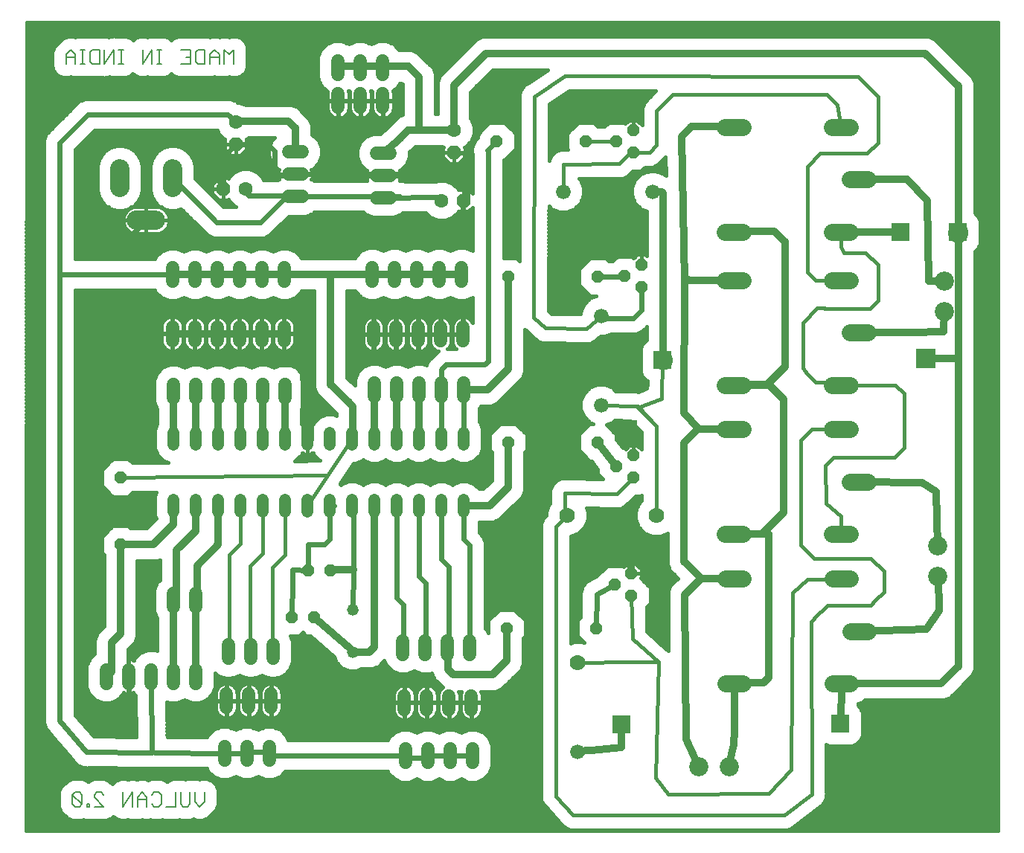
<source format=gbl>
G75*
%MOIN*%
%OFA0B0*%
%FSLAX25Y25*%
%IPPOS*%
%LPD*%
%AMOC8*
5,1,8,0,0,1.08239X$1,22.5*
%
%ADD10C,0.01600*%
%ADD11C,0.00600*%
%ADD12OC8,0.05200*%
%ADD13C,0.05200*%
%ADD14C,0.05200*%
%ADD15C,0.08600*%
%ADD16C,0.06000*%
%ADD17OC8,0.06300*%
%ADD18C,0.06300*%
%ADD19C,0.07800*%
%ADD20C,0.06600*%
%ADD21C,0.08600*%
%ADD22C,0.02400*%
%ADD23C,0.03200*%
%ADD24R,0.06543X0.06543*%
%ADD25R,0.08043X0.08043*%
%ADD26C,0.05600*%
%ADD27C,0.07000*%
%ADD28R,0.08754X0.08754*%
D10*
X0001800Y0001800D02*
X0001939Y0364318D01*
X0437215Y0364329D01*
X0437215Y0001800D01*
X0001800Y0001800D01*
X0001801Y0003261D02*
X0243144Y0003261D01*
X0243063Y0003294D02*
X0244141Y0002848D01*
X0245198Y0002354D01*
X0245349Y0002347D01*
X0245489Y0002289D01*
X0246655Y0002289D01*
X0247821Y0002237D01*
X0247963Y0002289D01*
X0340997Y0002289D01*
X0341871Y0002174D01*
X0342299Y0002289D01*
X0342741Y0002289D01*
X0343556Y0002626D01*
X0344407Y0002855D01*
X0344758Y0003125D01*
X0345167Y0003294D01*
X0345790Y0003917D01*
X0356924Y0012467D01*
X0357338Y0012640D01*
X0357956Y0013260D01*
X0358651Y0013793D01*
X0358875Y0014182D01*
X0359192Y0014500D01*
X0359525Y0015309D01*
X0359963Y0016068D01*
X0360021Y0016513D01*
X0360192Y0016927D01*
X0360190Y0017803D01*
X0360304Y0018671D01*
X0360188Y0019104D01*
X0360150Y0040399D01*
X0361308Y0039919D01*
X0371658Y0039919D01*
X0373790Y0040802D01*
X0375422Y0042434D01*
X0376305Y0044566D01*
X0376305Y0054916D01*
X0375422Y0057048D01*
X0374267Y0058203D01*
X0374292Y0058778D01*
X0376400Y0059651D01*
X0377258Y0060509D01*
X0412984Y0060509D01*
X0415704Y0061635D01*
X0417786Y0063717D01*
X0425548Y0071479D01*
X0426675Y0074199D01*
X0426675Y0197236D01*
X0426676Y0197240D01*
X0426676Y0211797D01*
X0426737Y0211943D01*
X0426737Y0214887D01*
X0426676Y0215034D01*
X0426676Y0261397D01*
X0428042Y0262764D01*
X0428925Y0264895D01*
X0428925Y0267519D01*
X0429141Y0268077D01*
X0429141Y0271827D01*
X0428925Y0272384D01*
X0428925Y0275246D01*
X0428042Y0277378D01*
X0426676Y0278744D01*
X0426676Y0337111D01*
X0425550Y0339831D01*
X0423468Y0341913D01*
X0408735Y0356646D01*
X0406015Y0357773D01*
X0206221Y0357773D01*
X0203501Y0356646D01*
X0201419Y0354564D01*
X0187048Y0340193D01*
X0185921Y0337473D01*
X0185921Y0323294D01*
X0185173Y0323294D01*
X0185173Y0341044D01*
X0184047Y0343764D01*
X0179210Y0348601D01*
X0177128Y0350682D01*
X0174408Y0351809D01*
X0168814Y0351809D01*
X0168742Y0351982D01*
X0166267Y0354457D01*
X0163032Y0355797D01*
X0159532Y0355797D01*
X0156297Y0354457D01*
X0156282Y0354442D01*
X0156267Y0354457D01*
X0153032Y0355797D01*
X0149532Y0355797D01*
X0146297Y0354457D01*
X0146282Y0354442D01*
X0146267Y0354457D01*
X0143032Y0355797D01*
X0139532Y0355797D01*
X0136297Y0354457D01*
X0133822Y0351982D01*
X0132482Y0348747D01*
X0132482Y0339247D01*
X0133822Y0336012D01*
X0136297Y0333537D01*
X0136893Y0333290D01*
X0136875Y0333233D01*
X0136757Y0332487D01*
X0136757Y0329309D01*
X0141356Y0329309D01*
X0141356Y0328909D01*
X0136757Y0328909D01*
X0136757Y0325731D01*
X0136875Y0324985D01*
X0137108Y0324267D01*
X0137451Y0323593D01*
X0137895Y0322982D01*
X0138430Y0322448D01*
X0139041Y0322004D01*
X0139714Y0321661D01*
X0140433Y0321427D01*
X0141179Y0321309D01*
X0141357Y0321309D01*
X0141357Y0328909D01*
X0141757Y0328909D01*
X0141757Y0329309D01*
X0146357Y0329309D01*
X0146357Y0332487D01*
X0146238Y0333233D01*
X0146155Y0333490D01*
X0146267Y0333537D01*
X0146282Y0333552D01*
X0146297Y0333537D01*
X0146893Y0333290D01*
X0146875Y0333233D01*
X0146757Y0332487D01*
X0146757Y0329309D01*
X0151356Y0329309D01*
X0151356Y0328909D01*
X0146757Y0328909D01*
X0146757Y0325731D01*
X0146875Y0324985D01*
X0147108Y0324267D01*
X0147451Y0323593D01*
X0147895Y0322982D01*
X0148430Y0322448D01*
X0149041Y0322004D01*
X0149714Y0321661D01*
X0150433Y0321427D01*
X0151179Y0321309D01*
X0151357Y0321309D01*
X0151357Y0328909D01*
X0151757Y0328909D01*
X0151757Y0329309D01*
X0156357Y0329309D01*
X0156357Y0332487D01*
X0156238Y0333233D01*
X0156155Y0333490D01*
X0156267Y0333537D01*
X0156282Y0333552D01*
X0156297Y0333537D01*
X0156893Y0333290D01*
X0156875Y0333233D01*
X0156757Y0332487D01*
X0156757Y0329309D01*
X0161356Y0329309D01*
X0161356Y0328909D01*
X0156757Y0328909D01*
X0156757Y0325731D01*
X0156875Y0324985D01*
X0157108Y0324267D01*
X0157451Y0323593D01*
X0157895Y0322982D01*
X0158430Y0322448D01*
X0159041Y0322004D01*
X0159714Y0321661D01*
X0160433Y0321427D01*
X0161179Y0321309D01*
X0161357Y0321309D01*
X0161357Y0328909D01*
X0161757Y0328909D01*
X0161757Y0329309D01*
X0166357Y0329309D01*
X0166357Y0332487D01*
X0166238Y0333233D01*
X0166155Y0333490D01*
X0166267Y0333537D01*
X0168742Y0336012D01*
X0169155Y0337009D01*
X0169871Y0337009D01*
X0170373Y0336507D01*
X0170373Y0322860D01*
X0168701Y0322168D01*
X0166620Y0320086D01*
X0164202Y0317669D01*
X0160510Y0314388D01*
X0156997Y0314388D01*
X0153763Y0313048D01*
X0151287Y0310573D01*
X0149947Y0307339D01*
X0149947Y0303838D01*
X0151287Y0300603D01*
X0153763Y0298128D01*
X0154499Y0297823D01*
X0154299Y0297431D01*
X0154066Y0296712D01*
X0153947Y0295966D01*
X0153947Y0295788D01*
X0161547Y0295788D01*
X0161547Y0295388D01*
X0153947Y0295388D01*
X0153947Y0295210D01*
X0154066Y0294464D01*
X0154299Y0293746D01*
X0154499Y0293353D01*
X0153910Y0293110D01*
X0130706Y0293110D01*
X0130246Y0293570D01*
X0129510Y0293875D01*
X0129710Y0294267D01*
X0129943Y0294986D01*
X0130061Y0295732D01*
X0130061Y0295910D01*
X0122461Y0295910D01*
X0122461Y0296310D01*
X0130061Y0296310D01*
X0130061Y0296487D01*
X0129943Y0297234D01*
X0129710Y0297952D01*
X0129510Y0298344D01*
X0130246Y0298649D01*
X0132722Y0301125D01*
X0134061Y0304359D01*
X0134061Y0307860D01*
X0132722Y0311094D01*
X0130246Y0313570D01*
X0129696Y0313798D01*
X0129696Y0318226D01*
X0128569Y0320945D01*
X0126488Y0323027D01*
X0123333Y0326182D01*
X0120613Y0327309D01*
X0099961Y0327309D01*
X0097389Y0328374D01*
X0096559Y0328374D01*
X0096117Y0328816D01*
X0093544Y0329881D01*
X0028071Y0329881D01*
X0025498Y0328816D01*
X0023529Y0326847D01*
X0010787Y0314105D01*
X0009722Y0311532D01*
X0009722Y0252580D01*
X0009721Y0252578D01*
X0009722Y0251182D01*
X0009722Y0249798D01*
X0009723Y0249796D01*
X0009875Y0051414D01*
X0009783Y0050322D01*
X0009876Y0050030D01*
X0009876Y0049725D01*
X0010296Y0048713D01*
X0010629Y0047669D01*
X0010826Y0047435D01*
X0010944Y0047153D01*
X0011719Y0046378D01*
X0022627Y0033466D01*
X0022732Y0033207D01*
X0023520Y0032409D01*
X0024243Y0031553D01*
X0024492Y0031424D01*
X0024688Y0031225D01*
X0025721Y0030789D01*
X0026718Y0030275D01*
X0026996Y0030251D01*
X0027254Y0030143D01*
X0028375Y0030135D01*
X0029493Y0030041D01*
X0029759Y0030126D01*
X0055674Y0029956D01*
X0056002Y0029853D01*
X0056619Y0029908D01*
X0056636Y0029901D01*
X0057933Y0029912D01*
X0059229Y0029888D01*
X0059321Y0029924D01*
X0059421Y0029925D01*
X0059634Y0030016D01*
X0060810Y0029948D01*
X0060968Y0030003D01*
X0082685Y0029751D01*
X0083131Y0028675D01*
X0085607Y0026200D01*
X0088841Y0024860D01*
X0092342Y0024860D01*
X0095576Y0026200D01*
X0095591Y0026215D01*
X0095607Y0026200D01*
X0098841Y0024860D01*
X0102342Y0024860D01*
X0105576Y0026200D01*
X0105591Y0026215D01*
X0105607Y0026200D01*
X0108841Y0024860D01*
X0112342Y0024860D01*
X0115576Y0026200D01*
X0117900Y0028523D01*
X0163762Y0028523D01*
X0164170Y0027538D01*
X0166645Y0025063D01*
X0169879Y0023723D01*
X0173380Y0023723D01*
X0176615Y0025063D01*
X0176630Y0025078D01*
X0176645Y0025063D01*
X0179879Y0023723D01*
X0183380Y0023723D01*
X0186615Y0025063D01*
X0186630Y0025078D01*
X0186645Y0025063D01*
X0189879Y0023723D01*
X0193380Y0023723D01*
X0196615Y0025063D01*
X0196630Y0025078D01*
X0196645Y0025063D01*
X0199879Y0023723D01*
X0203380Y0023723D01*
X0206615Y0025063D01*
X0209090Y0027538D01*
X0210430Y0030773D01*
X0210430Y0040274D01*
X0209090Y0043508D01*
X0206615Y0045983D01*
X0203380Y0047323D01*
X0199879Y0047323D01*
X0196645Y0045983D01*
X0196630Y0045968D01*
X0196615Y0045983D01*
X0193380Y0047323D01*
X0189879Y0047323D01*
X0186645Y0045983D01*
X0186630Y0045968D01*
X0186615Y0045983D01*
X0183380Y0047323D01*
X0179879Y0047323D01*
X0176645Y0045983D01*
X0176630Y0045968D01*
X0176615Y0045983D01*
X0173380Y0047323D01*
X0169879Y0047323D01*
X0166645Y0045983D01*
X0164170Y0043508D01*
X0163762Y0042523D01*
X0118930Y0042523D01*
X0118052Y0044645D01*
X0115576Y0047120D01*
X0112342Y0048460D01*
X0108841Y0048460D01*
X0105607Y0047120D01*
X0105591Y0047105D01*
X0105576Y0047120D01*
X0102342Y0048460D01*
X0098841Y0048460D01*
X0095607Y0047120D01*
X0095591Y0047105D01*
X0095576Y0047120D01*
X0092342Y0048460D01*
X0088841Y0048460D01*
X0085607Y0047120D01*
X0083131Y0044645D01*
X0082761Y0043751D01*
X0064906Y0043958D01*
X0064769Y0059724D01*
X0065920Y0059248D01*
X0069421Y0059248D01*
X0072655Y0060587D01*
X0072670Y0060603D01*
X0072686Y0060587D01*
X0075920Y0059248D01*
X0079421Y0059248D01*
X0082655Y0060587D01*
X0085131Y0063063D01*
X0086470Y0066297D01*
X0086470Y0072494D01*
X0087284Y0071681D01*
X0090518Y0070341D01*
X0094019Y0070341D01*
X0097254Y0071681D01*
X0097269Y0071696D01*
X0097284Y0071681D01*
X0100518Y0070341D01*
X0104019Y0070341D01*
X0107254Y0071681D01*
X0107269Y0071696D01*
X0107284Y0071681D01*
X0110518Y0070341D01*
X0114019Y0070341D01*
X0117254Y0071681D01*
X0119729Y0074156D01*
X0121069Y0077390D01*
X0121069Y0086891D01*
X0120083Y0089271D01*
X0124150Y0089271D01*
X0125670Y0090792D01*
X0127191Y0089271D01*
X0129002Y0089271D01*
X0139775Y0079754D01*
X0140807Y0077262D01*
X0143170Y0074899D01*
X0146257Y0073620D01*
X0149599Y0073620D01*
X0151798Y0074531D01*
X0156945Y0074531D01*
X0159665Y0075658D01*
X0161746Y0077740D01*
X0162224Y0078217D01*
X0163112Y0076072D01*
X0165588Y0073597D01*
X0168822Y0072257D01*
X0172323Y0072257D01*
X0175557Y0073597D01*
X0175572Y0073612D01*
X0175588Y0073597D01*
X0178822Y0072257D01*
X0182323Y0072257D01*
X0183443Y0072721D01*
X0183443Y0072623D01*
X0184570Y0069904D01*
X0186651Y0067822D01*
X0188301Y0066172D01*
X0188012Y0065962D01*
X0187478Y0065428D01*
X0187034Y0064817D01*
X0186691Y0064143D01*
X0186457Y0063425D01*
X0186339Y0062679D01*
X0186339Y0059501D01*
X0190939Y0059501D01*
X0190939Y0059101D01*
X0186339Y0059101D01*
X0186339Y0055923D01*
X0186457Y0055177D01*
X0186691Y0054458D01*
X0187034Y0053785D01*
X0187478Y0053174D01*
X0188012Y0052640D01*
X0188623Y0052196D01*
X0189296Y0051853D01*
X0190015Y0051619D01*
X0190761Y0051501D01*
X0190939Y0051501D01*
X0190939Y0059101D01*
X0191339Y0059101D01*
X0191339Y0059501D01*
X0195939Y0059501D01*
X0195939Y0062679D01*
X0195821Y0063425D01*
X0195587Y0064143D01*
X0195481Y0064352D01*
X0196797Y0064352D01*
X0196691Y0064143D01*
X0196457Y0063425D01*
X0196339Y0062679D01*
X0196339Y0059501D01*
X0200939Y0059501D01*
X0200939Y0059101D01*
X0196339Y0059101D01*
X0196339Y0055923D01*
X0196457Y0055177D01*
X0196691Y0054458D01*
X0197034Y0053785D01*
X0197478Y0053174D01*
X0198012Y0052640D01*
X0198623Y0052196D01*
X0199296Y0051853D01*
X0200015Y0051619D01*
X0200761Y0051501D01*
X0200939Y0051501D01*
X0200939Y0059101D01*
X0201339Y0059101D01*
X0201339Y0059501D01*
X0205939Y0059501D01*
X0205939Y0062679D01*
X0205821Y0063425D01*
X0205587Y0064143D01*
X0205481Y0064352D01*
X0212121Y0064352D01*
X0214841Y0065479D01*
X0216922Y0067561D01*
X0223365Y0074003D01*
X0224492Y0076723D01*
X0224492Y0088151D01*
X0225492Y0089151D01*
X0225492Y0096110D01*
X0220571Y0101030D01*
X0213612Y0101030D01*
X0208692Y0096110D01*
X0208692Y0090451D01*
X0208033Y0092042D01*
X0207536Y0092538D01*
X0207536Y0131151D01*
X0206470Y0133724D01*
X0204785Y0135409D01*
X0204785Y0140088D01*
X0204906Y0140210D01*
X0204938Y0140286D01*
X0210950Y0140286D01*
X0213670Y0141412D01*
X0215751Y0143494D01*
X0223969Y0151711D01*
X0225095Y0154431D01*
X0225095Y0171499D01*
X0226095Y0172499D01*
X0226095Y0179458D01*
X0221175Y0184378D01*
X0214216Y0184378D01*
X0209295Y0179458D01*
X0209295Y0172499D01*
X0210295Y0171499D01*
X0210295Y0158968D01*
X0206413Y0155086D01*
X0204747Y0155086D01*
X0202543Y0157289D01*
X0199456Y0158568D01*
X0196114Y0158568D01*
X0193027Y0157289D01*
X0192785Y0157047D01*
X0192543Y0157289D01*
X0189456Y0158568D01*
X0186114Y0158568D01*
X0183027Y0157289D01*
X0182785Y0157047D01*
X0182543Y0157289D01*
X0179456Y0158568D01*
X0176114Y0158568D01*
X0173027Y0157289D01*
X0172785Y0157047D01*
X0172543Y0157289D01*
X0169456Y0158568D01*
X0166114Y0158568D01*
X0163027Y0157289D01*
X0162785Y0157047D01*
X0162543Y0157289D01*
X0159456Y0158568D01*
X0156114Y0158568D01*
X0153027Y0157289D01*
X0152785Y0157047D01*
X0152543Y0157289D01*
X0149456Y0158568D01*
X0146114Y0158568D01*
X0143027Y0157289D01*
X0142785Y0157047D01*
X0142543Y0157289D01*
X0142356Y0157367D01*
X0142511Y0157525D01*
X0142743Y0158106D01*
X0143090Y0158627D01*
X0148384Y0166568D01*
X0149456Y0166568D01*
X0152543Y0167847D01*
X0152785Y0168088D01*
X0153027Y0167847D01*
X0156114Y0166568D01*
X0159456Y0166568D01*
X0162543Y0167847D01*
X0162785Y0168088D01*
X0163027Y0167847D01*
X0166114Y0166568D01*
X0169456Y0166568D01*
X0172543Y0167847D01*
X0172785Y0168088D01*
X0173027Y0167847D01*
X0176114Y0166568D01*
X0179456Y0166568D01*
X0182543Y0167847D01*
X0182785Y0168088D01*
X0183027Y0167847D01*
X0186114Y0166568D01*
X0189456Y0166568D01*
X0192543Y0167847D01*
X0192785Y0168088D01*
X0193027Y0167847D01*
X0196114Y0166568D01*
X0199456Y0166568D01*
X0202543Y0167847D01*
X0204906Y0170210D01*
X0206185Y0173297D01*
X0206185Y0181839D01*
X0204906Y0184926D01*
X0204722Y0185110D01*
X0204722Y0191115D01*
X0205182Y0191576D01*
X0205482Y0192300D01*
X0210021Y0192300D01*
X0212741Y0193426D01*
X0214823Y0195508D01*
X0224112Y0204797D01*
X0225238Y0207517D01*
X0225238Y0226410D01*
X0225432Y0226216D01*
X0225613Y0226141D01*
X0229898Y0222303D01*
X0230667Y0221518D01*
X0230870Y0221432D01*
X0231035Y0221284D01*
X0232072Y0220920D01*
X0233083Y0220490D01*
X0233304Y0220488D01*
X0233512Y0220415D01*
X0234609Y0220475D01*
X0252538Y0220300D01*
X0253685Y0220232D01*
X0253845Y0220287D01*
X0254015Y0220286D01*
X0255080Y0220715D01*
X0256166Y0221091D01*
X0256293Y0221203D01*
X0256450Y0221267D01*
X0257270Y0222071D01*
X0258994Y0223602D01*
X0261114Y0223602D01*
X0263682Y0224666D01*
X0275055Y0224666D01*
X0277627Y0225731D01*
X0279597Y0227701D01*
X0279742Y0227846D01*
X0279742Y0221823D01*
X0279501Y0221724D01*
X0277870Y0220092D01*
X0276987Y0217961D01*
X0276987Y0213476D01*
X0276869Y0212883D01*
X0276987Y0212290D01*
X0276987Y0207610D01*
X0277870Y0205478D01*
X0279501Y0203847D01*
X0279965Y0203655D01*
X0279876Y0200129D01*
X0276093Y0198712D01*
X0276065Y0198712D01*
X0274789Y0198759D01*
X0274754Y0198746D01*
X0265901Y0198974D01*
X0264458Y0200416D01*
X0261114Y0201802D01*
X0257493Y0201802D01*
X0254149Y0200416D01*
X0251589Y0197857D01*
X0250204Y0194512D01*
X0250204Y0190892D01*
X0251589Y0187547D01*
X0254149Y0184987D01*
X0255619Y0184378D01*
X0254216Y0184378D01*
X0249295Y0179458D01*
X0249295Y0172499D01*
X0254216Y0167579D01*
X0254907Y0167579D01*
X0257804Y0163918D01*
X0257804Y0161750D01*
X0260025Y0159530D01*
X0244423Y0159866D01*
X0244340Y0159900D01*
X0243114Y0159894D01*
X0241888Y0159921D01*
X0241804Y0159888D01*
X0241715Y0159888D01*
X0240584Y0159413D01*
X0239441Y0158969D01*
X0239376Y0158907D01*
X0239293Y0158872D01*
X0238430Y0158001D01*
X0237545Y0157152D01*
X0237509Y0157070D01*
X0237445Y0157007D01*
X0236981Y0155872D01*
X0236488Y0154749D01*
X0236486Y0154659D01*
X0236452Y0154576D01*
X0236458Y0153350D01*
X0236431Y0152124D01*
X0236464Y0152040D01*
X0236479Y0148863D01*
X0236059Y0148443D01*
X0234643Y0145025D01*
X0234643Y0143136D01*
X0233457Y0141950D01*
X0232452Y0139524D01*
X0232452Y0017506D01*
X0232400Y0016341D01*
X0232452Y0016198D01*
X0232452Y0016047D01*
X0232898Y0014969D01*
X0233296Y0013873D01*
X0233399Y0013761D01*
X0233457Y0013621D01*
X0234282Y0012796D01*
X0241149Y0005291D01*
X0241207Y0005151D01*
X0242032Y0004326D01*
X0242819Y0003465D01*
X0242956Y0003401D01*
X0243063Y0003294D01*
X0241498Y0004859D02*
X0001801Y0004859D01*
X0001802Y0006458D02*
X0240081Y0006458D01*
X0238618Y0008056D02*
X0083488Y0008056D01*
X0082949Y0007517D02*
X0084665Y0009233D01*
X0086800Y0011368D01*
X0087729Y0013610D01*
X0087729Y0016037D01*
X0087729Y0020307D01*
X0086800Y0022549D01*
X0085084Y0024265D01*
X0082842Y0025194D01*
X0080415Y0025194D01*
X0079494Y0024812D01*
X0078572Y0025194D01*
X0073970Y0025194D01*
X0073048Y0024812D01*
X0072126Y0025194D01*
X0067524Y0025194D01*
X0065282Y0024265D01*
X0064981Y0023964D01*
X0064680Y0024265D01*
X0062438Y0025194D01*
X0059076Y0025194D01*
X0057876Y0025194D01*
X0056499Y0024623D01*
X0056401Y0024582D01*
X0056257Y0024642D01*
X0054925Y0025194D01*
X0052498Y0025194D01*
X0051690Y0024859D01*
X0051178Y0024960D01*
X0050615Y0025194D01*
X0049999Y0025194D01*
X0049395Y0025313D01*
X0048797Y0025194D01*
X0048188Y0025194D01*
X0047619Y0024958D01*
X0047143Y0024863D01*
X0046344Y0025194D01*
X0043918Y0025194D01*
X0041676Y0024265D01*
X0040287Y0022876D01*
X0038898Y0024265D01*
X0036656Y0025194D01*
X0033294Y0025194D01*
X0032094Y0025194D01*
X0030717Y0024623D01*
X0029852Y0024265D01*
X0029541Y0023954D01*
X0029230Y0024265D01*
X0026988Y0025194D01*
X0023653Y0025194D01*
X0022426Y0025194D01*
X0022426Y0025194D01*
X0022426Y0025194D01*
X0021176Y0024676D01*
X0020184Y0024265D01*
X0020184Y0024265D01*
X0020184Y0024265D01*
X0019270Y0023351D01*
X0019116Y0023197D01*
X0018314Y0022395D01*
X0017400Y0021481D01*
X0016900Y0020274D01*
X0016472Y0019239D01*
X0016472Y0017960D01*
X0016472Y0016813D01*
X0016472Y0016813D01*
X0016472Y0014969D01*
X0016472Y0014969D01*
X0016472Y0013742D01*
X0016472Y0012542D01*
X0016708Y0011972D01*
X0017400Y0010300D01*
X0018343Y0009358D01*
X0019116Y0008584D01*
X0019116Y0008584D01*
X0019242Y0008459D01*
X0020184Y0007517D01*
X0020184Y0007517D01*
X0020184Y0007517D01*
X0021049Y0007159D01*
X0022426Y0006588D01*
X0023626Y0006588D01*
X0026988Y0006588D01*
X0027386Y0006753D01*
X0027784Y0006588D01*
X0037724Y0006588D01*
X0039966Y0007517D01*
X0040736Y0008288D01*
X0040738Y0008286D01*
X0041245Y0007948D01*
X0041676Y0007517D01*
X0042244Y0007281D01*
X0042757Y0006940D01*
X0043355Y0006821D01*
X0043918Y0006588D01*
X0044533Y0006588D01*
X0045137Y0006469D01*
X0045735Y0006588D01*
X0046344Y0006588D01*
X0046913Y0006824D01*
X0047389Y0006919D01*
X0048188Y0006588D01*
X0052790Y0006588D01*
X0053712Y0006970D01*
X0054633Y0006588D01*
X0057060Y0006588D01*
X0057468Y0006757D01*
X0057876Y0006588D01*
X0057876Y0006588D01*
X0057876Y0006588D01*
X0059103Y0006588D01*
X0062438Y0006588D01*
X0062846Y0006757D01*
X0063254Y0006588D01*
X0069951Y0006588D01*
X0070359Y0006757D01*
X0070767Y0006588D01*
X0070767Y0006588D01*
X0071994Y0006588D01*
X0075329Y0006588D01*
X0076805Y0007199D01*
X0077378Y0006962D01*
X0078280Y0006588D01*
X0080707Y0006588D01*
X0082039Y0007140D01*
X0082949Y0007517D01*
X0082949Y0007517D01*
X0085087Y0009655D02*
X0237156Y0009655D01*
X0235693Y0011253D02*
X0086685Y0011253D01*
X0087415Y0012852D02*
X0234226Y0012852D01*
X0233087Y0014450D02*
X0087729Y0014450D01*
X0087729Y0016049D02*
X0232452Y0016049D01*
X0232452Y0017647D02*
X0087729Y0017647D01*
X0087729Y0019246D02*
X0232452Y0019246D01*
X0232452Y0020844D02*
X0087506Y0020844D01*
X0086844Y0022443D02*
X0232452Y0022443D01*
X0232452Y0024041D02*
X0204148Y0024041D01*
X0207192Y0025640D02*
X0232452Y0025640D01*
X0232452Y0027238D02*
X0208790Y0027238D01*
X0209628Y0028837D02*
X0232452Y0028837D01*
X0232452Y0030435D02*
X0210290Y0030435D01*
X0210430Y0032034D02*
X0232452Y0032034D01*
X0232452Y0033632D02*
X0210430Y0033632D01*
X0210430Y0035231D02*
X0232452Y0035231D01*
X0232452Y0036829D02*
X0210430Y0036829D01*
X0210430Y0038428D02*
X0232452Y0038428D01*
X0232452Y0040026D02*
X0210430Y0040026D01*
X0209870Y0041625D02*
X0232452Y0041625D01*
X0232452Y0043223D02*
X0209208Y0043223D01*
X0207776Y0044822D02*
X0232452Y0044822D01*
X0232452Y0046420D02*
X0205560Y0046420D01*
X0197700Y0046420D02*
X0195560Y0046420D01*
X0192982Y0051853D02*
X0193655Y0052196D01*
X0194266Y0052640D01*
X0194800Y0053174D01*
X0195244Y0053785D01*
X0195587Y0054458D01*
X0195821Y0055177D01*
X0195939Y0055923D01*
X0195939Y0059101D01*
X0191339Y0059101D01*
X0191339Y0051501D01*
X0191517Y0051501D01*
X0192263Y0051619D01*
X0192982Y0051853D01*
X0194441Y0052814D02*
X0197837Y0052814D01*
X0196714Y0054413D02*
X0195564Y0054413D01*
X0195939Y0056011D02*
X0196339Y0056011D01*
X0196339Y0057610D02*
X0195939Y0057610D01*
X0195939Y0060807D02*
X0196339Y0060807D01*
X0196339Y0062406D02*
X0195939Y0062406D01*
X0195633Y0064004D02*
X0196645Y0064004D01*
X0200939Y0059209D02*
X0191339Y0059209D01*
X0190939Y0059209D02*
X0181339Y0059209D01*
X0181339Y0059101D02*
X0181339Y0059501D01*
X0180939Y0059501D01*
X0180939Y0067101D01*
X0180761Y0067101D01*
X0180015Y0066983D01*
X0179296Y0066749D01*
X0178623Y0066406D01*
X0178012Y0065962D01*
X0177478Y0065428D01*
X0177034Y0064817D01*
X0176691Y0064143D01*
X0176457Y0063425D01*
X0176339Y0062679D01*
X0176339Y0059501D01*
X0180939Y0059501D01*
X0180939Y0059101D01*
X0176339Y0059101D01*
X0176339Y0055923D01*
X0176457Y0055177D01*
X0176691Y0054458D01*
X0177034Y0053785D01*
X0177478Y0053174D01*
X0178012Y0052640D01*
X0178623Y0052196D01*
X0179296Y0051853D01*
X0180015Y0051619D01*
X0180761Y0051501D01*
X0180939Y0051501D01*
X0180939Y0059101D01*
X0181339Y0059101D01*
X0185939Y0059101D01*
X0185939Y0055923D01*
X0185821Y0055177D01*
X0185587Y0054458D01*
X0185244Y0053785D01*
X0184800Y0053174D01*
X0184266Y0052640D01*
X0183655Y0052196D01*
X0182982Y0051853D01*
X0182263Y0051619D01*
X0181517Y0051501D01*
X0181339Y0051501D01*
X0181339Y0059101D01*
X0181339Y0059501D02*
X0185939Y0059501D01*
X0185939Y0062679D01*
X0185821Y0063425D01*
X0185587Y0064143D01*
X0185244Y0064817D01*
X0184800Y0065428D01*
X0184266Y0065962D01*
X0183655Y0066406D01*
X0182982Y0066749D01*
X0182263Y0066983D01*
X0181517Y0067101D01*
X0181339Y0067101D01*
X0181339Y0059501D01*
X0180939Y0059209D02*
X0171339Y0059209D01*
X0171339Y0059101D02*
X0171339Y0059501D01*
X0170939Y0059501D01*
X0170939Y0067101D01*
X0170761Y0067101D01*
X0170015Y0066983D01*
X0169296Y0066749D01*
X0168623Y0066406D01*
X0168012Y0065962D01*
X0167478Y0065428D01*
X0167034Y0064817D01*
X0166691Y0064143D01*
X0166457Y0063425D01*
X0166339Y0062679D01*
X0166339Y0059501D01*
X0170939Y0059501D01*
X0170939Y0059101D01*
X0166339Y0059101D01*
X0166339Y0055923D01*
X0166457Y0055177D01*
X0166691Y0054458D01*
X0167034Y0053785D01*
X0167478Y0053174D01*
X0168012Y0052640D01*
X0168623Y0052196D01*
X0169296Y0051853D01*
X0170015Y0051619D01*
X0170761Y0051501D01*
X0170939Y0051501D01*
X0170939Y0059101D01*
X0171339Y0059101D01*
X0175939Y0059101D01*
X0175939Y0055923D01*
X0175821Y0055177D01*
X0175587Y0054458D01*
X0175244Y0053785D01*
X0174800Y0053174D01*
X0174266Y0052640D01*
X0173655Y0052196D01*
X0172982Y0051853D01*
X0172263Y0051619D01*
X0171517Y0051501D01*
X0171339Y0051501D01*
X0171339Y0059101D01*
X0171339Y0059501D02*
X0175939Y0059501D01*
X0175939Y0062679D01*
X0175821Y0063425D01*
X0175587Y0064143D01*
X0175244Y0064817D01*
X0174800Y0065428D01*
X0174266Y0065962D01*
X0173655Y0066406D01*
X0172982Y0066749D01*
X0172263Y0066983D01*
X0171517Y0067101D01*
X0171339Y0067101D01*
X0171339Y0059501D01*
X0170939Y0059209D02*
X0116294Y0059209D01*
X0116294Y0059921D02*
X0111694Y0059921D01*
X0111694Y0052321D01*
X0111872Y0052321D01*
X0112618Y0052439D01*
X0113337Y0052673D01*
X0114010Y0053016D01*
X0114621Y0053460D01*
X0115155Y0053994D01*
X0115599Y0054606D01*
X0115942Y0055279D01*
X0116176Y0055997D01*
X0116294Y0056744D01*
X0116294Y0059921D01*
X0116294Y0060321D02*
X0116294Y0063499D01*
X0116176Y0064245D01*
X0115942Y0064964D01*
X0115599Y0065637D01*
X0115155Y0066248D01*
X0114621Y0066783D01*
X0114010Y0067227D01*
X0113337Y0067570D01*
X0112618Y0067803D01*
X0111872Y0067921D01*
X0111694Y0067921D01*
X0111694Y0060321D01*
X0116294Y0060321D01*
X0116294Y0060807D02*
X0166339Y0060807D01*
X0166339Y0062406D02*
X0116294Y0062406D01*
X0116214Y0064004D02*
X0166645Y0064004D01*
X0167652Y0065603D02*
X0115617Y0065603D01*
X0114045Y0067201D02*
X0187272Y0067201D01*
X0187652Y0065603D02*
X0184625Y0065603D01*
X0185633Y0064004D02*
X0186645Y0064004D01*
X0186339Y0062406D02*
X0185939Y0062406D01*
X0185939Y0060807D02*
X0186339Y0060807D01*
X0186339Y0057610D02*
X0185939Y0057610D01*
X0185939Y0056011D02*
X0186339Y0056011D01*
X0186714Y0054413D02*
X0185564Y0054413D01*
X0184441Y0052814D02*
X0187837Y0052814D01*
X0190939Y0052814D02*
X0191339Y0052814D01*
X0191339Y0054413D02*
X0190939Y0054413D01*
X0190939Y0056011D02*
X0191339Y0056011D01*
X0191339Y0057610D02*
X0190939Y0057610D01*
X0181339Y0057610D02*
X0180939Y0057610D01*
X0180939Y0056011D02*
X0181339Y0056011D01*
X0181339Y0054413D02*
X0180939Y0054413D01*
X0180939Y0052814D02*
X0181339Y0052814D01*
X0177837Y0052814D02*
X0174441Y0052814D01*
X0175564Y0054413D02*
X0176714Y0054413D01*
X0176339Y0056011D02*
X0175939Y0056011D01*
X0175939Y0057610D02*
X0176339Y0057610D01*
X0176339Y0060807D02*
X0175939Y0060807D01*
X0175939Y0062406D02*
X0176339Y0062406D01*
X0176645Y0064004D02*
X0175633Y0064004D01*
X0174625Y0065603D02*
X0177652Y0065603D01*
X0180939Y0065603D02*
X0181339Y0065603D01*
X0181339Y0064004D02*
X0180939Y0064004D01*
X0180939Y0062406D02*
X0181339Y0062406D01*
X0181339Y0060807D02*
X0180939Y0060807D01*
X0185674Y0068800D02*
X0086470Y0068800D01*
X0086470Y0070398D02*
X0090380Y0070398D01*
X0091116Y0067921D02*
X0090370Y0067803D01*
X0089651Y0067570D01*
X0088978Y0067227D01*
X0088367Y0066783D01*
X0087833Y0066248D01*
X0087389Y0065637D01*
X0087046Y0064964D01*
X0086812Y0064245D01*
X0086694Y0063499D01*
X0086694Y0060321D01*
X0091294Y0060321D01*
X0091294Y0059921D01*
X0091694Y0059921D01*
X0091694Y0052321D01*
X0091872Y0052321D01*
X0092618Y0052439D01*
X0093337Y0052673D01*
X0094010Y0053016D01*
X0094621Y0053460D01*
X0095155Y0053994D01*
X0095599Y0054606D01*
X0095942Y0055279D01*
X0096176Y0055997D01*
X0096294Y0056744D01*
X0096294Y0059921D01*
X0091694Y0059921D01*
X0091694Y0060321D01*
X0096294Y0060321D01*
X0096294Y0063499D01*
X0096176Y0064245D01*
X0095942Y0064964D01*
X0095599Y0065637D01*
X0095155Y0066248D01*
X0094621Y0066783D01*
X0094010Y0067227D01*
X0093337Y0067570D01*
X0092618Y0067803D01*
X0091872Y0067921D01*
X0091694Y0067921D01*
X0091694Y0060321D01*
X0091294Y0060321D01*
X0091294Y0067921D01*
X0091116Y0067921D01*
X0091294Y0067201D02*
X0091694Y0067201D01*
X0091694Y0065603D02*
X0091294Y0065603D01*
X0091294Y0064004D02*
X0091694Y0064004D01*
X0091694Y0062406D02*
X0091294Y0062406D01*
X0091294Y0060807D02*
X0091694Y0060807D01*
X0091294Y0059921D02*
X0086694Y0059921D01*
X0086694Y0056744D01*
X0086812Y0055997D01*
X0087046Y0055279D01*
X0087389Y0054606D01*
X0087833Y0053994D01*
X0088367Y0053460D01*
X0088978Y0053016D01*
X0089651Y0052673D01*
X0090370Y0052439D01*
X0091116Y0052321D01*
X0091294Y0052321D01*
X0091294Y0059921D01*
X0091294Y0059209D02*
X0091694Y0059209D01*
X0091694Y0057610D02*
X0091294Y0057610D01*
X0091294Y0056011D02*
X0091694Y0056011D01*
X0091694Y0054413D02*
X0091294Y0054413D01*
X0091294Y0052814D02*
X0091694Y0052814D01*
X0093614Y0052814D02*
X0099374Y0052814D01*
X0099651Y0052673D02*
X0100370Y0052439D01*
X0101116Y0052321D01*
X0101294Y0052321D01*
X0101294Y0059921D01*
X0101694Y0059921D01*
X0101694Y0052321D01*
X0101872Y0052321D01*
X0102618Y0052439D01*
X0103337Y0052673D01*
X0104010Y0053016D01*
X0104621Y0053460D01*
X0105155Y0053994D01*
X0105599Y0054606D01*
X0105942Y0055279D01*
X0106176Y0055997D01*
X0106294Y0056744D01*
X0106294Y0059921D01*
X0101694Y0059921D01*
X0101694Y0060321D01*
X0106294Y0060321D01*
X0106294Y0063499D01*
X0106176Y0064245D01*
X0105942Y0064964D01*
X0105599Y0065637D01*
X0105155Y0066248D01*
X0104621Y0066783D01*
X0104010Y0067227D01*
X0103337Y0067570D01*
X0102618Y0067803D01*
X0101872Y0067921D01*
X0101694Y0067921D01*
X0101694Y0060321D01*
X0101294Y0060321D01*
X0101294Y0059921D01*
X0096694Y0059921D01*
X0096694Y0056744D01*
X0096812Y0055997D01*
X0097046Y0055279D01*
X0097389Y0054606D01*
X0097833Y0053994D01*
X0098367Y0053460D01*
X0098978Y0053016D01*
X0099651Y0052673D01*
X0101294Y0052814D02*
X0101694Y0052814D01*
X0101694Y0054413D02*
X0101294Y0054413D01*
X0101294Y0056011D02*
X0101694Y0056011D01*
X0101694Y0057610D02*
X0101294Y0057610D01*
X0101294Y0059209D02*
X0101694Y0059209D01*
X0101294Y0060321D02*
X0096694Y0060321D01*
X0096694Y0063499D01*
X0096812Y0064245D01*
X0097046Y0064964D01*
X0097389Y0065637D01*
X0097833Y0066248D01*
X0098367Y0066783D01*
X0098978Y0067227D01*
X0099651Y0067570D01*
X0100370Y0067803D01*
X0101116Y0067921D01*
X0101294Y0067921D01*
X0101294Y0060321D01*
X0101294Y0060807D02*
X0101694Y0060807D01*
X0101694Y0062406D02*
X0101294Y0062406D01*
X0101294Y0064004D02*
X0101694Y0064004D01*
X0101694Y0065603D02*
X0101294Y0065603D01*
X0101294Y0067201D02*
X0101694Y0067201D01*
X0104045Y0067201D02*
X0108943Y0067201D01*
X0108978Y0067227D02*
X0108367Y0066783D01*
X0107833Y0066248D01*
X0107389Y0065637D01*
X0107046Y0064964D01*
X0106812Y0064245D01*
X0106694Y0063499D01*
X0106694Y0060321D01*
X0111294Y0060321D01*
X0111294Y0059921D01*
X0111694Y0059921D01*
X0111694Y0060321D01*
X0111294Y0060321D01*
X0111294Y0067921D01*
X0111116Y0067921D01*
X0110370Y0067803D01*
X0109651Y0067570D01*
X0108978Y0067227D01*
X0107371Y0065603D02*
X0105617Y0065603D01*
X0106214Y0064004D02*
X0106774Y0064004D01*
X0106694Y0062406D02*
X0106294Y0062406D01*
X0106294Y0060807D02*
X0106694Y0060807D01*
X0106694Y0059921D02*
X0106694Y0056744D01*
X0106812Y0055997D01*
X0107046Y0055279D01*
X0107389Y0054606D01*
X0107833Y0053994D01*
X0108367Y0053460D01*
X0108978Y0053016D01*
X0109651Y0052673D01*
X0110370Y0052439D01*
X0111116Y0052321D01*
X0111294Y0052321D01*
X0111294Y0059921D01*
X0106694Y0059921D01*
X0106694Y0059209D02*
X0106294Y0059209D01*
X0106294Y0057610D02*
X0106694Y0057610D01*
X0106810Y0056011D02*
X0106178Y0056011D01*
X0105459Y0054413D02*
X0107529Y0054413D01*
X0109374Y0052814D02*
X0103614Y0052814D01*
X0103406Y0048019D02*
X0107776Y0048019D01*
X0113406Y0048019D02*
X0232452Y0048019D01*
X0232452Y0049617D02*
X0064857Y0049617D01*
X0064871Y0048019D02*
X0087776Y0048019D01*
X0084907Y0046420D02*
X0064885Y0046420D01*
X0064899Y0044822D02*
X0083308Y0044822D01*
X0089374Y0052814D02*
X0064829Y0052814D01*
X0064843Y0051216D02*
X0232452Y0051216D01*
X0232452Y0052814D02*
X0204441Y0052814D01*
X0204266Y0052640D02*
X0204800Y0053174D01*
X0205244Y0053785D01*
X0205587Y0054458D01*
X0205821Y0055177D01*
X0205939Y0055923D01*
X0205939Y0059101D01*
X0201339Y0059101D01*
X0201339Y0051501D01*
X0201517Y0051501D01*
X0202263Y0051619D01*
X0202982Y0051853D01*
X0203655Y0052196D01*
X0204266Y0052640D01*
X0205564Y0054413D02*
X0232452Y0054413D01*
X0232452Y0056011D02*
X0205939Y0056011D01*
X0205939Y0057610D02*
X0232452Y0057610D01*
X0232452Y0059209D02*
X0201339Y0059209D01*
X0201339Y0057610D02*
X0200939Y0057610D01*
X0200939Y0056011D02*
X0201339Y0056011D01*
X0201339Y0054413D02*
X0200939Y0054413D01*
X0200939Y0052814D02*
X0201339Y0052814D01*
X0205939Y0060807D02*
X0232452Y0060807D01*
X0232452Y0062406D02*
X0205939Y0062406D01*
X0205633Y0064004D02*
X0232452Y0064004D01*
X0232452Y0065603D02*
X0214964Y0065603D01*
X0216563Y0067201D02*
X0232452Y0067201D01*
X0232452Y0068800D02*
X0218161Y0068800D01*
X0219760Y0070398D02*
X0232452Y0070398D01*
X0232452Y0071997D02*
X0221358Y0071997D01*
X0222957Y0073595D02*
X0232452Y0073595D01*
X0232452Y0075194D02*
X0223858Y0075194D01*
X0224492Y0076792D02*
X0232452Y0076792D01*
X0232452Y0078391D02*
X0224492Y0078391D01*
X0224492Y0079989D02*
X0232452Y0079989D01*
X0232452Y0081588D02*
X0224492Y0081588D01*
X0224492Y0083186D02*
X0232452Y0083186D01*
X0232452Y0084785D02*
X0224492Y0084785D01*
X0224492Y0086383D02*
X0232452Y0086383D01*
X0232452Y0087982D02*
X0224492Y0087982D01*
X0225492Y0089580D02*
X0232452Y0089580D01*
X0232452Y0091179D02*
X0225492Y0091179D01*
X0225492Y0092777D02*
X0232452Y0092777D01*
X0232452Y0094376D02*
X0225492Y0094376D01*
X0225492Y0095974D02*
X0232452Y0095974D01*
X0232452Y0097573D02*
X0224029Y0097573D01*
X0222430Y0099171D02*
X0232452Y0099171D01*
X0232452Y0100770D02*
X0220832Y0100770D01*
X0213352Y0100770D02*
X0207536Y0100770D01*
X0207536Y0102368D02*
X0232452Y0102368D01*
X0232452Y0103967D02*
X0207536Y0103967D01*
X0207536Y0105565D02*
X0232452Y0105565D01*
X0232452Y0107164D02*
X0207536Y0107164D01*
X0207536Y0108762D02*
X0232452Y0108762D01*
X0232452Y0110361D02*
X0207536Y0110361D01*
X0207536Y0111959D02*
X0232452Y0111959D01*
X0232452Y0113558D02*
X0207536Y0113558D01*
X0207536Y0115156D02*
X0232452Y0115156D01*
X0232452Y0116755D02*
X0207536Y0116755D01*
X0207536Y0118353D02*
X0232452Y0118353D01*
X0232452Y0119952D02*
X0207536Y0119952D01*
X0207536Y0121550D02*
X0232452Y0121550D01*
X0232452Y0123149D02*
X0207536Y0123149D01*
X0207536Y0124747D02*
X0232452Y0124747D01*
X0232452Y0126346D02*
X0207536Y0126346D01*
X0207536Y0127945D02*
X0232452Y0127945D01*
X0232452Y0129543D02*
X0207536Y0129543D01*
X0207536Y0131142D02*
X0232452Y0131142D01*
X0232452Y0132740D02*
X0206878Y0132740D01*
X0205856Y0134339D02*
X0232452Y0134339D01*
X0232452Y0135937D02*
X0204785Y0135937D01*
X0204785Y0137536D02*
X0232452Y0137536D01*
X0232452Y0139134D02*
X0204785Y0139134D01*
X0212029Y0140733D02*
X0232953Y0140733D01*
X0233838Y0142331D02*
X0214589Y0142331D01*
X0216187Y0143930D02*
X0234643Y0143930D01*
X0234851Y0145528D02*
X0217786Y0145528D01*
X0219384Y0147127D02*
X0235514Y0147127D01*
X0236341Y0148725D02*
X0220983Y0148725D01*
X0222581Y0150324D02*
X0236472Y0150324D01*
X0236464Y0151922D02*
X0224056Y0151922D01*
X0224718Y0153521D02*
X0236457Y0153521D01*
X0236651Y0155119D02*
X0225095Y0155119D01*
X0225095Y0156718D02*
X0237327Y0156718D01*
X0238743Y0158316D02*
X0225095Y0158316D01*
X0225095Y0159915D02*
X0241872Y0159915D01*
X0242173Y0159915D02*
X0259640Y0159915D01*
X0258042Y0161513D02*
X0225095Y0161513D01*
X0225095Y0163112D02*
X0257804Y0163112D01*
X0257178Y0164710D02*
X0225095Y0164710D01*
X0225095Y0166309D02*
X0255912Y0166309D01*
X0253887Y0167907D02*
X0225095Y0167907D01*
X0225095Y0169506D02*
X0252289Y0169506D01*
X0250690Y0171104D02*
X0225095Y0171104D01*
X0226095Y0172703D02*
X0249295Y0172703D01*
X0249295Y0174301D02*
X0226095Y0174301D01*
X0226095Y0175900D02*
X0249295Y0175900D01*
X0249295Y0177498D02*
X0226095Y0177498D01*
X0226095Y0179097D02*
X0249295Y0179097D01*
X0250533Y0180695D02*
X0224858Y0180695D01*
X0223259Y0182294D02*
X0252131Y0182294D01*
X0253730Y0183892D02*
X0221661Y0183892D01*
X0213730Y0183892D02*
X0205335Y0183892D01*
X0204722Y0185491D02*
X0253645Y0185491D01*
X0252047Y0187089D02*
X0204722Y0187089D01*
X0204722Y0188688D02*
X0251116Y0188688D01*
X0250454Y0190286D02*
X0204722Y0190286D01*
X0205310Y0191885D02*
X0250204Y0191885D01*
X0250204Y0193483D02*
X0212798Y0193483D01*
X0214397Y0195082D02*
X0250440Y0195082D01*
X0251102Y0196680D02*
X0215995Y0196680D01*
X0217594Y0198279D02*
X0252011Y0198279D01*
X0253610Y0199878D02*
X0219192Y0199878D01*
X0220791Y0201476D02*
X0256707Y0201476D01*
X0261900Y0201476D02*
X0279910Y0201476D01*
X0279950Y0203075D02*
X0222389Y0203075D01*
X0223988Y0204673D02*
X0278675Y0204673D01*
X0277541Y0206272D02*
X0224722Y0206272D01*
X0225238Y0207870D02*
X0276987Y0207870D01*
X0276987Y0209469D02*
X0225238Y0209469D01*
X0225238Y0211067D02*
X0276987Y0211067D01*
X0276912Y0212666D02*
X0225238Y0212666D01*
X0225238Y0214264D02*
X0276987Y0214264D01*
X0276987Y0215863D02*
X0225238Y0215863D01*
X0225238Y0217461D02*
X0276987Y0217461D01*
X0277442Y0219060D02*
X0225238Y0219060D01*
X0225238Y0220658D02*
X0232687Y0220658D01*
X0229943Y0222257D02*
X0225238Y0222257D01*
X0225238Y0223855D02*
X0228164Y0223855D01*
X0226380Y0225454D02*
X0225238Y0225454D01*
X0229184Y0231802D02*
X0234460Y0227077D01*
X0252766Y0226898D01*
X0259304Y0232702D01*
X0251086Y0236643D02*
X0235796Y0236643D01*
X0235792Y0235045D02*
X0250424Y0235045D01*
X0250204Y0234512D02*
X0251589Y0237857D01*
X0254149Y0240416D01*
X0257176Y0241670D01*
X0254359Y0241670D01*
X0249438Y0246591D01*
X0249438Y0253550D01*
X0254359Y0258470D01*
X0261318Y0258470D01*
X0262718Y0257070D01*
X0264319Y0257070D01*
X0266333Y0259085D01*
X0273292Y0259085D01*
X0273891Y0258486D01*
X0275490Y0260085D01*
X0277313Y0260085D01*
X0277313Y0255685D01*
X0277313Y0255685D01*
X0277313Y0260085D01*
X0279135Y0260085D01*
X0279742Y0259479D01*
X0279742Y0279554D01*
X0277090Y0280652D01*
X0274530Y0283212D01*
X0273145Y0286557D01*
X0273145Y0290177D01*
X0274530Y0293522D01*
X0277090Y0296082D01*
X0280435Y0297467D01*
X0284055Y0297467D01*
X0287400Y0296082D01*
X0287714Y0295767D01*
X0287876Y0295767D01*
X0288312Y0295586D01*
X0288155Y0303865D01*
X0286545Y0302254D01*
X0284688Y0300398D01*
X0282263Y0299393D01*
X0278959Y0299393D01*
X0277106Y0297540D01*
X0273490Y0297540D01*
X0272076Y0296126D01*
X0271161Y0295205D01*
X0271150Y0295200D01*
X0271142Y0295192D01*
X0269937Y0294693D01*
X0268738Y0294192D01*
X0268727Y0294192D01*
X0268716Y0294187D01*
X0267414Y0294187D01*
X0249355Y0294126D01*
X0249960Y0293522D01*
X0251345Y0290177D01*
X0251345Y0286557D01*
X0249960Y0283212D01*
X0247400Y0280652D01*
X0244055Y0279267D01*
X0240435Y0279267D01*
X0237090Y0280652D01*
X0235909Y0281833D01*
X0235792Y0234744D01*
X0237011Y0233652D01*
X0250204Y0233523D01*
X0250204Y0234512D01*
X0251974Y0238242D02*
X0235800Y0238242D01*
X0235804Y0239840D02*
X0253573Y0239840D01*
X0252992Y0243037D02*
X0235812Y0243037D01*
X0235808Y0241439D02*
X0256617Y0241439D01*
X0251393Y0244636D02*
X0235816Y0244636D01*
X0235820Y0246234D02*
X0249795Y0246234D01*
X0249438Y0247833D02*
X0235824Y0247833D01*
X0235828Y0249431D02*
X0249438Y0249431D01*
X0249438Y0251030D02*
X0235832Y0251030D01*
X0235836Y0252628D02*
X0249438Y0252628D01*
X0250116Y0254227D02*
X0235840Y0254227D01*
X0235844Y0255825D02*
X0251714Y0255825D01*
X0253313Y0257424D02*
X0235848Y0257424D01*
X0235852Y0259022D02*
X0266271Y0259022D01*
X0264672Y0257424D02*
X0262364Y0257424D01*
X0273355Y0259022D02*
X0274428Y0259022D01*
X0277313Y0259022D02*
X0277313Y0259022D01*
X0277313Y0257424D02*
X0277313Y0257424D01*
X0277313Y0255825D02*
X0277313Y0255825D01*
X0279742Y0260621D02*
X0235856Y0260621D01*
X0235860Y0262219D02*
X0279742Y0262219D01*
X0279742Y0263818D02*
X0235864Y0263818D01*
X0235868Y0265416D02*
X0279742Y0265416D01*
X0279742Y0267015D02*
X0235872Y0267015D01*
X0235876Y0268613D02*
X0279742Y0268613D01*
X0279742Y0270212D02*
X0235880Y0270212D01*
X0235884Y0271811D02*
X0279742Y0271811D01*
X0279742Y0273409D02*
X0235888Y0273409D01*
X0235892Y0275008D02*
X0279742Y0275008D01*
X0279742Y0276606D02*
X0235896Y0276606D01*
X0235900Y0278205D02*
X0279742Y0278205D01*
X0279141Y0279803D02*
X0245349Y0279803D01*
X0248149Y0281402D02*
X0276341Y0281402D01*
X0274743Y0283000D02*
X0249748Y0283000D01*
X0250534Y0284599D02*
X0273956Y0284599D01*
X0273294Y0286197D02*
X0251196Y0286197D01*
X0251345Y0287796D02*
X0273145Y0287796D01*
X0273145Y0289394D02*
X0251345Y0289394D01*
X0251007Y0290993D02*
X0273483Y0290993D01*
X0274145Y0292591D02*
X0250345Y0292591D01*
X0242245Y0288367D02*
X0242517Y0300703D01*
X0267403Y0300787D01*
X0272556Y0305940D01*
X0273627Y0305940D01*
X0273680Y0305993D01*
X0280950Y0305993D01*
X0284189Y0309232D01*
X0284189Y0324560D01*
X0291464Y0331835D01*
X0360519Y0331835D01*
X0364976Y0327378D01*
X0366787Y0317341D01*
X0357362Y0305399D02*
X0378518Y0305399D01*
X0383420Y0310301D01*
X0383420Y0330730D01*
X0374390Y0339759D01*
X0243218Y0340312D01*
X0229433Y0331060D01*
X0229184Y0231802D01*
X0254939Y0220658D02*
X0278435Y0220658D01*
X0279742Y0222257D02*
X0257479Y0222257D01*
X0261725Y0223855D02*
X0279742Y0223855D01*
X0279742Y0225454D02*
X0276957Y0225454D01*
X0278948Y0227052D02*
X0279742Y0227052D01*
X0283468Y0212883D02*
X0283470Y0213000D01*
X0283476Y0213116D01*
X0283486Y0213233D01*
X0283500Y0213349D01*
X0283517Y0213464D01*
X0283539Y0213579D01*
X0283565Y0213693D01*
X0283594Y0213806D01*
X0283627Y0213918D01*
X0283665Y0214029D01*
X0283705Y0214138D01*
X0283750Y0214247D01*
X0283798Y0214353D01*
X0283850Y0214458D01*
X0283905Y0214561D01*
X0283964Y0214662D01*
X0284026Y0214761D01*
X0284091Y0214857D01*
X0284160Y0214952D01*
X0284232Y0215044D01*
X0284306Y0215134D01*
X0284384Y0215221D01*
X0284465Y0215305D01*
X0284549Y0215387D01*
X0284635Y0215465D01*
X0284724Y0215541D01*
X0284816Y0215614D01*
X0284910Y0215683D01*
X0285006Y0215749D01*
X0285104Y0215812D01*
X0285205Y0215872D01*
X0285307Y0215928D01*
X0285412Y0215981D01*
X0285518Y0216030D01*
X0285625Y0216075D01*
X0285735Y0216117D01*
X0285845Y0216155D01*
X0285957Y0216189D01*
X0286069Y0216219D01*
X0286183Y0216246D01*
X0286298Y0216268D01*
X0286413Y0216287D01*
X0286529Y0216302D01*
X0286645Y0216313D01*
X0286762Y0216320D01*
X0286879Y0216323D01*
X0286996Y0216322D01*
X0287112Y0216317D01*
X0287229Y0216308D01*
X0287345Y0216295D01*
X0287461Y0216278D01*
X0287576Y0216258D01*
X0287690Y0216233D01*
X0287803Y0216205D01*
X0287915Y0216172D01*
X0288026Y0216136D01*
X0288136Y0216096D01*
X0288245Y0216053D01*
X0288352Y0216005D01*
X0288457Y0215955D01*
X0288560Y0215900D01*
X0288662Y0215842D01*
X0288761Y0215781D01*
X0288858Y0215717D01*
X0288954Y0215649D01*
X0289046Y0215578D01*
X0289137Y0215504D01*
X0289224Y0215426D01*
X0289309Y0215346D01*
X0289392Y0215263D01*
X0289471Y0215178D01*
X0289547Y0215089D01*
X0289621Y0214998D01*
X0289691Y0214905D01*
X0289758Y0214809D01*
X0289822Y0214711D01*
X0289882Y0214611D01*
X0289939Y0214509D01*
X0289993Y0214406D01*
X0290043Y0214300D01*
X0290089Y0214193D01*
X0290132Y0214084D01*
X0290170Y0213974D01*
X0290206Y0213862D01*
X0290237Y0213750D01*
X0290265Y0213636D01*
X0290288Y0213522D01*
X0290308Y0213407D01*
X0290324Y0213291D01*
X0290336Y0213175D01*
X0290344Y0213058D01*
X0290348Y0212941D01*
X0290348Y0212825D01*
X0290344Y0212708D01*
X0290336Y0212591D01*
X0290324Y0212475D01*
X0290308Y0212359D01*
X0290288Y0212244D01*
X0290265Y0212130D01*
X0290237Y0212016D01*
X0290206Y0211904D01*
X0290170Y0211792D01*
X0290132Y0211682D01*
X0290089Y0211573D01*
X0290043Y0211466D01*
X0289993Y0211360D01*
X0289939Y0211257D01*
X0289882Y0211155D01*
X0289822Y0211055D01*
X0289758Y0210957D01*
X0289691Y0210861D01*
X0289621Y0210768D01*
X0289547Y0210677D01*
X0289471Y0210588D01*
X0289392Y0210503D01*
X0289309Y0210420D01*
X0289224Y0210340D01*
X0289137Y0210262D01*
X0289046Y0210188D01*
X0288954Y0210117D01*
X0288858Y0210049D01*
X0288761Y0209985D01*
X0288662Y0209924D01*
X0288560Y0209866D01*
X0288457Y0209811D01*
X0288352Y0209761D01*
X0288245Y0209713D01*
X0288136Y0209670D01*
X0288026Y0209630D01*
X0287915Y0209594D01*
X0287803Y0209561D01*
X0287690Y0209533D01*
X0287576Y0209508D01*
X0287461Y0209488D01*
X0287345Y0209471D01*
X0287229Y0209458D01*
X0287112Y0209449D01*
X0286996Y0209444D01*
X0286879Y0209443D01*
X0286762Y0209446D01*
X0286645Y0209453D01*
X0286529Y0209464D01*
X0286413Y0209479D01*
X0286298Y0209498D01*
X0286183Y0209520D01*
X0286069Y0209547D01*
X0285957Y0209577D01*
X0285845Y0209611D01*
X0285735Y0209649D01*
X0285625Y0209691D01*
X0285518Y0209736D01*
X0285412Y0209785D01*
X0285307Y0209838D01*
X0285205Y0209894D01*
X0285104Y0209954D01*
X0285006Y0210017D01*
X0284910Y0210083D01*
X0284816Y0210152D01*
X0284724Y0210225D01*
X0284635Y0210301D01*
X0284549Y0210379D01*
X0284465Y0210461D01*
X0284384Y0210545D01*
X0284306Y0210632D01*
X0284232Y0210722D01*
X0284160Y0210814D01*
X0284091Y0210909D01*
X0284026Y0211005D01*
X0283964Y0211104D01*
X0283905Y0211205D01*
X0283850Y0211308D01*
X0283798Y0211413D01*
X0283750Y0211519D01*
X0283705Y0211628D01*
X0283665Y0211737D01*
X0283627Y0211848D01*
X0283594Y0211960D01*
X0283565Y0212073D01*
X0283539Y0212187D01*
X0283517Y0212302D01*
X0283500Y0212417D01*
X0283486Y0212533D01*
X0283476Y0212650D01*
X0283470Y0212766D01*
X0283468Y0212883D01*
X0286795Y0212740D02*
X0286363Y0195511D01*
X0275741Y0191532D01*
X0275599Y0191670D01*
X0283942Y0183327D01*
X0284024Y0183327D01*
X0284024Y0143184D01*
X0277424Y0149761D02*
X0276183Y0148519D01*
X0274767Y0145101D01*
X0274767Y0141402D01*
X0276183Y0137983D01*
X0278799Y0135367D01*
X0282217Y0133951D01*
X0285917Y0133951D01*
X0289100Y0135270D01*
X0289100Y0121175D01*
X0290227Y0118456D01*
X0292309Y0116374D01*
X0293635Y0115047D01*
X0292484Y0113896D01*
X0292452Y0113882D01*
X0291443Y0112855D01*
X0290427Y0111839D01*
X0290414Y0111806D01*
X0290389Y0111782D01*
X0289850Y0110447D01*
X0289300Y0109119D01*
X0289300Y0109084D01*
X0289287Y0109052D01*
X0289300Y0107613D01*
X0289300Y0106175D01*
X0289314Y0106143D01*
X0289528Y0082514D01*
X0288910Y0083162D01*
X0288784Y0083217D01*
X0288686Y0083312D01*
X0288546Y0083367D01*
X0279850Y0091062D01*
X0279612Y0102153D01*
X0281300Y0103841D01*
X0281300Y0110800D01*
X0276951Y0115149D01*
X0277300Y0115498D01*
X0277300Y0117320D01*
X0272900Y0117320D01*
X0272900Y0117320D01*
X0277300Y0117320D01*
X0277300Y0119143D01*
X0274723Y0121720D01*
X0272900Y0121720D01*
X0271078Y0121720D01*
X0269479Y0120121D01*
X0268879Y0120720D01*
X0261921Y0120720D01*
X0257037Y0115836D01*
X0254296Y0114398D01*
X0253330Y0114008D01*
X0253072Y0113755D01*
X0252752Y0113588D01*
X0252086Y0112788D01*
X0251342Y0112058D01*
X0251201Y0111726D01*
X0250970Y0111448D01*
X0250660Y0110454D01*
X0250252Y0109496D01*
X0250249Y0109134D01*
X0250141Y0108790D01*
X0250236Y0107752D01*
X0250138Y0097556D01*
X0248692Y0096110D01*
X0248692Y0089151D01*
X0251589Y0086253D01*
X0250711Y0086617D01*
X0247011Y0086617D01*
X0245652Y0086054D01*
X0245652Y0133875D01*
X0245793Y0133875D01*
X0249211Y0135291D01*
X0251827Y0137907D01*
X0253243Y0141325D01*
X0253243Y0145025D01*
X0252638Y0146486D01*
X0264898Y0146222D01*
X0264968Y0146193D01*
X0266208Y0146194D01*
X0267447Y0146167D01*
X0267518Y0146195D01*
X0267593Y0146195D01*
X0268739Y0146670D01*
X0269894Y0147119D01*
X0269949Y0147172D01*
X0270019Y0147201D01*
X0270895Y0148078D01*
X0271790Y0148936D01*
X0271821Y0149005D01*
X0274642Y0151830D01*
X0277184Y0151830D01*
X0277424Y0152070D01*
X0277424Y0149761D01*
X0277424Y0150324D02*
X0273138Y0150324D01*
X0271571Y0148725D02*
X0276389Y0148725D01*
X0275606Y0147127D02*
X0269902Y0147127D01*
X0274944Y0145528D02*
X0253034Y0145528D01*
X0253243Y0143930D02*
X0274767Y0143930D01*
X0274767Y0142331D02*
X0253243Y0142331D01*
X0252998Y0140733D02*
X0275044Y0140733D01*
X0275706Y0139134D02*
X0252335Y0139134D01*
X0251456Y0137536D02*
X0276631Y0137536D01*
X0278229Y0135937D02*
X0249857Y0135937D01*
X0246912Y0134339D02*
X0281283Y0134339D01*
X0286852Y0134339D02*
X0289100Y0134339D01*
X0289100Y0132740D02*
X0245652Y0132740D01*
X0245652Y0131142D02*
X0289100Y0131142D01*
X0289100Y0129543D02*
X0245652Y0129543D01*
X0245652Y0127945D02*
X0289100Y0127945D01*
X0289100Y0126346D02*
X0245652Y0126346D01*
X0245652Y0124747D02*
X0289100Y0124747D01*
X0289100Y0123149D02*
X0245652Y0123149D01*
X0245652Y0121550D02*
X0270908Y0121550D01*
X0272900Y0121550D02*
X0272900Y0121550D01*
X0272900Y0121720D02*
X0272900Y0117320D01*
X0272900Y0117320D01*
X0272900Y0121720D01*
X0272900Y0119952D02*
X0272900Y0119952D01*
X0272900Y0118353D02*
X0272900Y0118353D01*
X0274892Y0121550D02*
X0289100Y0121550D01*
X0289607Y0119952D02*
X0276491Y0119952D01*
X0277300Y0118353D02*
X0290329Y0118353D01*
X0291928Y0116755D02*
X0277300Y0116755D01*
X0276959Y0115156D02*
X0293526Y0115156D01*
X0292134Y0113558D02*
X0278542Y0113558D01*
X0280140Y0111959D02*
X0290548Y0111959D01*
X0289815Y0110361D02*
X0281300Y0110361D01*
X0281300Y0108762D02*
X0289290Y0108762D01*
X0289300Y0107164D02*
X0281300Y0107164D01*
X0281300Y0105565D02*
X0289319Y0105565D01*
X0289333Y0103967D02*
X0281300Y0103967D01*
X0279827Y0102368D02*
X0289348Y0102368D01*
X0289362Y0100770D02*
X0279642Y0100770D01*
X0279676Y0099171D02*
X0289377Y0099171D01*
X0289391Y0097573D02*
X0279711Y0097573D01*
X0279745Y0095974D02*
X0289406Y0095974D01*
X0289420Y0094376D02*
X0279779Y0094376D01*
X0279814Y0092777D02*
X0289435Y0092777D01*
X0289449Y0091179D02*
X0279848Y0091179D01*
X0281525Y0089580D02*
X0289464Y0089580D01*
X0289478Y0087982D02*
X0283331Y0087982D01*
X0285138Y0086383D02*
X0289492Y0086383D01*
X0289507Y0084785D02*
X0286944Y0084785D01*
X0288854Y0083186D02*
X0289521Y0083186D01*
X0285042Y0077655D02*
X0272421Y0077442D01*
X0248847Y0077282D01*
X0246446Y0086383D02*
X0245652Y0086383D01*
X0245652Y0087982D02*
X0249861Y0087982D01*
X0248692Y0089580D02*
X0245652Y0089580D01*
X0245652Y0091179D02*
X0248692Y0091179D01*
X0248692Y0092777D02*
X0245652Y0092777D01*
X0245652Y0094376D02*
X0248692Y0094376D01*
X0248692Y0095974D02*
X0245652Y0095974D01*
X0245652Y0097573D02*
X0250139Y0097573D01*
X0250154Y0099171D02*
X0245652Y0099171D01*
X0245652Y0100770D02*
X0250169Y0100770D01*
X0250184Y0102368D02*
X0245652Y0102368D01*
X0245652Y0103967D02*
X0250199Y0103967D01*
X0250215Y0105565D02*
X0245652Y0105565D01*
X0245652Y0107164D02*
X0250230Y0107164D01*
X0250144Y0108762D02*
X0245652Y0108762D01*
X0245652Y0110361D02*
X0250620Y0110361D01*
X0251300Y0111959D02*
X0245652Y0111959D01*
X0245652Y0113558D02*
X0252728Y0113558D01*
X0255741Y0115156D02*
X0245652Y0115156D01*
X0245652Y0116755D02*
X0257955Y0116755D01*
X0259554Y0118353D02*
X0245652Y0118353D01*
X0245652Y0119952D02*
X0261152Y0119952D01*
X0265060Y0125528D02*
X0272892Y0125528D01*
X0272900Y0126233D02*
X0272204Y0126929D01*
X0264371Y0126929D01*
X0262922Y0128378D01*
X0265274Y0127879D02*
X0273106Y0127879D01*
X0273201Y0129090D02*
X0265369Y0129090D01*
X0265369Y0130063D02*
X0273201Y0130063D01*
X0273177Y0131013D02*
X0265345Y0131013D01*
X0265511Y0131321D02*
X0273343Y0131321D01*
X0277276Y0151922D02*
X0277424Y0151922D01*
X0273704Y0160230D02*
X0266277Y0152794D01*
X0243058Y0153294D01*
X0243101Y0144107D01*
X0244024Y0143184D01*
X0239052Y0138211D01*
X0239052Y0017359D01*
X0246802Y0008889D01*
X0341428Y0008889D01*
X0353590Y0018228D01*
X0353450Y0095612D01*
X0354857Y0097020D01*
X0354857Y0097084D01*
X0360775Y0103001D01*
X0380076Y0103001D01*
X0382145Y0105071D01*
X0382145Y0105150D01*
X0386049Y0109054D01*
X0386049Y0118067D01*
X0380076Y0124040D01*
X0354695Y0124040D01*
X0348856Y0129879D01*
X0348856Y0176975D01*
X0353809Y0181928D01*
X0366768Y0181812D01*
X0363458Y0169257D02*
X0359705Y0165504D01*
X0359934Y0148527D01*
X0366692Y0142810D01*
X0366768Y0134812D01*
X0367005Y0114874D02*
X0351695Y0114497D01*
X0344997Y0108717D01*
X0344434Y0029373D01*
X0334523Y0018511D01*
X0289431Y0018131D01*
X0283834Y0025610D01*
X0285042Y0077655D01*
X0273314Y0088033D01*
X0272900Y0107320D01*
X0251459Y0086383D02*
X0251276Y0086383D01*
X0211753Y0099171D02*
X0207536Y0099171D01*
X0207536Y0097573D02*
X0210155Y0097573D01*
X0208692Y0095974D02*
X0207536Y0095974D01*
X0207536Y0094376D02*
X0208692Y0094376D01*
X0208692Y0092777D02*
X0207536Y0092777D01*
X0208390Y0091179D02*
X0208692Y0091179D01*
X0183703Y0071997D02*
X0117570Y0071997D01*
X0119168Y0073595D02*
X0165591Y0073595D01*
X0163991Y0075194D02*
X0158543Y0075194D01*
X0160799Y0076792D02*
X0162814Y0076792D01*
X0175554Y0073595D02*
X0175591Y0073595D01*
X0184365Y0070398D02*
X0114157Y0070398D01*
X0110380Y0070398D02*
X0104157Y0070398D01*
X0100380Y0070398D02*
X0094157Y0070398D01*
X0094045Y0067201D02*
X0098943Y0067201D01*
X0097371Y0065603D02*
X0095617Y0065603D01*
X0096214Y0064004D02*
X0096774Y0064004D01*
X0096694Y0062406D02*
X0096294Y0062406D01*
X0096294Y0060807D02*
X0096694Y0060807D01*
X0096694Y0059209D02*
X0096294Y0059209D01*
X0096294Y0057610D02*
X0096694Y0057610D01*
X0096810Y0056011D02*
X0096178Y0056011D01*
X0095459Y0054413D02*
X0097529Y0054413D01*
X0097776Y0048019D02*
X0093406Y0048019D01*
X0087529Y0054413D02*
X0064815Y0054413D01*
X0064802Y0056011D02*
X0086810Y0056011D01*
X0086694Y0057610D02*
X0064788Y0057610D01*
X0064774Y0059209D02*
X0086694Y0059209D01*
X0086694Y0060807D02*
X0082875Y0060807D01*
X0084473Y0062406D02*
X0086694Y0062406D01*
X0086774Y0064004D02*
X0085521Y0064004D01*
X0086183Y0065603D02*
X0087371Y0065603D01*
X0086470Y0067201D02*
X0088943Y0067201D01*
X0086968Y0071997D02*
X0086470Y0071997D01*
X0092269Y0082141D02*
X0092784Y0082656D01*
X0092784Y0125435D01*
X0097785Y0130436D01*
X0097785Y0147568D01*
X0107785Y0147568D02*
X0107785Y0126191D01*
X0102002Y0120408D01*
X0102002Y0082408D01*
X0102269Y0082141D01*
X0112060Y0082349D02*
X0112269Y0082141D01*
X0112060Y0082349D02*
X0112060Y0119741D01*
X0117785Y0125465D01*
X0117785Y0147568D01*
X0127785Y0147568D02*
X0136870Y0161196D01*
X0136556Y0161192D01*
X0044035Y0160068D01*
X0035635Y0159915D02*
X0023792Y0159915D01*
X0023790Y0161513D02*
X0035635Y0161513D01*
X0035635Y0163112D02*
X0023789Y0163112D01*
X0023788Y0164710D02*
X0036798Y0164710D01*
X0035635Y0163547D02*
X0035635Y0156588D01*
X0040556Y0151668D01*
X0047515Y0151668D01*
X0049379Y0153532D01*
X0060141Y0153663D01*
X0059385Y0151839D01*
X0059385Y0143297D01*
X0060016Y0141775D01*
X0055797Y0137557D01*
X0048425Y0137557D01*
X0047515Y0138468D01*
X0040556Y0138468D01*
X0035635Y0133547D01*
X0035635Y0126588D01*
X0036635Y0125588D01*
X0036635Y0093415D01*
X0035740Y0092519D01*
X0033658Y0090438D01*
X0032532Y0087718D01*
X0032532Y0081354D01*
X0030210Y0079032D01*
X0028870Y0075798D01*
X0028870Y0066297D01*
X0030210Y0063063D01*
X0032686Y0060587D01*
X0035920Y0059248D01*
X0039421Y0059248D01*
X0042655Y0060587D01*
X0045131Y0063063D01*
X0045436Y0063799D01*
X0045828Y0063599D01*
X0046546Y0063366D01*
X0047293Y0063248D01*
X0047470Y0063248D01*
X0047470Y0070848D01*
X0047870Y0070848D01*
X0047870Y0063248D01*
X0048048Y0063248D01*
X0048794Y0063366D01*
X0049513Y0063599D01*
X0049905Y0063799D01*
X0050210Y0063063D01*
X0050744Y0062529D01*
X0050906Y0043987D01*
X0031960Y0044112D01*
X0023873Y0053686D01*
X0023727Y0244254D01*
X0059467Y0244254D01*
X0059875Y0243270D01*
X0062351Y0240794D01*
X0065585Y0239454D01*
X0069086Y0239454D01*
X0072320Y0240794D01*
X0072335Y0240809D01*
X0072351Y0240794D01*
X0075585Y0239454D01*
X0079086Y0239454D01*
X0082320Y0240794D01*
X0082335Y0240809D01*
X0082351Y0240794D01*
X0085585Y0239454D01*
X0089086Y0239454D01*
X0092320Y0240794D01*
X0092335Y0240809D01*
X0092351Y0240794D01*
X0095585Y0239454D01*
X0099086Y0239454D01*
X0102320Y0240794D01*
X0102335Y0240809D01*
X0102351Y0240794D01*
X0105585Y0239454D01*
X0109086Y0239454D01*
X0112320Y0240794D01*
X0112335Y0240809D01*
X0112351Y0240794D01*
X0115585Y0239454D01*
X0119086Y0239454D01*
X0122320Y0240794D01*
X0124796Y0243270D01*
X0125038Y0243854D01*
X0130704Y0243854D01*
X0130704Y0200482D01*
X0131830Y0197762D01*
X0133912Y0195680D01*
X0133915Y0195679D01*
X0139985Y0189609D01*
X0140793Y0188801D01*
X0140793Y0188014D01*
X0139456Y0188568D01*
X0136114Y0188568D01*
X0133027Y0187289D01*
X0130664Y0184926D01*
X0130215Y0183841D01*
X0130091Y0183931D01*
X0129474Y0184245D01*
X0128816Y0184459D01*
X0128131Y0184568D01*
X0127785Y0184568D01*
X0127439Y0184568D01*
X0126755Y0184459D01*
X0126096Y0184245D01*
X0125479Y0183931D01*
X0125356Y0183841D01*
X0125170Y0184290D01*
X0125170Y0190993D01*
X0125230Y0191053D01*
X0126570Y0194288D01*
X0126570Y0203789D01*
X0125230Y0207023D01*
X0122754Y0209498D01*
X0119520Y0210838D01*
X0116019Y0210838D01*
X0112785Y0209498D01*
X0112770Y0209483D01*
X0112754Y0209498D01*
X0109520Y0210838D01*
X0106019Y0210838D01*
X0102785Y0209498D01*
X0102770Y0209483D01*
X0102754Y0209498D01*
X0099520Y0210838D01*
X0096019Y0210838D01*
X0092785Y0209498D01*
X0092770Y0209483D01*
X0092754Y0209498D01*
X0089520Y0210838D01*
X0086019Y0210838D01*
X0082785Y0209498D01*
X0082770Y0209483D01*
X0082754Y0209498D01*
X0079520Y0210838D01*
X0076019Y0210838D01*
X0072785Y0209498D01*
X0072770Y0209483D01*
X0072754Y0209498D01*
X0069520Y0210838D01*
X0066019Y0210838D01*
X0062785Y0209498D01*
X0060309Y0207023D01*
X0058970Y0203789D01*
X0058970Y0194288D01*
X0060309Y0191053D01*
X0060370Y0190993D01*
X0060370Y0184215D01*
X0059385Y0181839D01*
X0059385Y0173297D01*
X0060664Y0170210D01*
X0063027Y0167847D01*
X0065250Y0166926D01*
X0049251Y0166732D01*
X0047515Y0168468D01*
X0040556Y0168468D01*
X0035635Y0163547D01*
X0038397Y0166309D02*
X0023787Y0166309D01*
X0023785Y0167907D02*
X0039995Y0167907D01*
X0048075Y0167907D02*
X0062966Y0167907D01*
X0061368Y0169506D02*
X0023784Y0169506D01*
X0023783Y0171104D02*
X0060293Y0171104D01*
X0059631Y0172703D02*
X0023782Y0172703D01*
X0023781Y0174301D02*
X0059385Y0174301D01*
X0059385Y0175900D02*
X0023779Y0175900D01*
X0023778Y0177498D02*
X0059385Y0177498D01*
X0059385Y0179097D02*
X0023777Y0179097D01*
X0023776Y0180695D02*
X0059385Y0180695D01*
X0059574Y0182294D02*
X0023774Y0182294D01*
X0023773Y0183892D02*
X0060236Y0183892D01*
X0060370Y0185491D02*
X0023772Y0185491D01*
X0023771Y0187089D02*
X0060370Y0187089D01*
X0060370Y0188688D02*
X0023770Y0188688D01*
X0023768Y0190286D02*
X0060370Y0190286D01*
X0059965Y0191885D02*
X0023767Y0191885D01*
X0023766Y0193483D02*
X0059303Y0193483D01*
X0058970Y0195082D02*
X0023765Y0195082D01*
X0023763Y0196680D02*
X0058970Y0196680D01*
X0058970Y0198279D02*
X0023762Y0198279D01*
X0023761Y0199878D02*
X0058970Y0199878D01*
X0058970Y0201476D02*
X0023760Y0201476D01*
X0023759Y0203075D02*
X0058970Y0203075D01*
X0059336Y0204673D02*
X0023757Y0204673D01*
X0023756Y0206272D02*
X0059998Y0206272D01*
X0061156Y0207870D02*
X0023755Y0207870D01*
X0023754Y0209469D02*
X0062755Y0209469D01*
X0065400Y0217196D02*
X0066119Y0216962D01*
X0066865Y0216844D01*
X0067043Y0216844D01*
X0067043Y0224444D01*
X0067443Y0224444D01*
X0067443Y0224844D01*
X0072043Y0224844D01*
X0072043Y0228022D01*
X0071925Y0228768D01*
X0071691Y0229486D01*
X0071348Y0230160D01*
X0070904Y0230771D01*
X0070370Y0231305D01*
X0069759Y0231749D01*
X0069085Y0232092D01*
X0068367Y0232326D01*
X0067621Y0232444D01*
X0067443Y0232444D01*
X0067443Y0224844D01*
X0067043Y0224844D01*
X0067043Y0232444D01*
X0066865Y0232444D01*
X0066119Y0232326D01*
X0065400Y0232092D01*
X0064727Y0231749D01*
X0064116Y0231305D01*
X0063582Y0230771D01*
X0063138Y0230160D01*
X0062795Y0229486D01*
X0062561Y0228768D01*
X0062443Y0228022D01*
X0062443Y0224844D01*
X0067043Y0224844D01*
X0067043Y0224444D01*
X0062443Y0224444D01*
X0062443Y0221266D01*
X0062561Y0220520D01*
X0062795Y0219801D01*
X0063138Y0219128D01*
X0063582Y0218517D01*
X0064116Y0217983D01*
X0064727Y0217539D01*
X0065400Y0217196D01*
X0064879Y0217461D02*
X0023747Y0217461D01*
X0023749Y0215863D02*
X0130704Y0215863D01*
X0130704Y0217461D02*
X0119607Y0217461D01*
X0119759Y0217539D02*
X0120370Y0217983D01*
X0120904Y0218517D01*
X0121348Y0219128D01*
X0121691Y0219801D01*
X0121925Y0220520D01*
X0122043Y0221266D01*
X0122043Y0224444D01*
X0117443Y0224444D01*
X0117443Y0224844D01*
X0122043Y0224844D01*
X0122043Y0228022D01*
X0121925Y0228768D01*
X0121691Y0229486D01*
X0121348Y0230160D01*
X0120904Y0230771D01*
X0120370Y0231305D01*
X0119759Y0231749D01*
X0119085Y0232092D01*
X0118367Y0232326D01*
X0117621Y0232444D01*
X0117443Y0232444D01*
X0117443Y0224844D01*
X0117043Y0224844D01*
X0117043Y0232444D01*
X0116865Y0232444D01*
X0116119Y0232326D01*
X0115400Y0232092D01*
X0114727Y0231749D01*
X0114116Y0231305D01*
X0113582Y0230771D01*
X0113138Y0230160D01*
X0112795Y0229486D01*
X0112561Y0228768D01*
X0112443Y0228022D01*
X0112443Y0224844D01*
X0117043Y0224844D01*
X0117043Y0224444D01*
X0117443Y0224444D01*
X0117443Y0216844D01*
X0117621Y0216844D01*
X0118367Y0216962D01*
X0119085Y0217196D01*
X0119759Y0217539D01*
X0121298Y0219060D02*
X0130704Y0219060D01*
X0130704Y0220658D02*
X0121947Y0220658D01*
X0122043Y0222257D02*
X0130704Y0222257D01*
X0130704Y0223855D02*
X0122043Y0223855D01*
X0122043Y0225454D02*
X0130704Y0225454D01*
X0130704Y0227052D02*
X0122043Y0227052D01*
X0121943Y0228651D02*
X0130704Y0228651D01*
X0130704Y0230249D02*
X0121283Y0230249D01*
X0119565Y0231848D02*
X0130704Y0231848D01*
X0130704Y0233446D02*
X0023735Y0233446D01*
X0023736Y0231848D02*
X0064920Y0231848D01*
X0067043Y0231848D02*
X0067443Y0231848D01*
X0067443Y0230249D02*
X0067043Y0230249D01*
X0067043Y0228651D02*
X0067443Y0228651D01*
X0067443Y0227052D02*
X0067043Y0227052D01*
X0067043Y0225454D02*
X0067443Y0225454D01*
X0067443Y0224444D02*
X0072043Y0224444D01*
X0072043Y0221266D01*
X0071925Y0220520D01*
X0071691Y0219801D01*
X0071348Y0219128D01*
X0070904Y0218517D01*
X0070370Y0217983D01*
X0069759Y0217539D01*
X0069085Y0217196D01*
X0068367Y0216962D01*
X0067621Y0216844D01*
X0067443Y0216844D01*
X0067443Y0224444D01*
X0067443Y0223855D02*
X0067043Y0223855D01*
X0067043Y0222257D02*
X0067443Y0222257D01*
X0067443Y0220658D02*
X0067043Y0220658D01*
X0067043Y0219060D02*
X0067443Y0219060D01*
X0067443Y0217461D02*
X0067043Y0217461D01*
X0069607Y0217461D02*
X0074879Y0217461D01*
X0074727Y0217539D02*
X0075400Y0217196D01*
X0076119Y0216962D01*
X0076865Y0216844D01*
X0077043Y0216844D01*
X0077043Y0224444D01*
X0077443Y0224444D01*
X0077443Y0224844D01*
X0082043Y0224844D01*
X0082043Y0228022D01*
X0081925Y0228768D01*
X0081691Y0229486D01*
X0081348Y0230160D01*
X0080904Y0230771D01*
X0080370Y0231305D01*
X0079759Y0231749D01*
X0079085Y0232092D01*
X0078367Y0232326D01*
X0077621Y0232444D01*
X0077443Y0232444D01*
X0077443Y0224844D01*
X0077043Y0224844D01*
X0077043Y0232444D01*
X0076865Y0232444D01*
X0076119Y0232326D01*
X0075400Y0232092D01*
X0074727Y0231749D01*
X0074116Y0231305D01*
X0073582Y0230771D01*
X0073138Y0230160D01*
X0072795Y0229486D01*
X0072561Y0228768D01*
X0072443Y0228022D01*
X0072443Y0224844D01*
X0077043Y0224844D01*
X0077043Y0224444D01*
X0072443Y0224444D01*
X0072443Y0221266D01*
X0072561Y0220520D01*
X0072795Y0219801D01*
X0073138Y0219128D01*
X0073582Y0218517D01*
X0074116Y0217983D01*
X0074727Y0217539D01*
X0073187Y0219060D02*
X0071298Y0219060D01*
X0071947Y0220658D02*
X0072539Y0220658D01*
X0072443Y0222257D02*
X0072043Y0222257D01*
X0072043Y0223855D02*
X0072443Y0223855D01*
X0072443Y0225454D02*
X0072043Y0225454D01*
X0072043Y0227052D02*
X0072443Y0227052D01*
X0072542Y0228651D02*
X0071943Y0228651D01*
X0071283Y0230249D02*
X0073203Y0230249D01*
X0074920Y0231848D02*
X0069565Y0231848D01*
X0063203Y0230249D02*
X0023738Y0230249D01*
X0023739Y0228651D02*
X0062542Y0228651D01*
X0062443Y0227052D02*
X0023740Y0227052D01*
X0023741Y0225454D02*
X0062443Y0225454D01*
X0062443Y0223855D02*
X0023743Y0223855D01*
X0023744Y0222257D02*
X0062443Y0222257D01*
X0062539Y0220658D02*
X0023745Y0220658D01*
X0023746Y0219060D02*
X0063187Y0219060D01*
X0077043Y0219060D02*
X0077443Y0219060D01*
X0077443Y0220658D02*
X0077043Y0220658D01*
X0077043Y0222257D02*
X0077443Y0222257D01*
X0077443Y0223855D02*
X0077043Y0223855D01*
X0077443Y0224444D02*
X0077443Y0216844D01*
X0077621Y0216844D01*
X0078367Y0216962D01*
X0079085Y0217196D01*
X0079759Y0217539D01*
X0080370Y0217983D01*
X0080904Y0218517D01*
X0081348Y0219128D01*
X0081691Y0219801D01*
X0081925Y0220520D01*
X0082043Y0221266D01*
X0082043Y0224444D01*
X0077443Y0224444D01*
X0077443Y0225454D02*
X0077043Y0225454D01*
X0077043Y0227052D02*
X0077443Y0227052D01*
X0077443Y0228651D02*
X0077043Y0228651D01*
X0077043Y0230249D02*
X0077443Y0230249D01*
X0077443Y0231848D02*
X0077043Y0231848D01*
X0079565Y0231848D02*
X0084920Y0231848D01*
X0084727Y0231749D02*
X0084116Y0231305D01*
X0083582Y0230771D01*
X0083138Y0230160D01*
X0082795Y0229486D01*
X0082561Y0228768D01*
X0082443Y0228022D01*
X0082443Y0224844D01*
X0087043Y0224844D01*
X0087043Y0232444D01*
X0086865Y0232444D01*
X0086119Y0232326D01*
X0085400Y0232092D01*
X0084727Y0231749D01*
X0083203Y0230249D02*
X0081283Y0230249D01*
X0081943Y0228651D02*
X0082542Y0228651D01*
X0082443Y0227052D02*
X0082043Y0227052D01*
X0082043Y0225454D02*
X0082443Y0225454D01*
X0082443Y0224444D02*
X0082443Y0221266D01*
X0082561Y0220520D01*
X0082795Y0219801D01*
X0083138Y0219128D01*
X0083582Y0218517D01*
X0084116Y0217983D01*
X0084727Y0217539D01*
X0085400Y0217196D01*
X0086119Y0216962D01*
X0086865Y0216844D01*
X0087043Y0216844D01*
X0087043Y0224444D01*
X0087443Y0224444D01*
X0087443Y0224844D01*
X0092043Y0224844D01*
X0092043Y0228022D01*
X0091925Y0228768D01*
X0091691Y0229486D01*
X0091348Y0230160D01*
X0090904Y0230771D01*
X0090370Y0231305D01*
X0089759Y0231749D01*
X0089085Y0232092D01*
X0088367Y0232326D01*
X0087621Y0232444D01*
X0087443Y0232444D01*
X0087443Y0224844D01*
X0087043Y0224844D01*
X0087043Y0224444D01*
X0082443Y0224444D01*
X0082443Y0223855D02*
X0082043Y0223855D01*
X0082043Y0222257D02*
X0082443Y0222257D01*
X0082539Y0220658D02*
X0081947Y0220658D01*
X0081298Y0219060D02*
X0083187Y0219060D01*
X0084879Y0217461D02*
X0079607Y0217461D01*
X0077443Y0217461D02*
X0077043Y0217461D01*
X0087043Y0217461D02*
X0087443Y0217461D01*
X0087443Y0216844D02*
X0087621Y0216844D01*
X0088367Y0216962D01*
X0089085Y0217196D01*
X0089759Y0217539D01*
X0090370Y0217983D01*
X0090904Y0218517D01*
X0091348Y0219128D01*
X0091691Y0219801D01*
X0091925Y0220520D01*
X0092043Y0221266D01*
X0092043Y0224444D01*
X0087443Y0224444D01*
X0087443Y0216844D01*
X0087443Y0219060D02*
X0087043Y0219060D01*
X0087043Y0220658D02*
X0087443Y0220658D01*
X0087443Y0222257D02*
X0087043Y0222257D01*
X0087043Y0223855D02*
X0087443Y0223855D01*
X0087443Y0225454D02*
X0087043Y0225454D01*
X0087043Y0227052D02*
X0087443Y0227052D01*
X0087443Y0228651D02*
X0087043Y0228651D01*
X0087043Y0230249D02*
X0087443Y0230249D01*
X0087443Y0231848D02*
X0087043Y0231848D01*
X0089565Y0231848D02*
X0094920Y0231848D01*
X0094727Y0231749D02*
X0094116Y0231305D01*
X0093582Y0230771D01*
X0093138Y0230160D01*
X0092795Y0229486D01*
X0092561Y0228768D01*
X0092443Y0228022D01*
X0092443Y0224844D01*
X0097043Y0224844D01*
X0097043Y0232444D01*
X0096865Y0232444D01*
X0096119Y0232326D01*
X0095400Y0232092D01*
X0094727Y0231749D01*
X0093203Y0230249D02*
X0091283Y0230249D01*
X0091943Y0228651D02*
X0092542Y0228651D01*
X0092443Y0227052D02*
X0092043Y0227052D01*
X0092043Y0225454D02*
X0092443Y0225454D01*
X0092443Y0224444D02*
X0092443Y0221266D01*
X0092561Y0220520D01*
X0092795Y0219801D01*
X0093138Y0219128D01*
X0093582Y0218517D01*
X0094116Y0217983D01*
X0094727Y0217539D01*
X0095400Y0217196D01*
X0096119Y0216962D01*
X0096865Y0216844D01*
X0097043Y0216844D01*
X0097043Y0224444D01*
X0097443Y0224444D01*
X0097443Y0224844D01*
X0102043Y0224844D01*
X0102043Y0228022D01*
X0101925Y0228768D01*
X0101691Y0229486D01*
X0101348Y0230160D01*
X0100904Y0230771D01*
X0100370Y0231305D01*
X0099759Y0231749D01*
X0099085Y0232092D01*
X0098367Y0232326D01*
X0097621Y0232444D01*
X0097443Y0232444D01*
X0097443Y0224844D01*
X0097043Y0224844D01*
X0097043Y0224444D01*
X0092443Y0224444D01*
X0092443Y0223855D02*
X0092043Y0223855D01*
X0092043Y0222257D02*
X0092443Y0222257D01*
X0092539Y0220658D02*
X0091947Y0220658D01*
X0091298Y0219060D02*
X0093187Y0219060D01*
X0094879Y0217461D02*
X0089607Y0217461D01*
X0097043Y0217461D02*
X0097443Y0217461D01*
X0097443Y0216844D02*
X0097621Y0216844D01*
X0098367Y0216962D01*
X0099085Y0217196D01*
X0099759Y0217539D01*
X0100370Y0217983D01*
X0100904Y0218517D01*
X0101348Y0219128D01*
X0101691Y0219801D01*
X0101925Y0220520D01*
X0102043Y0221266D01*
X0102043Y0224444D01*
X0097443Y0224444D01*
X0097443Y0216844D01*
X0097443Y0219060D02*
X0097043Y0219060D01*
X0097043Y0220658D02*
X0097443Y0220658D01*
X0097443Y0222257D02*
X0097043Y0222257D01*
X0097043Y0223855D02*
X0097443Y0223855D01*
X0097443Y0225454D02*
X0097043Y0225454D01*
X0097043Y0227052D02*
X0097443Y0227052D01*
X0097443Y0228651D02*
X0097043Y0228651D01*
X0097043Y0230249D02*
X0097443Y0230249D01*
X0097443Y0231848D02*
X0097043Y0231848D01*
X0099565Y0231848D02*
X0104920Y0231848D01*
X0104727Y0231749D02*
X0104116Y0231305D01*
X0103582Y0230771D01*
X0103138Y0230160D01*
X0102795Y0229486D01*
X0102561Y0228768D01*
X0102443Y0228022D01*
X0102443Y0224844D01*
X0107043Y0224844D01*
X0107043Y0232444D01*
X0106865Y0232444D01*
X0106119Y0232326D01*
X0105400Y0232092D01*
X0104727Y0231749D01*
X0103203Y0230249D02*
X0101283Y0230249D01*
X0101943Y0228651D02*
X0102542Y0228651D01*
X0102443Y0227052D02*
X0102043Y0227052D01*
X0102043Y0225454D02*
X0102443Y0225454D01*
X0102443Y0224444D02*
X0102443Y0221266D01*
X0102561Y0220520D01*
X0102795Y0219801D01*
X0103138Y0219128D01*
X0103582Y0218517D01*
X0104116Y0217983D01*
X0104727Y0217539D01*
X0105400Y0217196D01*
X0106119Y0216962D01*
X0106865Y0216844D01*
X0107043Y0216844D01*
X0107043Y0224444D01*
X0107443Y0224444D01*
X0107443Y0224844D01*
X0112043Y0224844D01*
X0112043Y0228022D01*
X0111925Y0228768D01*
X0111691Y0229486D01*
X0111348Y0230160D01*
X0110904Y0230771D01*
X0110370Y0231305D01*
X0109759Y0231749D01*
X0109085Y0232092D01*
X0108367Y0232326D01*
X0107621Y0232444D01*
X0107443Y0232444D01*
X0107443Y0224844D01*
X0107043Y0224844D01*
X0107043Y0224444D01*
X0102443Y0224444D01*
X0102443Y0223855D02*
X0102043Y0223855D01*
X0102043Y0222257D02*
X0102443Y0222257D01*
X0102539Y0220658D02*
X0101947Y0220658D01*
X0101298Y0219060D02*
X0103187Y0219060D01*
X0104879Y0217461D02*
X0099607Y0217461D01*
X0107043Y0217461D02*
X0107443Y0217461D01*
X0107443Y0216844D02*
X0107621Y0216844D01*
X0108367Y0216962D01*
X0109085Y0217196D01*
X0109759Y0217539D01*
X0110370Y0217983D01*
X0110904Y0218517D01*
X0111348Y0219128D01*
X0111691Y0219801D01*
X0111925Y0220520D01*
X0112043Y0221266D01*
X0112043Y0224444D01*
X0107443Y0224444D01*
X0107443Y0216844D01*
X0107443Y0219060D02*
X0107043Y0219060D01*
X0107043Y0220658D02*
X0107443Y0220658D01*
X0107443Y0222257D02*
X0107043Y0222257D01*
X0107043Y0223855D02*
X0107443Y0223855D01*
X0107443Y0225454D02*
X0107043Y0225454D01*
X0107043Y0227052D02*
X0107443Y0227052D01*
X0107443Y0228651D02*
X0107043Y0228651D01*
X0107043Y0230249D02*
X0107443Y0230249D01*
X0107443Y0231848D02*
X0107043Y0231848D01*
X0109565Y0231848D02*
X0114920Y0231848D01*
X0117043Y0231848D02*
X0117443Y0231848D01*
X0117443Y0230249D02*
X0117043Y0230249D01*
X0117043Y0228651D02*
X0117443Y0228651D01*
X0117443Y0227052D02*
X0117043Y0227052D01*
X0117043Y0225454D02*
X0117443Y0225454D01*
X0117243Y0224644D02*
X0118717Y0220978D01*
X0117443Y0220658D02*
X0117043Y0220658D01*
X0117043Y0219060D02*
X0117443Y0219060D01*
X0117443Y0217461D02*
X0117043Y0217461D01*
X0117043Y0216844D02*
X0117043Y0224444D01*
X0112443Y0224444D01*
X0112443Y0221266D01*
X0112561Y0220520D01*
X0112795Y0219801D01*
X0113138Y0219128D01*
X0113582Y0218517D01*
X0114116Y0217983D01*
X0114727Y0217539D01*
X0115400Y0217196D01*
X0116119Y0216962D01*
X0116865Y0216844D01*
X0117043Y0216844D01*
X0114879Y0217461D02*
X0109607Y0217461D01*
X0111298Y0219060D02*
X0113187Y0219060D01*
X0112539Y0220658D02*
X0111947Y0220658D01*
X0112043Y0222257D02*
X0112443Y0222257D01*
X0112443Y0223855D02*
X0112043Y0223855D01*
X0112043Y0225454D02*
X0112443Y0225454D01*
X0112443Y0227052D02*
X0112043Y0227052D01*
X0111943Y0228651D02*
X0112542Y0228651D01*
X0113203Y0230249D02*
X0111283Y0230249D01*
X0117043Y0223855D02*
X0117443Y0223855D01*
X0117443Y0222257D02*
X0117043Y0222257D01*
X0126968Y0212631D02*
X0126936Y0212435D01*
X0126968Y0212631D02*
X0127785Y0177568D01*
X0127785Y0184568D01*
X0127785Y0177568D01*
X0127785Y0177568D01*
X0127785Y0177568D01*
X0127785Y0170568D01*
X0127439Y0170568D01*
X0126755Y0170676D01*
X0126096Y0170890D01*
X0125479Y0171205D01*
X0125356Y0171294D01*
X0124906Y0170210D01*
X0122543Y0167847D01*
X0121985Y0167615D01*
X0133255Y0167752D01*
X0133027Y0167847D01*
X0130664Y0170210D01*
X0130215Y0171294D01*
X0130091Y0171205D01*
X0129474Y0170890D01*
X0128816Y0170676D01*
X0128131Y0170568D01*
X0127785Y0170568D01*
X0127785Y0177568D01*
X0127785Y0177498D02*
X0127785Y0177498D01*
X0127785Y0175900D02*
X0127785Y0175900D01*
X0127785Y0174301D02*
X0127785Y0174301D01*
X0127785Y0172703D02*
X0127785Y0172703D01*
X0127785Y0171104D02*
X0127785Y0171104D01*
X0125676Y0171104D02*
X0125277Y0171104D01*
X0124203Y0169506D02*
X0131368Y0169506D01*
X0130293Y0171104D02*
X0129894Y0171104D01*
X0132966Y0167907D02*
X0122604Y0167907D01*
X0127785Y0179097D02*
X0127785Y0179097D01*
X0127785Y0180695D02*
X0127785Y0180695D01*
X0127785Y0182294D02*
X0127785Y0182294D01*
X0127785Y0183892D02*
X0127785Y0183892D01*
X0125426Y0183892D02*
X0125335Y0183892D01*
X0125170Y0185491D02*
X0131229Y0185491D01*
X0130236Y0183892D02*
X0130144Y0183892D01*
X0132827Y0187089D02*
X0125170Y0187089D01*
X0125170Y0188688D02*
X0140793Y0188688D01*
X0139307Y0190286D02*
X0125170Y0190286D01*
X0125574Y0191885D02*
X0137709Y0191885D01*
X0136110Y0193483D02*
X0126236Y0193483D01*
X0126570Y0195082D02*
X0134512Y0195082D01*
X0132912Y0196680D02*
X0126570Y0196680D01*
X0126570Y0198279D02*
X0131616Y0198279D01*
X0130954Y0199878D02*
X0126570Y0199878D01*
X0126570Y0201476D02*
X0130704Y0201476D01*
X0130704Y0203075D02*
X0126570Y0203075D01*
X0126203Y0204673D02*
X0130704Y0204673D01*
X0130704Y0206272D02*
X0125541Y0206272D01*
X0124383Y0207870D02*
X0130704Y0207870D01*
X0130704Y0209469D02*
X0122784Y0209469D01*
X0130704Y0211067D02*
X0023752Y0211067D01*
X0023751Y0212666D02*
X0130704Y0212666D01*
X0130704Y0214264D02*
X0023750Y0214264D01*
X0009750Y0214264D02*
X0001882Y0214264D01*
X0001881Y0212666D02*
X0009751Y0212666D01*
X0009752Y0211067D02*
X0001880Y0211067D01*
X0001880Y0209469D02*
X0009754Y0209469D01*
X0009755Y0207870D02*
X0001879Y0207870D01*
X0001879Y0206272D02*
X0009756Y0206272D01*
X0009757Y0204673D02*
X0001878Y0204673D01*
X0001877Y0203075D02*
X0009759Y0203075D01*
X0009760Y0201476D02*
X0001877Y0201476D01*
X0001876Y0199878D02*
X0009761Y0199878D01*
X0009762Y0198279D02*
X0001876Y0198279D01*
X0001875Y0196680D02*
X0009763Y0196680D01*
X0009765Y0195082D02*
X0001874Y0195082D01*
X0001874Y0193483D02*
X0009766Y0193483D01*
X0009767Y0191885D02*
X0001873Y0191885D01*
X0001872Y0190286D02*
X0009768Y0190286D01*
X0009770Y0188688D02*
X0001872Y0188688D01*
X0001871Y0187089D02*
X0009771Y0187089D01*
X0009772Y0185491D02*
X0001871Y0185491D01*
X0001870Y0183892D02*
X0009773Y0183892D01*
X0009774Y0182294D02*
X0001869Y0182294D01*
X0001869Y0180695D02*
X0009776Y0180695D01*
X0009777Y0179097D02*
X0001868Y0179097D01*
X0001868Y0177498D02*
X0009778Y0177498D01*
X0009779Y0175900D02*
X0001867Y0175900D01*
X0001866Y0174301D02*
X0009781Y0174301D01*
X0009782Y0172703D02*
X0001866Y0172703D01*
X0001865Y0171104D02*
X0009783Y0171104D01*
X0009784Y0169506D02*
X0001864Y0169506D01*
X0001864Y0167907D02*
X0009785Y0167907D01*
X0009787Y0166309D02*
X0001863Y0166309D01*
X0001863Y0164710D02*
X0009788Y0164710D01*
X0009789Y0163112D02*
X0001862Y0163112D01*
X0001861Y0161513D02*
X0009790Y0161513D01*
X0009792Y0159915D02*
X0001861Y0159915D01*
X0001860Y0158316D02*
X0009793Y0158316D01*
X0009794Y0156718D02*
X0001860Y0156718D01*
X0001859Y0155119D02*
X0009795Y0155119D01*
X0009796Y0153521D02*
X0001858Y0153521D01*
X0001858Y0151922D02*
X0009798Y0151922D01*
X0009799Y0150324D02*
X0001857Y0150324D01*
X0001856Y0148725D02*
X0009800Y0148725D01*
X0009801Y0147127D02*
X0001856Y0147127D01*
X0001855Y0145528D02*
X0009803Y0145528D01*
X0009804Y0143930D02*
X0001855Y0143930D01*
X0001854Y0142331D02*
X0009805Y0142331D01*
X0009806Y0140733D02*
X0001853Y0140733D01*
X0001853Y0139134D02*
X0009808Y0139134D01*
X0009809Y0137536D02*
X0001852Y0137536D01*
X0001852Y0135937D02*
X0009810Y0135937D01*
X0009811Y0134339D02*
X0001851Y0134339D01*
X0001850Y0132740D02*
X0009812Y0132740D01*
X0009814Y0131142D02*
X0001850Y0131142D01*
X0001849Y0129543D02*
X0009815Y0129543D01*
X0009816Y0127945D02*
X0001848Y0127945D01*
X0001848Y0126346D02*
X0009817Y0126346D01*
X0009819Y0124747D02*
X0001847Y0124747D01*
X0001847Y0123149D02*
X0009820Y0123149D01*
X0009821Y0121550D02*
X0001846Y0121550D01*
X0001845Y0119952D02*
X0009822Y0119952D01*
X0009823Y0118353D02*
X0001845Y0118353D01*
X0001844Y0116755D02*
X0009825Y0116755D01*
X0009826Y0115156D02*
X0001844Y0115156D01*
X0001843Y0113558D02*
X0009827Y0113558D01*
X0009828Y0111959D02*
X0001842Y0111959D01*
X0001842Y0110361D02*
X0009830Y0110361D01*
X0009831Y0108762D02*
X0001841Y0108762D01*
X0001841Y0107164D02*
X0009832Y0107164D01*
X0009833Y0105565D02*
X0001840Y0105565D01*
X0001839Y0103967D02*
X0009834Y0103967D01*
X0009836Y0102368D02*
X0001839Y0102368D01*
X0001838Y0100770D02*
X0009837Y0100770D01*
X0009838Y0099171D02*
X0001837Y0099171D01*
X0001837Y0097573D02*
X0009839Y0097573D01*
X0009841Y0095974D02*
X0001836Y0095974D01*
X0001836Y0094376D02*
X0009842Y0094376D01*
X0009843Y0092777D02*
X0001835Y0092777D01*
X0001834Y0091179D02*
X0009844Y0091179D01*
X0009846Y0089580D02*
X0001834Y0089580D01*
X0001833Y0087982D02*
X0009847Y0087982D01*
X0009848Y0086383D02*
X0001833Y0086383D01*
X0001832Y0084785D02*
X0009849Y0084785D01*
X0009850Y0083186D02*
X0001831Y0083186D01*
X0001831Y0081588D02*
X0009852Y0081588D01*
X0009853Y0079989D02*
X0001830Y0079989D01*
X0001829Y0078391D02*
X0009854Y0078391D01*
X0009855Y0076792D02*
X0001829Y0076792D01*
X0001828Y0075194D02*
X0009857Y0075194D01*
X0009858Y0073595D02*
X0001828Y0073595D01*
X0001827Y0071997D02*
X0009859Y0071997D01*
X0009860Y0070398D02*
X0001826Y0070398D01*
X0001826Y0068800D02*
X0009861Y0068800D01*
X0009863Y0067201D02*
X0001825Y0067201D01*
X0001825Y0065603D02*
X0009864Y0065603D01*
X0009865Y0064004D02*
X0001824Y0064004D01*
X0001823Y0062406D02*
X0009866Y0062406D01*
X0009868Y0060807D02*
X0001823Y0060807D01*
X0001822Y0059209D02*
X0009869Y0059209D01*
X0009870Y0057610D02*
X0001821Y0057610D01*
X0001821Y0056011D02*
X0009871Y0056011D01*
X0009872Y0054413D02*
X0001820Y0054413D01*
X0001820Y0052814D02*
X0009874Y0052814D01*
X0009858Y0051216D02*
X0001819Y0051216D01*
X0001818Y0049617D02*
X0009921Y0049617D01*
X0010517Y0048019D02*
X0001818Y0048019D01*
X0001817Y0046420D02*
X0011677Y0046420D01*
X0013034Y0044822D02*
X0001817Y0044822D01*
X0001816Y0043223D02*
X0014384Y0043223D01*
X0015735Y0041625D02*
X0001815Y0041625D01*
X0001815Y0040026D02*
X0017085Y0040026D01*
X0018435Y0038428D02*
X0001814Y0038428D01*
X0001813Y0036829D02*
X0019786Y0036829D01*
X0021136Y0035231D02*
X0001813Y0035231D01*
X0001812Y0033632D02*
X0022486Y0033632D01*
X0023837Y0032034D02*
X0001812Y0032034D01*
X0001811Y0030435D02*
X0026407Y0030435D01*
X0029852Y0024265D02*
X0029852Y0024265D01*
X0029852Y0024265D01*
X0029628Y0024041D02*
X0029453Y0024041D01*
X0032094Y0025194D02*
X0032094Y0025194D01*
X0032094Y0025194D01*
X0039122Y0024041D02*
X0041452Y0024041D01*
X0041082Y0008056D02*
X0040505Y0008056D01*
X0022426Y0006588D02*
X0022426Y0006588D01*
X0022426Y0006588D01*
X0019645Y0008056D02*
X0001802Y0008056D01*
X0001803Y0009655D02*
X0018046Y0009655D01*
X0017400Y0010300D02*
X0017400Y0010300D01*
X0017400Y0010300D01*
X0017006Y0011253D02*
X0001804Y0011253D01*
X0001804Y0012852D02*
X0016472Y0012852D01*
X0016472Y0012542D02*
X0016472Y0012542D01*
X0016472Y0012542D01*
X0016472Y0014450D02*
X0001805Y0014450D01*
X0001805Y0016049D02*
X0016472Y0016049D01*
X0016472Y0017647D02*
X0001806Y0017647D01*
X0001807Y0019246D02*
X0016474Y0019246D01*
X0017136Y0020844D02*
X0001807Y0020844D01*
X0001808Y0022443D02*
X0018362Y0022443D01*
X0019116Y0023197D02*
X0019116Y0023197D01*
X0019960Y0024041D02*
X0001809Y0024041D01*
X0001809Y0025640D02*
X0086958Y0025640D01*
X0085308Y0024041D02*
X0169111Y0024041D01*
X0166068Y0025640D02*
X0114225Y0025640D01*
X0116615Y0027238D02*
X0164470Y0027238D01*
X0174148Y0024041D02*
X0179111Y0024041D01*
X0184148Y0024041D02*
X0189111Y0024041D01*
X0194148Y0024041D02*
X0199111Y0024041D01*
X0187700Y0046420D02*
X0185560Y0046420D01*
X0177700Y0046420D02*
X0175560Y0046420D01*
X0167700Y0046420D02*
X0116276Y0046420D01*
X0117874Y0044822D02*
X0165484Y0044822D01*
X0164052Y0043223D02*
X0118640Y0043223D01*
X0113614Y0052814D02*
X0167837Y0052814D01*
X0166714Y0054413D02*
X0115459Y0054413D01*
X0116178Y0056011D02*
X0166339Y0056011D01*
X0166339Y0057610D02*
X0116294Y0057610D01*
X0111694Y0057610D02*
X0111294Y0057610D01*
X0111294Y0056011D02*
X0111694Y0056011D01*
X0111694Y0054413D02*
X0111294Y0054413D01*
X0111294Y0052814D02*
X0111694Y0052814D01*
X0111694Y0059209D02*
X0111294Y0059209D01*
X0111294Y0060807D02*
X0111694Y0060807D01*
X0111694Y0062406D02*
X0111294Y0062406D01*
X0111294Y0064004D02*
X0111694Y0064004D01*
X0111694Y0065603D02*
X0111294Y0065603D01*
X0111294Y0067201D02*
X0111694Y0067201D01*
X0120159Y0075194D02*
X0142876Y0075194D01*
X0141277Y0076792D02*
X0120821Y0076792D01*
X0121069Y0078391D02*
X0140340Y0078391D01*
X0139508Y0079989D02*
X0121069Y0079989D01*
X0121069Y0081588D02*
X0137699Y0081588D01*
X0135890Y0083186D02*
X0121069Y0083186D01*
X0121069Y0084785D02*
X0134080Y0084785D01*
X0132271Y0086383D02*
X0121069Y0086383D01*
X0120617Y0087982D02*
X0130461Y0087982D01*
X0126882Y0089580D02*
X0124459Y0089580D01*
X0137926Y0118641D02*
X0139035Y0118818D01*
X0140096Y0147568D02*
X0137785Y0147568D01*
X0142883Y0158316D02*
X0145507Y0158316D01*
X0143949Y0159915D02*
X0210295Y0159915D01*
X0210295Y0161513D02*
X0145014Y0161513D01*
X0146080Y0163112D02*
X0210295Y0163112D01*
X0210295Y0164710D02*
X0147146Y0164710D01*
X0148211Y0166309D02*
X0210295Y0166309D01*
X0210295Y0167907D02*
X0202604Y0167907D01*
X0204203Y0169506D02*
X0210295Y0169506D01*
X0210295Y0171104D02*
X0205277Y0171104D01*
X0205939Y0172703D02*
X0209295Y0172703D01*
X0209295Y0174301D02*
X0206185Y0174301D01*
X0206185Y0175900D02*
X0209295Y0175900D01*
X0209295Y0177498D02*
X0206185Y0177498D01*
X0206185Y0179097D02*
X0209295Y0179097D01*
X0210533Y0180695D02*
X0206185Y0180695D01*
X0205997Y0182294D02*
X0212131Y0182294D01*
X0229348Y0190011D02*
X0237294Y0186863D01*
X0259138Y0192545D02*
X0275859Y0192115D01*
X0284024Y0183327D01*
X0277424Y0180511D02*
X0277424Y0172732D01*
X0275527Y0174630D01*
X0273705Y0174630D01*
X0273705Y0170230D01*
X0273704Y0170230D01*
X0273704Y0174630D01*
X0271882Y0174630D01*
X0270283Y0173031D01*
X0269684Y0173630D01*
X0268993Y0173630D01*
X0266095Y0177290D01*
X0266095Y0179458D01*
X0261706Y0183847D01*
X0264458Y0184987D01*
X0265257Y0185786D01*
X0272331Y0185604D01*
X0277424Y0180511D01*
X0277240Y0180695D02*
X0264858Y0180695D01*
X0266095Y0179097D02*
X0277424Y0179097D01*
X0277424Y0177498D02*
X0266095Y0177498D01*
X0267196Y0175900D02*
X0277424Y0175900D01*
X0277424Y0174301D02*
X0275855Y0174301D01*
X0273705Y0174301D02*
X0273704Y0174301D01*
X0273704Y0172703D02*
X0273705Y0172703D01*
X0273704Y0171104D02*
X0273705Y0171104D01*
X0273704Y0170230D02*
X0273704Y0180148D01*
X0272544Y0181309D01*
X0271667Y0181172D01*
X0271934Y0182481D01*
X0274043Y0183892D02*
X0261815Y0183892D01*
X0263259Y0182294D02*
X0275641Y0182294D01*
X0272444Y0185491D02*
X0264962Y0185491D01*
X0259138Y0192545D02*
X0259304Y0192702D01*
X0264997Y0199878D02*
X0279205Y0199878D01*
X0286795Y0212740D02*
X0286808Y0212785D01*
X0271554Y0174301D02*
X0268461Y0174301D01*
X0265698Y0165736D02*
X0266204Y0165230D01*
X0222730Y0128828D02*
X0223155Y0128295D01*
X0206446Y0155119D02*
X0204713Y0155119D01*
X0203115Y0156718D02*
X0208045Y0156718D01*
X0209643Y0158316D02*
X0200063Y0158316D01*
X0195507Y0158316D02*
X0190063Y0158316D01*
X0185507Y0158316D02*
X0180063Y0158316D01*
X0175507Y0158316D02*
X0170063Y0158316D01*
X0165507Y0158316D02*
X0160063Y0158316D01*
X0155507Y0158316D02*
X0150063Y0158316D01*
X0143090Y0158627D02*
X0143090Y0158627D01*
X0136870Y0161196D02*
X0147785Y0177568D01*
X0152604Y0167907D02*
X0152966Y0167907D01*
X0162604Y0167907D02*
X0162966Y0167907D01*
X0172604Y0167907D02*
X0172966Y0167907D01*
X0182604Y0167907D02*
X0182966Y0167907D01*
X0192604Y0167907D02*
X0192966Y0167907D01*
X0148922Y0201602D02*
X0145504Y0205020D01*
X0145504Y0243854D01*
X0149129Y0243854D01*
X0149318Y0243399D01*
X0151793Y0240923D01*
X0155027Y0239584D01*
X0158528Y0239584D01*
X0161763Y0240923D01*
X0161778Y0240939D01*
X0161793Y0240923D01*
X0165027Y0239584D01*
X0168528Y0239584D01*
X0171763Y0240923D01*
X0171778Y0240939D01*
X0171793Y0240923D01*
X0175027Y0239584D01*
X0178528Y0239584D01*
X0181763Y0240923D01*
X0181778Y0240939D01*
X0181793Y0240923D01*
X0185027Y0239584D01*
X0188528Y0239584D01*
X0191763Y0240923D01*
X0191778Y0240939D01*
X0191793Y0240923D01*
X0195027Y0239584D01*
X0198528Y0239584D01*
X0201732Y0240911D01*
X0201732Y0229564D01*
X0201507Y0230007D01*
X0201063Y0230618D01*
X0200529Y0231152D01*
X0199917Y0231596D01*
X0199244Y0231939D01*
X0198526Y0232173D01*
X0197779Y0232291D01*
X0197602Y0232291D01*
X0197602Y0224691D01*
X0197202Y0224691D01*
X0197202Y0232291D01*
X0197024Y0232291D01*
X0196278Y0232173D01*
X0195559Y0231939D01*
X0194886Y0231596D01*
X0194275Y0231152D01*
X0193740Y0230618D01*
X0193296Y0230007D01*
X0192953Y0229334D01*
X0192720Y0228615D01*
X0192602Y0227869D01*
X0192602Y0224691D01*
X0197201Y0224691D01*
X0197201Y0224291D01*
X0192602Y0224291D01*
X0192602Y0221113D01*
X0192720Y0220367D01*
X0192953Y0219648D01*
X0193296Y0218975D01*
X0193740Y0218364D01*
X0194275Y0217830D01*
X0194409Y0217732D01*
X0190394Y0217732D01*
X0190529Y0217830D01*
X0191063Y0218364D01*
X0191507Y0218975D01*
X0191850Y0219648D01*
X0192083Y0220367D01*
X0192202Y0221113D01*
X0192202Y0224291D01*
X0187602Y0224291D01*
X0187602Y0224691D01*
X0192202Y0224691D01*
X0192202Y0227869D01*
X0192083Y0228615D01*
X0191850Y0229334D01*
X0191507Y0230007D01*
X0191063Y0230618D01*
X0190529Y0231152D01*
X0189917Y0231596D01*
X0189244Y0231939D01*
X0188526Y0232173D01*
X0187779Y0232291D01*
X0187602Y0232291D01*
X0187602Y0224691D01*
X0187202Y0224691D01*
X0187202Y0232291D01*
X0187024Y0232291D01*
X0186278Y0232173D01*
X0185559Y0231939D01*
X0184886Y0231596D01*
X0184275Y0231152D01*
X0183740Y0230618D01*
X0183296Y0230007D01*
X0182953Y0229334D01*
X0182720Y0228615D01*
X0182602Y0227869D01*
X0182602Y0224691D01*
X0187201Y0224691D01*
X0187201Y0224291D01*
X0182602Y0224291D01*
X0182602Y0221113D01*
X0182720Y0220367D01*
X0182953Y0219648D01*
X0183296Y0218975D01*
X0183740Y0218364D01*
X0184275Y0217830D01*
X0184886Y0217386D01*
X0185559Y0217043D01*
X0186270Y0216812D01*
X0185920Y0216667D01*
X0183950Y0214698D01*
X0181788Y0212535D01*
X0181034Y0210714D01*
X0179472Y0211361D01*
X0175972Y0211361D01*
X0172737Y0210021D01*
X0172722Y0210006D01*
X0172707Y0210021D01*
X0169472Y0211361D01*
X0165972Y0211361D01*
X0162737Y0210021D01*
X0162722Y0210006D01*
X0162707Y0210021D01*
X0159472Y0211361D01*
X0155972Y0211361D01*
X0152737Y0210021D01*
X0150262Y0207545D01*
X0148922Y0204311D01*
X0148922Y0201602D01*
X0148922Y0203075D02*
X0147450Y0203075D01*
X0145851Y0204673D02*
X0149072Y0204673D01*
X0149734Y0206272D02*
X0145504Y0206272D01*
X0145504Y0207870D02*
X0150586Y0207870D01*
X0152185Y0209469D02*
X0145504Y0209469D01*
X0145504Y0211067D02*
X0155263Y0211067D01*
X0160181Y0211067D02*
X0165263Y0211067D01*
X0170181Y0211067D02*
X0175263Y0211067D01*
X0180181Y0211067D02*
X0181180Y0211067D01*
X0181919Y0212666D02*
X0145504Y0212666D01*
X0145504Y0214264D02*
X0183517Y0214264D01*
X0185116Y0215863D02*
X0145504Y0215863D01*
X0145504Y0217461D02*
X0154782Y0217461D01*
X0154886Y0217386D02*
X0155559Y0217043D01*
X0156278Y0216809D01*
X0157024Y0216691D01*
X0157202Y0216691D01*
X0157202Y0224291D01*
X0157602Y0224291D01*
X0157602Y0224691D01*
X0162202Y0224691D01*
X0162202Y0227869D01*
X0162083Y0228615D01*
X0161850Y0229334D01*
X0161507Y0230007D01*
X0161063Y0230618D01*
X0160529Y0231152D01*
X0159917Y0231596D01*
X0159244Y0231939D01*
X0158526Y0232173D01*
X0157779Y0232291D01*
X0157602Y0232291D01*
X0157602Y0224691D01*
X0157202Y0224691D01*
X0157202Y0232291D01*
X0157024Y0232291D01*
X0156278Y0232173D01*
X0155559Y0231939D01*
X0154886Y0231596D01*
X0154275Y0231152D01*
X0153740Y0230618D01*
X0153296Y0230007D01*
X0152953Y0229334D01*
X0152720Y0228615D01*
X0152602Y0227869D01*
X0152602Y0224691D01*
X0157201Y0224691D01*
X0157201Y0224291D01*
X0152602Y0224291D01*
X0152602Y0221113D01*
X0152720Y0220367D01*
X0152953Y0219648D01*
X0153296Y0218975D01*
X0153740Y0218364D01*
X0154275Y0217830D01*
X0154886Y0217386D01*
X0157202Y0217461D02*
X0157602Y0217461D01*
X0157602Y0216691D02*
X0157779Y0216691D01*
X0158526Y0216809D01*
X0159244Y0217043D01*
X0159917Y0217386D01*
X0160529Y0217830D01*
X0161063Y0218364D01*
X0161507Y0218975D01*
X0161850Y0219648D01*
X0162083Y0220367D01*
X0162202Y0221113D01*
X0162202Y0224291D01*
X0157602Y0224291D01*
X0157602Y0216691D01*
X0157602Y0219060D02*
X0157202Y0219060D01*
X0157202Y0220658D02*
X0157602Y0220658D01*
X0157602Y0222257D02*
X0157202Y0222257D01*
X0157202Y0223855D02*
X0157602Y0223855D01*
X0157602Y0225454D02*
X0157202Y0225454D01*
X0157202Y0227052D02*
X0157602Y0227052D01*
X0157602Y0228651D02*
X0157202Y0228651D01*
X0157202Y0230249D02*
X0157602Y0230249D01*
X0157602Y0231848D02*
X0157202Y0231848D01*
X0155379Y0231848D02*
X0145504Y0231848D01*
X0145504Y0233446D02*
X0201732Y0233446D01*
X0201732Y0231848D02*
X0199424Y0231848D01*
X0197602Y0231848D02*
X0197202Y0231848D01*
X0197202Y0230249D02*
X0197602Y0230249D01*
X0197602Y0228651D02*
X0197202Y0228651D01*
X0197202Y0227052D02*
X0197602Y0227052D01*
X0197602Y0225454D02*
X0197202Y0225454D01*
X0197402Y0224491D02*
X0187402Y0224491D01*
X0177402Y0224491D01*
X0167402Y0224491D01*
X0167602Y0224291D02*
X0167602Y0216691D01*
X0167779Y0216691D01*
X0168526Y0216809D01*
X0169244Y0217043D01*
X0169917Y0217386D01*
X0170529Y0217830D01*
X0171063Y0218364D01*
X0171507Y0218975D01*
X0171850Y0219648D01*
X0172083Y0220367D01*
X0172202Y0221113D01*
X0172202Y0224291D01*
X0167602Y0224291D01*
X0167602Y0224691D01*
X0172202Y0224691D01*
X0172202Y0227869D01*
X0172083Y0228615D01*
X0171850Y0229334D01*
X0171507Y0230007D01*
X0171063Y0230618D01*
X0170529Y0231152D01*
X0169917Y0231596D01*
X0169244Y0231939D01*
X0168526Y0232173D01*
X0167779Y0232291D01*
X0167602Y0232291D01*
X0167602Y0224691D01*
X0167202Y0224691D01*
X0167202Y0232291D01*
X0167024Y0232291D01*
X0166278Y0232173D01*
X0165559Y0231939D01*
X0164886Y0231596D01*
X0164275Y0231152D01*
X0163740Y0230618D01*
X0163296Y0230007D01*
X0162953Y0229334D01*
X0162720Y0228615D01*
X0162602Y0227869D01*
X0162602Y0224691D01*
X0167201Y0224691D01*
X0167201Y0224291D01*
X0162602Y0224291D01*
X0162602Y0221113D01*
X0162720Y0220367D01*
X0162953Y0219648D01*
X0163296Y0218975D01*
X0163740Y0218364D01*
X0164275Y0217830D01*
X0164886Y0217386D01*
X0165559Y0217043D01*
X0166278Y0216809D01*
X0167024Y0216691D01*
X0167202Y0216691D01*
X0167202Y0224291D01*
X0167602Y0224291D01*
X0167602Y0223855D02*
X0167202Y0223855D01*
X0167202Y0222257D02*
X0167602Y0222257D01*
X0167602Y0220658D02*
X0167202Y0220658D01*
X0167202Y0219060D02*
X0167602Y0219060D01*
X0167602Y0217461D02*
X0167202Y0217461D01*
X0164782Y0217461D02*
X0160021Y0217461D01*
X0161550Y0219060D02*
X0163253Y0219060D01*
X0162674Y0220658D02*
X0162129Y0220658D01*
X0162202Y0222257D02*
X0162602Y0222257D01*
X0162602Y0223855D02*
X0162202Y0223855D01*
X0162202Y0225454D02*
X0162602Y0225454D01*
X0162602Y0227052D02*
X0162202Y0227052D01*
X0162072Y0228651D02*
X0162731Y0228651D01*
X0163472Y0230249D02*
X0161331Y0230249D01*
X0159424Y0231848D02*
X0165379Y0231848D01*
X0167202Y0231848D02*
X0167602Y0231848D01*
X0167602Y0230249D02*
X0167202Y0230249D01*
X0167202Y0228651D02*
X0167602Y0228651D01*
X0167602Y0227052D02*
X0167202Y0227052D01*
X0167202Y0225454D02*
X0167602Y0225454D01*
X0172202Y0225454D02*
X0172602Y0225454D01*
X0172602Y0224691D02*
X0177201Y0224691D01*
X0177201Y0224291D01*
X0172602Y0224291D01*
X0172602Y0221113D01*
X0172720Y0220367D01*
X0172953Y0219648D01*
X0173296Y0218975D01*
X0173740Y0218364D01*
X0174275Y0217830D01*
X0174886Y0217386D01*
X0175559Y0217043D01*
X0176278Y0216809D01*
X0177024Y0216691D01*
X0177202Y0216691D01*
X0177202Y0224291D01*
X0177602Y0224291D01*
X0177602Y0224691D01*
X0182202Y0224691D01*
X0182202Y0227869D01*
X0182083Y0228615D01*
X0181850Y0229334D01*
X0181507Y0230007D01*
X0181063Y0230618D01*
X0180529Y0231152D01*
X0179917Y0231596D01*
X0179244Y0231939D01*
X0178526Y0232173D01*
X0177779Y0232291D01*
X0177602Y0232291D01*
X0177602Y0224691D01*
X0177202Y0224691D01*
X0177202Y0232291D01*
X0177024Y0232291D01*
X0176278Y0232173D01*
X0175559Y0231939D01*
X0174886Y0231596D01*
X0174275Y0231152D01*
X0173740Y0230618D01*
X0173296Y0230007D01*
X0172953Y0229334D01*
X0172720Y0228615D01*
X0172602Y0227869D01*
X0172602Y0224691D01*
X0172602Y0223855D02*
X0172202Y0223855D01*
X0172202Y0222257D02*
X0172602Y0222257D01*
X0172674Y0220658D02*
X0172129Y0220658D01*
X0171550Y0219060D02*
X0173253Y0219060D01*
X0174782Y0217461D02*
X0170021Y0217461D01*
X0177202Y0217461D02*
X0177602Y0217461D01*
X0177602Y0216691D02*
X0177779Y0216691D01*
X0178526Y0216809D01*
X0179244Y0217043D01*
X0179917Y0217386D01*
X0180529Y0217830D01*
X0181063Y0218364D01*
X0181507Y0218975D01*
X0181850Y0219648D01*
X0182083Y0220367D01*
X0182202Y0221113D01*
X0182202Y0224291D01*
X0177602Y0224291D01*
X0177602Y0216691D01*
X0177602Y0219060D02*
X0177202Y0219060D01*
X0177202Y0220658D02*
X0177602Y0220658D01*
X0177602Y0222257D02*
X0177202Y0222257D01*
X0177202Y0223855D02*
X0177602Y0223855D01*
X0177602Y0225454D02*
X0177202Y0225454D01*
X0177202Y0227052D02*
X0177602Y0227052D01*
X0177602Y0228651D02*
X0177202Y0228651D01*
X0177202Y0230249D02*
X0177602Y0230249D01*
X0177602Y0231848D02*
X0177202Y0231848D01*
X0175379Y0231848D02*
X0169424Y0231848D01*
X0171331Y0230249D02*
X0173472Y0230249D01*
X0172731Y0228651D02*
X0172072Y0228651D01*
X0172202Y0227052D02*
X0172602Y0227052D01*
X0179424Y0231848D02*
X0185379Y0231848D01*
X0187202Y0231848D02*
X0187602Y0231848D01*
X0187602Y0230249D02*
X0187202Y0230249D01*
X0187202Y0228651D02*
X0187602Y0228651D01*
X0187602Y0227052D02*
X0187202Y0227052D01*
X0187202Y0225454D02*
X0187602Y0225454D01*
X0192202Y0225454D02*
X0192602Y0225454D01*
X0192602Y0227052D02*
X0192202Y0227052D01*
X0192072Y0228651D02*
X0192731Y0228651D01*
X0193472Y0230249D02*
X0191331Y0230249D01*
X0189424Y0231848D02*
X0195379Y0231848D01*
X0201331Y0230249D02*
X0201732Y0230249D01*
X0201732Y0235045D02*
X0145504Y0235045D01*
X0145504Y0236643D02*
X0201732Y0236643D01*
X0201732Y0238242D02*
X0145504Y0238242D01*
X0145504Y0239840D02*
X0154408Y0239840D01*
X0151278Y0241439D02*
X0145504Y0241439D01*
X0145504Y0243037D02*
X0149679Y0243037D01*
X0159148Y0239840D02*
X0164408Y0239840D01*
X0169148Y0239840D02*
X0174408Y0239840D01*
X0179148Y0239840D02*
X0184408Y0239840D01*
X0189148Y0239840D02*
X0194408Y0239840D01*
X0199148Y0239840D02*
X0201732Y0239840D01*
X0192602Y0223855D02*
X0192202Y0223855D01*
X0192202Y0222257D02*
X0192602Y0222257D01*
X0192674Y0220658D02*
X0192129Y0220658D01*
X0191550Y0219060D02*
X0193253Y0219060D01*
X0184782Y0217461D02*
X0180021Y0217461D01*
X0181550Y0219060D02*
X0183253Y0219060D01*
X0182674Y0220658D02*
X0182129Y0220658D01*
X0182202Y0222257D02*
X0182602Y0222257D01*
X0182602Y0223855D02*
X0182202Y0223855D01*
X0182202Y0225454D02*
X0182602Y0225454D01*
X0182602Y0227052D02*
X0182202Y0227052D01*
X0182072Y0228651D02*
X0182731Y0228651D01*
X0183472Y0230249D02*
X0181331Y0230249D01*
X0153472Y0230249D02*
X0145504Y0230249D01*
X0145504Y0228651D02*
X0152731Y0228651D01*
X0152602Y0227052D02*
X0145504Y0227052D01*
X0145504Y0225454D02*
X0152602Y0225454D01*
X0152442Y0224278D02*
X0152442Y0220733D01*
X0149459Y0212643D01*
X0153253Y0219060D02*
X0145504Y0219060D01*
X0145504Y0220658D02*
X0152674Y0220658D01*
X0152602Y0222257D02*
X0145504Y0222257D01*
X0145504Y0223855D02*
X0152602Y0223855D01*
X0130704Y0235045D02*
X0023734Y0235045D01*
X0023733Y0236643D02*
X0130704Y0236643D01*
X0130704Y0238242D02*
X0023732Y0238242D01*
X0023730Y0239840D02*
X0064653Y0239840D01*
X0061706Y0241439D02*
X0023729Y0241439D01*
X0023728Y0243037D02*
X0060107Y0243037D01*
X0070017Y0239840D02*
X0074653Y0239840D01*
X0080017Y0239840D02*
X0084653Y0239840D01*
X0090017Y0239840D02*
X0094653Y0239840D01*
X0100017Y0239840D02*
X0104653Y0239840D01*
X0110017Y0239840D02*
X0114653Y0239840D01*
X0120017Y0239840D02*
X0130704Y0239840D01*
X0130704Y0241439D02*
X0122965Y0241439D01*
X0124563Y0243037D02*
X0130704Y0243037D01*
X0125038Y0258654D02*
X0124796Y0259239D01*
X0122320Y0261715D01*
X0119086Y0263054D01*
X0115585Y0263054D01*
X0112351Y0261715D01*
X0112335Y0261700D01*
X0112320Y0261715D01*
X0109086Y0263054D01*
X0105585Y0263054D01*
X0102351Y0261715D01*
X0102335Y0261700D01*
X0102320Y0261715D01*
X0099086Y0263054D01*
X0095585Y0263054D01*
X0092351Y0261715D01*
X0092335Y0261700D01*
X0092320Y0261715D01*
X0089086Y0263054D01*
X0085585Y0263054D01*
X0082351Y0261715D01*
X0082335Y0261700D01*
X0082320Y0261715D01*
X0079086Y0263054D01*
X0075585Y0263054D01*
X0072351Y0261715D01*
X0072335Y0261700D01*
X0072320Y0261715D01*
X0069086Y0263054D01*
X0065585Y0263054D01*
X0062351Y0261715D01*
X0059875Y0259239D01*
X0059467Y0258254D01*
X0023722Y0258254D01*
X0023722Y0307240D01*
X0032363Y0315882D01*
X0087389Y0315882D01*
X0088022Y0314354D01*
X0090539Y0311836D01*
X0090880Y0311695D01*
X0090659Y0311474D01*
X0090659Y0309424D01*
X0095609Y0309424D01*
X0095609Y0309424D01*
X0100559Y0309424D01*
X0100559Y0311474D01*
X0100338Y0311695D01*
X0100679Y0311836D01*
X0101351Y0312509D01*
X0113215Y0312509D01*
X0111801Y0311094D01*
X0110461Y0307860D01*
X0110461Y0304359D01*
X0111801Y0301125D01*
X0114276Y0298649D01*
X0115013Y0298344D01*
X0114813Y0297952D01*
X0114579Y0297234D01*
X0114461Y0296487D01*
X0114461Y0296310D01*
X0122061Y0296310D01*
X0122061Y0295910D01*
X0114461Y0295910D01*
X0114461Y0295732D01*
X0114579Y0294986D01*
X0114813Y0294267D01*
X0115013Y0293875D01*
X0114276Y0293570D01*
X0114161Y0293454D01*
X0108155Y0293454D01*
X0107643Y0294691D01*
X0105125Y0297209D01*
X0101836Y0298572D01*
X0098275Y0298572D01*
X0094986Y0297209D01*
X0092468Y0294691D01*
X0092327Y0294351D01*
X0092106Y0294572D01*
X0090055Y0294572D01*
X0088005Y0294572D01*
X0085105Y0291672D01*
X0085105Y0289622D01*
X0090055Y0289622D01*
X0090055Y0289622D01*
X0090055Y0294572D01*
X0090055Y0289622D01*
X0090055Y0289622D01*
X0085105Y0289622D01*
X0085105Y0287571D01*
X0088005Y0284672D01*
X0090055Y0284672D01*
X0090055Y0289622D01*
X0090055Y0289622D01*
X0090055Y0284672D01*
X0092106Y0284672D01*
X0092327Y0284893D01*
X0092468Y0284552D01*
X0094986Y0282034D01*
X0095751Y0281717D01*
X0089946Y0281717D01*
X0077443Y0294221D01*
X0077443Y0300051D01*
X0076754Y0302620D01*
X0075425Y0304923D01*
X0073544Y0306803D01*
X0071241Y0308133D01*
X0068672Y0308821D01*
X0066013Y0308821D01*
X0063444Y0308133D01*
X0061141Y0306803D01*
X0059261Y0304923D01*
X0057931Y0302620D01*
X0057243Y0300051D01*
X0057243Y0288792D01*
X0057931Y0286223D01*
X0059261Y0283920D01*
X0061141Y0282039D01*
X0063444Y0280710D01*
X0066013Y0280021D01*
X0068672Y0280021D01*
X0071173Y0280691D01*
X0083081Y0268783D01*
X0085654Y0267717D01*
X0108283Y0267717D01*
X0110856Y0268783D01*
X0112825Y0270752D01*
X0119382Y0277310D01*
X0127012Y0277310D01*
X0130246Y0278649D01*
X0130706Y0279110D01*
X0152781Y0279110D01*
X0153763Y0278128D01*
X0156997Y0276788D01*
X0166498Y0276788D01*
X0169732Y0278128D01*
X0170333Y0278729D01*
X0180630Y0278899D01*
X0182753Y0276775D01*
X0186043Y0275413D01*
X0189603Y0275413D01*
X0192893Y0276775D01*
X0195410Y0279293D01*
X0195552Y0279634D01*
X0195773Y0279413D01*
X0197823Y0279413D01*
X0199873Y0279413D01*
X0201732Y0281272D01*
X0201732Y0261856D01*
X0198528Y0263184D01*
X0195027Y0263184D01*
X0191793Y0261844D01*
X0191778Y0261829D01*
X0191763Y0261844D01*
X0188528Y0263184D01*
X0185027Y0263184D01*
X0181793Y0261844D01*
X0181778Y0261829D01*
X0181763Y0261844D01*
X0178528Y0263184D01*
X0175027Y0263184D01*
X0171793Y0261844D01*
X0171778Y0261829D01*
X0171763Y0261844D01*
X0168528Y0263184D01*
X0165027Y0263184D01*
X0161793Y0261844D01*
X0161778Y0261829D01*
X0161763Y0261844D01*
X0158528Y0263184D01*
X0155027Y0263184D01*
X0151793Y0261844D01*
X0149318Y0259368D01*
X0149022Y0258654D01*
X0125038Y0258654D01*
X0124885Y0259022D02*
X0149174Y0259022D01*
X0150570Y0260621D02*
X0123414Y0260621D01*
X0121102Y0262219D02*
X0152700Y0262219D01*
X0160856Y0262219D02*
X0162700Y0262219D01*
X0170856Y0262219D02*
X0172700Y0262219D01*
X0180856Y0262219D02*
X0182700Y0262219D01*
X0183917Y0268339D02*
X0189841Y0268339D01*
X0188105Y0267931D02*
X0197195Y0277020D01*
X0197195Y0283734D01*
X0197823Y0284363D01*
X0197823Y0284363D01*
X0197823Y0289312D01*
X0199873Y0289313D01*
X0201732Y0287453D01*
X0201732Y0305003D01*
X0201513Y0305532D01*
X0201513Y0308317D01*
X0202579Y0310890D01*
X0202798Y0311109D01*
X0202798Y0311109D01*
X0204122Y0312433D01*
X0204122Y0314413D01*
X0209043Y0319334D01*
X0216002Y0319334D01*
X0220922Y0314413D01*
X0220922Y0307455D01*
X0216002Y0302534D01*
X0215732Y0302534D01*
X0215732Y0258470D01*
X0221318Y0258470D01*
X0222648Y0257140D01*
X0222831Y0330411D01*
X0222703Y0331046D01*
X0222834Y0331711D01*
X0222836Y0332389D01*
X0223085Y0332987D01*
X0223210Y0333622D01*
X0223586Y0334186D01*
X0223847Y0334812D01*
X0224306Y0335269D01*
X0224665Y0335808D01*
X0225227Y0336186D01*
X0225708Y0336664D01*
X0226307Y0336910D01*
X0235339Y0342973D01*
X0210758Y0342973D01*
X0200721Y0332936D01*
X0200721Y0321185D01*
X0200909Y0320998D01*
X0202271Y0317709D01*
X0202271Y0314148D01*
X0200909Y0310858D01*
X0198391Y0308341D01*
X0198050Y0308200D01*
X0198271Y0307979D01*
X0198271Y0305928D01*
X0193321Y0305928D01*
X0188371Y0305928D01*
X0188371Y0303878D01*
X0191271Y0300978D01*
X0193321Y0300978D01*
X0193321Y0305928D01*
X0193321Y0305928D01*
X0193321Y0305928D01*
X0188371Y0305928D01*
X0188371Y0307979D01*
X0188592Y0308200D01*
X0188252Y0308341D01*
X0188098Y0308494D01*
X0175958Y0308494D01*
X0175395Y0307930D01*
X0175296Y0307728D01*
X0174359Y0306895D01*
X0173547Y0306083D01*
X0173547Y0303838D01*
X0172208Y0300603D01*
X0169732Y0298128D01*
X0168996Y0297823D01*
X0169196Y0297431D01*
X0169429Y0296712D01*
X0169547Y0295966D01*
X0169547Y0295788D01*
X0201732Y0295788D01*
X0201732Y0294190D02*
X0169340Y0294190D01*
X0169429Y0294464D02*
X0169547Y0295210D01*
X0169547Y0295388D01*
X0161948Y0295388D01*
X0161948Y0295788D01*
X0169547Y0295788D01*
X0169429Y0294464D02*
X0169196Y0293746D01*
X0168996Y0293353D01*
X0169488Y0293150D01*
X0170060Y0293190D01*
X0170301Y0293110D01*
X0170555Y0293110D01*
X0171426Y0292749D01*
X0184746Y0292968D01*
X0184802Y0292991D01*
X0185267Y0292991D01*
X0186043Y0293313D01*
X0189603Y0293313D01*
X0192893Y0291950D01*
X0195410Y0289432D01*
X0195552Y0289091D01*
X0195773Y0289313D01*
X0197823Y0289313D01*
X0197823Y0284363D01*
X0197823Y0284362D02*
X0197823Y0279413D01*
X0197823Y0284362D01*
X0197823Y0284362D01*
X0197823Y0284599D02*
X0197823Y0284599D01*
X0197823Y0286197D02*
X0197823Y0286197D01*
X0197823Y0287796D02*
X0197823Y0287796D01*
X0195426Y0289394D02*
X0201732Y0289394D01*
X0201732Y0287796D02*
X0201390Y0287796D01*
X0201732Y0290993D02*
X0193850Y0290993D01*
X0191345Y0292591D02*
X0201732Y0292591D01*
X0201732Y0297387D02*
X0169210Y0297387D01*
X0170590Y0298985D02*
X0201732Y0298985D01*
X0201732Y0300584D02*
X0172188Y0300584D01*
X0172862Y0302182D02*
X0190067Y0302182D01*
X0188468Y0303781D02*
X0173524Y0303781D01*
X0173547Y0305379D02*
X0188371Y0305379D01*
X0188371Y0306978D02*
X0174452Y0306978D01*
X0164701Y0318167D02*
X0129696Y0318167D01*
X0129696Y0316569D02*
X0162965Y0316569D01*
X0161166Y0314970D02*
X0129696Y0314970D01*
X0130444Y0313372D02*
X0154543Y0313372D01*
X0152488Y0311773D02*
X0132043Y0311773D01*
X0133102Y0310175D02*
X0151122Y0310175D01*
X0150460Y0308576D02*
X0133765Y0308576D01*
X0134061Y0306978D02*
X0149947Y0306978D01*
X0149947Y0305379D02*
X0134061Y0305379D01*
X0133822Y0303781D02*
X0149971Y0303781D01*
X0150633Y0302182D02*
X0133160Y0302182D01*
X0132180Y0300584D02*
X0151307Y0300584D01*
X0152905Y0298985D02*
X0130582Y0298985D01*
X0129893Y0297387D02*
X0154285Y0297387D01*
X0153947Y0295788D02*
X0130061Y0295788D01*
X0129670Y0294190D02*
X0154155Y0294190D01*
X0153686Y0278205D02*
X0129172Y0278205D01*
X0118679Y0276606D02*
X0183161Y0276606D01*
X0181324Y0278205D02*
X0169809Y0278205D01*
X0192485Y0276606D02*
X0201732Y0276606D01*
X0201732Y0275008D02*
X0117080Y0275008D01*
X0115482Y0273409D02*
X0201732Y0273409D01*
X0201732Y0271811D02*
X0113883Y0271811D01*
X0112285Y0270212D02*
X0201732Y0270212D01*
X0201732Y0268613D02*
X0110446Y0268613D01*
X0111102Y0262219D02*
X0113569Y0262219D01*
X0103569Y0262219D02*
X0101102Y0262219D01*
X0093569Y0262219D02*
X0091102Y0262219D01*
X0083569Y0262219D02*
X0081102Y0262219D01*
X0083491Y0268613D02*
X0023722Y0268613D01*
X0023722Y0267015D02*
X0201732Y0267015D01*
X0201732Y0265416D02*
X0023722Y0265416D01*
X0023722Y0263818D02*
X0201732Y0263818D01*
X0201732Y0262219D02*
X0200856Y0262219D01*
X0192700Y0262219D02*
X0190856Y0262219D01*
X0194322Y0278205D02*
X0201732Y0278205D01*
X0201732Y0279803D02*
X0200264Y0279803D01*
X0197823Y0279803D02*
X0197823Y0279803D01*
X0197823Y0281402D02*
X0197823Y0281402D01*
X0197823Y0283000D02*
X0197823Y0283000D01*
X0215732Y0283000D02*
X0222712Y0283000D01*
X0222708Y0281402D02*
X0215732Y0281402D01*
X0215732Y0279803D02*
X0222704Y0279803D01*
X0222700Y0278205D02*
X0215732Y0278205D01*
X0215732Y0276606D02*
X0222696Y0276606D01*
X0222692Y0275008D02*
X0215732Y0275008D01*
X0215732Y0273409D02*
X0222688Y0273409D01*
X0222684Y0271811D02*
X0215732Y0271811D01*
X0215732Y0270212D02*
X0222680Y0270212D01*
X0222676Y0268613D02*
X0215732Y0268613D01*
X0215732Y0267015D02*
X0222672Y0267015D01*
X0222668Y0265416D02*
X0215732Y0265416D01*
X0215732Y0263818D02*
X0222664Y0263818D01*
X0222660Y0262219D02*
X0215732Y0262219D01*
X0215732Y0260621D02*
X0222656Y0260621D01*
X0222652Y0259022D02*
X0215732Y0259022D01*
X0222364Y0257424D02*
X0222648Y0257424D01*
X0235904Y0279803D02*
X0239141Y0279803D01*
X0236341Y0281402D02*
X0235908Y0281402D01*
X0222716Y0284599D02*
X0215732Y0284599D01*
X0215732Y0286197D02*
X0222720Y0286197D01*
X0222724Y0287796D02*
X0215732Y0287796D01*
X0215732Y0289394D02*
X0222728Y0289394D01*
X0222732Y0290993D02*
X0215732Y0290993D01*
X0215732Y0292591D02*
X0222736Y0292591D01*
X0222740Y0294190D02*
X0215732Y0294190D01*
X0215732Y0295788D02*
X0222744Y0295788D01*
X0222748Y0297387D02*
X0215732Y0297387D01*
X0215732Y0298985D02*
X0222752Y0298985D01*
X0222756Y0300584D02*
X0215732Y0300584D01*
X0215732Y0302182D02*
X0222760Y0302182D01*
X0222764Y0303781D02*
X0217249Y0303781D01*
X0218847Y0305379D02*
X0222768Y0305379D01*
X0222772Y0306978D02*
X0220446Y0306978D01*
X0220922Y0308576D02*
X0222776Y0308576D01*
X0222780Y0310175D02*
X0220922Y0310175D01*
X0220922Y0311773D02*
X0222784Y0311773D01*
X0222788Y0313372D02*
X0220922Y0313372D01*
X0220365Y0314970D02*
X0222792Y0314970D01*
X0222796Y0316569D02*
X0218767Y0316569D01*
X0217168Y0318167D02*
X0222800Y0318167D01*
X0222804Y0319766D02*
X0201419Y0319766D01*
X0202081Y0318167D02*
X0207876Y0318167D01*
X0206278Y0316569D02*
X0202271Y0316569D01*
X0202271Y0314970D02*
X0204679Y0314970D01*
X0203872Y0315744D02*
X0211248Y0324337D01*
X0203452Y0312589D01*
X0199769Y0305643D01*
X0198968Y0305456D01*
X0193793Y0305456D01*
X0193321Y0305928D01*
X0193321Y0300978D01*
X0195372Y0300978D01*
X0198271Y0303878D01*
X0198271Y0305928D01*
X0193321Y0305928D01*
X0193321Y0305928D01*
X0193321Y0305379D02*
X0193321Y0305379D01*
X0193321Y0303781D02*
X0193321Y0303781D01*
X0193321Y0302182D02*
X0193321Y0302182D01*
X0196576Y0302182D02*
X0201732Y0302182D01*
X0201732Y0303781D02*
X0198174Y0303781D01*
X0198271Y0305379D02*
X0201576Y0305379D01*
X0201513Y0306978D02*
X0198271Y0306978D01*
X0198627Y0308576D02*
X0201620Y0308576D01*
X0202283Y0310175D02*
X0200225Y0310175D01*
X0201288Y0311773D02*
X0203462Y0311773D01*
X0204122Y0313372D02*
X0201950Y0313372D01*
X0203872Y0315744D02*
X0204528Y0317582D01*
X0207026Y0320636D01*
X0210496Y0325644D01*
X0213568Y0325644D01*
X0222820Y0326160D02*
X0200721Y0326160D01*
X0200721Y0327758D02*
X0222824Y0327758D01*
X0222828Y0329357D02*
X0200721Y0329357D01*
X0200721Y0330955D02*
X0222722Y0330955D01*
X0222905Y0332554D02*
X0200721Y0332554D01*
X0201938Y0334152D02*
X0223563Y0334152D01*
X0224627Y0335751D02*
X0203536Y0335751D01*
X0205135Y0337349D02*
X0226961Y0337349D01*
X0229343Y0338948D02*
X0206733Y0338948D01*
X0208332Y0340547D02*
X0231725Y0340547D01*
X0234106Y0342145D02*
X0209930Y0342145D01*
X0200189Y0353335D02*
X0167389Y0353335D01*
X0165118Y0354933D02*
X0201788Y0354933D01*
X0203386Y0356532D02*
X0098745Y0356532D01*
X0098199Y0357077D02*
X0095957Y0358006D01*
X0093531Y0358006D01*
X0092609Y0357624D01*
X0091687Y0358006D01*
X0089260Y0358006D01*
X0088318Y0357616D01*
X0087377Y0358006D01*
X0084950Y0358006D01*
X0084048Y0357632D01*
X0084008Y0357616D01*
X0083066Y0358006D01*
X0078637Y0358006D01*
X0077437Y0358006D01*
X0077437Y0358006D01*
X0077029Y0357837D01*
X0076621Y0358006D01*
X0069924Y0358006D01*
X0067682Y0357077D01*
X0066827Y0356222D01*
X0065972Y0357077D01*
X0063730Y0358006D01*
X0058817Y0358006D01*
X0058213Y0358125D01*
X0057615Y0358006D01*
X0057006Y0358006D01*
X0056437Y0357770D01*
X0055961Y0357675D01*
X0055163Y0358006D01*
X0052736Y0358006D01*
X0050494Y0357077D01*
X0049639Y0356222D01*
X0048784Y0357077D01*
X0046542Y0358006D01*
X0041629Y0358006D01*
X0041025Y0358125D01*
X0040427Y0358006D01*
X0039818Y0358006D01*
X0039249Y0357770D01*
X0038773Y0357675D01*
X0037975Y0358006D01*
X0031370Y0358006D01*
X0030170Y0358006D01*
X0030170Y0358006D01*
X0030170Y0358006D01*
X0029762Y0357837D01*
X0029354Y0358006D01*
X0024792Y0358006D01*
X0023857Y0357618D01*
X0022922Y0358006D01*
X0020495Y0358006D01*
X0019593Y0357632D01*
X0018253Y0357077D01*
X0016118Y0354942D01*
X0016118Y0354942D01*
X0014402Y0353226D01*
X0014009Y0352279D01*
X0013473Y0350984D01*
X0013473Y0344287D01*
X0014402Y0342045D01*
X0016118Y0340329D01*
X0018360Y0339400D01*
X0020787Y0339400D01*
X0021708Y0339782D01*
X0022630Y0339400D01*
X0029354Y0339400D01*
X0029762Y0339569D01*
X0030170Y0339400D01*
X0031397Y0339400D01*
X0036164Y0339400D01*
X0036768Y0339281D01*
X0037365Y0339400D01*
X0037975Y0339400D01*
X0038543Y0339636D01*
X0039019Y0339731D01*
X0039818Y0339400D01*
X0046542Y0339400D01*
X0048784Y0340329D01*
X0049555Y0341100D01*
X0049556Y0341098D01*
X0050063Y0340760D01*
X0050494Y0340329D01*
X0051063Y0340093D01*
X0051575Y0339752D01*
X0052173Y0339633D01*
X0052736Y0339400D01*
X0053352Y0339400D01*
X0053956Y0339281D01*
X0054553Y0339400D01*
X0055163Y0339400D01*
X0055731Y0339636D01*
X0056207Y0339731D01*
X0057006Y0339400D01*
X0063730Y0339400D01*
X0065972Y0340329D01*
X0066827Y0341184D01*
X0067682Y0340329D01*
X0069924Y0339400D01*
X0076621Y0339400D01*
X0077029Y0339569D01*
X0077437Y0339400D01*
X0078663Y0339400D01*
X0085242Y0339400D01*
X0086163Y0339782D01*
X0087085Y0339400D01*
X0091687Y0339400D01*
X0092609Y0339782D01*
X0093531Y0339400D01*
X0095957Y0339400D01*
X0098199Y0340329D01*
X0099915Y0342045D01*
X0100844Y0344287D01*
X0100844Y0353119D01*
X0099915Y0355361D01*
X0098199Y0357077D01*
X0100093Y0354933D02*
X0137446Y0354933D01*
X0135175Y0353335D02*
X0100755Y0353335D01*
X0100844Y0351736D02*
X0133720Y0351736D01*
X0133058Y0350138D02*
X0100844Y0350138D01*
X0100844Y0348539D02*
X0132482Y0348539D01*
X0132482Y0346941D02*
X0100844Y0346941D01*
X0100844Y0345342D02*
X0132482Y0345342D01*
X0132482Y0343744D02*
X0100619Y0343744D01*
X0099957Y0342145D02*
X0132482Y0342145D01*
X0132482Y0340547D02*
X0098417Y0340547D01*
X0094810Y0329357D02*
X0136757Y0329357D01*
X0136757Y0330955D02*
X0001927Y0330955D01*
X0001926Y0329357D02*
X0026804Y0329357D01*
X0024441Y0327758D02*
X0001925Y0327758D01*
X0001925Y0326160D02*
X0022842Y0326160D01*
X0021244Y0324561D02*
X0001924Y0324561D01*
X0001923Y0322963D02*
X0019645Y0322963D01*
X0018047Y0321364D02*
X0001923Y0321364D01*
X0001922Y0319766D02*
X0016448Y0319766D01*
X0014850Y0318167D02*
X0001922Y0318167D01*
X0001921Y0316569D02*
X0013251Y0316569D01*
X0011653Y0314970D02*
X0001920Y0314970D01*
X0001920Y0313372D02*
X0010484Y0313372D01*
X0009821Y0311773D02*
X0001919Y0311773D01*
X0001919Y0310175D02*
X0009722Y0310175D01*
X0009722Y0308576D02*
X0001918Y0308576D01*
X0001917Y0306978D02*
X0009722Y0306978D01*
X0009722Y0305379D02*
X0001917Y0305379D01*
X0001916Y0303781D02*
X0009722Y0303781D01*
X0009722Y0302182D02*
X0001916Y0302182D01*
X0001915Y0300584D02*
X0009722Y0300584D01*
X0009722Y0298985D02*
X0001914Y0298985D01*
X0001914Y0297387D02*
X0009722Y0297387D01*
X0009722Y0295788D02*
X0001913Y0295788D01*
X0001912Y0294190D02*
X0009722Y0294190D01*
X0009722Y0292591D02*
X0001912Y0292591D01*
X0001911Y0290993D02*
X0009722Y0290993D01*
X0009722Y0289394D02*
X0001911Y0289394D01*
X0001910Y0287796D02*
X0009722Y0287796D01*
X0009722Y0286197D02*
X0001909Y0286197D01*
X0001909Y0284599D02*
X0009722Y0284599D01*
X0009722Y0283000D02*
X0001908Y0283000D01*
X0001908Y0281402D02*
X0009722Y0281402D01*
X0009722Y0279803D02*
X0001907Y0279803D01*
X0001906Y0278205D02*
X0009722Y0278205D01*
X0009722Y0276606D02*
X0001906Y0276606D01*
X0001905Y0275008D02*
X0009722Y0275008D01*
X0009722Y0273409D02*
X0001904Y0273409D01*
X0001904Y0271811D02*
X0009722Y0271811D01*
X0009722Y0270212D02*
X0001903Y0270212D01*
X0001903Y0268613D02*
X0009722Y0268613D01*
X0009722Y0267015D02*
X0001902Y0267015D01*
X0001901Y0265416D02*
X0009722Y0265416D01*
X0009722Y0263818D02*
X0001901Y0263818D01*
X0001900Y0262219D02*
X0009722Y0262219D01*
X0009722Y0260621D02*
X0001900Y0260621D01*
X0001899Y0259022D02*
X0009722Y0259022D01*
X0009722Y0257424D02*
X0001898Y0257424D01*
X0001898Y0255825D02*
X0009722Y0255825D01*
X0009722Y0254227D02*
X0001897Y0254227D01*
X0001896Y0252628D02*
X0009722Y0252628D01*
X0009722Y0251030D02*
X0001896Y0251030D01*
X0001895Y0249431D02*
X0009723Y0249431D01*
X0009724Y0247833D02*
X0001895Y0247833D01*
X0001894Y0246234D02*
X0009725Y0246234D01*
X0009727Y0244636D02*
X0001893Y0244636D01*
X0001893Y0243037D02*
X0009728Y0243037D01*
X0009729Y0241439D02*
X0001892Y0241439D01*
X0001892Y0239840D02*
X0009730Y0239840D01*
X0009732Y0238242D02*
X0001891Y0238242D01*
X0001890Y0236643D02*
X0009733Y0236643D01*
X0009734Y0235045D02*
X0001890Y0235045D01*
X0001889Y0233446D02*
X0009735Y0233446D01*
X0009736Y0231848D02*
X0001888Y0231848D01*
X0001888Y0230249D02*
X0009738Y0230249D01*
X0009739Y0228651D02*
X0001887Y0228651D01*
X0001887Y0227052D02*
X0009740Y0227052D01*
X0009741Y0225454D02*
X0001886Y0225454D01*
X0001885Y0223855D02*
X0009743Y0223855D01*
X0009744Y0222257D02*
X0001885Y0222257D01*
X0001884Y0220658D02*
X0009745Y0220658D01*
X0009746Y0219060D02*
X0001884Y0219060D01*
X0001883Y0217461D02*
X0009747Y0217461D01*
X0009749Y0215863D02*
X0001882Y0215863D01*
X0023722Y0259022D02*
X0059785Y0259022D01*
X0061257Y0260621D02*
X0023722Y0260621D01*
X0023722Y0262219D02*
X0063569Y0262219D01*
X0071102Y0262219D02*
X0073569Y0262219D01*
X0081652Y0270212D02*
X0062843Y0270212D01*
X0063029Y0270306D02*
X0063806Y0270871D01*
X0064484Y0271550D01*
X0065049Y0272327D01*
X0065485Y0273182D01*
X0065781Y0274095D01*
X0065932Y0275044D01*
X0065932Y0275524D01*
X0065932Y0276004D01*
X0065781Y0276952D01*
X0065485Y0277865D01*
X0065049Y0278721D01*
X0064484Y0279498D01*
X0063806Y0280176D01*
X0063029Y0280741D01*
X0062173Y0281177D01*
X0061260Y0281473D01*
X0060312Y0281624D01*
X0055532Y0281624D01*
X0055532Y0275524D01*
X0055532Y0275524D01*
X0065932Y0275524D01*
X0055532Y0275524D01*
X0055532Y0275524D01*
X0055532Y0281624D01*
X0050752Y0281624D01*
X0049803Y0281473D01*
X0048890Y0281177D01*
X0048035Y0280741D01*
X0047258Y0280176D01*
X0046579Y0279498D01*
X0046014Y0278721D01*
X0045579Y0277865D01*
X0045282Y0276952D01*
X0045132Y0276004D01*
X0045132Y0275524D01*
X0055532Y0275524D01*
X0055138Y0275177D01*
X0055532Y0275008D02*
X0055532Y0275008D01*
X0055532Y0275523D02*
X0055532Y0269424D01*
X0060312Y0269424D01*
X0061260Y0269574D01*
X0062173Y0269871D01*
X0063029Y0270306D01*
X0064674Y0271811D02*
X0080054Y0271811D01*
X0078455Y0273409D02*
X0065559Y0273409D01*
X0065926Y0275008D02*
X0076857Y0275008D01*
X0075258Y0276606D02*
X0065836Y0276606D01*
X0065312Y0278205D02*
X0073660Y0278205D01*
X0072061Y0279803D02*
X0064179Y0279803D01*
X0062246Y0281402D02*
X0061481Y0281402D01*
X0060180Y0283000D02*
X0050883Y0283000D01*
X0051803Y0283920D02*
X0053132Y0286223D01*
X0053821Y0288792D01*
X0053821Y0300051D01*
X0053132Y0302620D01*
X0051803Y0304923D01*
X0049922Y0306803D01*
X0047619Y0308133D01*
X0045050Y0308821D01*
X0042391Y0308821D01*
X0039822Y0308133D01*
X0037519Y0306803D01*
X0035639Y0304923D01*
X0034309Y0302620D01*
X0033621Y0300051D01*
X0033621Y0288792D01*
X0034309Y0286223D01*
X0035639Y0283920D01*
X0037519Y0282039D01*
X0039822Y0280710D01*
X0042391Y0280021D01*
X0045050Y0280021D01*
X0047619Y0280710D01*
X0049922Y0282039D01*
X0051803Y0283920D01*
X0052195Y0284599D02*
X0058869Y0284599D01*
X0057946Y0286197D02*
X0053118Y0286197D01*
X0053554Y0287796D02*
X0057510Y0287796D01*
X0057243Y0289394D02*
X0053821Y0289394D01*
X0053821Y0290993D02*
X0057243Y0290993D01*
X0057243Y0292591D02*
X0053821Y0292591D01*
X0053821Y0294190D02*
X0057243Y0294190D01*
X0057243Y0295788D02*
X0053821Y0295788D01*
X0053821Y0297387D02*
X0057243Y0297387D01*
X0057243Y0298985D02*
X0053821Y0298985D01*
X0053678Y0300584D02*
X0057385Y0300584D01*
X0057814Y0302182D02*
X0053250Y0302182D01*
X0052462Y0303781D02*
X0058601Y0303781D01*
X0059717Y0305379D02*
X0051346Y0305379D01*
X0049620Y0306978D02*
X0061443Y0306978D01*
X0065099Y0308576D02*
X0045965Y0308576D01*
X0041477Y0308576D02*
X0025058Y0308576D01*
X0023722Y0306978D02*
X0037821Y0306978D01*
X0036095Y0305379D02*
X0023722Y0305379D01*
X0023722Y0303781D02*
X0034979Y0303781D01*
X0034192Y0302182D02*
X0023722Y0302182D01*
X0023722Y0300584D02*
X0033763Y0300584D01*
X0033621Y0298985D02*
X0023722Y0298985D01*
X0023722Y0297387D02*
X0033621Y0297387D01*
X0033621Y0295788D02*
X0023722Y0295788D01*
X0023722Y0294190D02*
X0033621Y0294190D01*
X0033621Y0292591D02*
X0023722Y0292591D01*
X0023722Y0290993D02*
X0033621Y0290993D01*
X0033621Y0289394D02*
X0023722Y0289394D01*
X0023722Y0287796D02*
X0033888Y0287796D01*
X0034324Y0286197D02*
X0023722Y0286197D01*
X0023722Y0284599D02*
X0035247Y0284599D01*
X0036558Y0283000D02*
X0023722Y0283000D01*
X0023722Y0281402D02*
X0038624Y0281402D01*
X0045752Y0278205D02*
X0023722Y0278205D01*
X0023722Y0279803D02*
X0046884Y0279803D01*
X0048818Y0281402D02*
X0049582Y0281402D01*
X0055532Y0281402D02*
X0055532Y0281402D01*
X0055532Y0279803D02*
X0055532Y0279803D01*
X0055532Y0278205D02*
X0055532Y0278205D01*
X0055532Y0276606D02*
X0055532Y0276606D01*
X0055532Y0275524D02*
X0055532Y0275524D01*
X0055532Y0275523D02*
X0055532Y0275523D01*
X0055532Y0269424D01*
X0050752Y0269424D01*
X0049803Y0269574D01*
X0048890Y0269871D01*
X0048035Y0270306D01*
X0047258Y0270871D01*
X0046579Y0271550D01*
X0046014Y0272327D01*
X0045579Y0273182D01*
X0045282Y0274095D01*
X0045132Y0275044D01*
X0045132Y0275524D01*
X0055532Y0275524D01*
X0055532Y0273409D02*
X0055532Y0273409D01*
X0055532Y0271811D02*
X0055532Y0271811D01*
X0055532Y0270212D02*
X0055532Y0270212D01*
X0048220Y0270212D02*
X0023722Y0270212D01*
X0023722Y0271811D02*
X0046389Y0271811D01*
X0045505Y0273409D02*
X0023722Y0273409D01*
X0023722Y0275008D02*
X0045137Y0275008D01*
X0045227Y0276606D02*
X0023722Y0276606D01*
X0026656Y0310175D02*
X0090659Y0310175D01*
X0090659Y0309424D02*
X0090659Y0307374D01*
X0093559Y0304474D01*
X0095609Y0304474D01*
X0095609Y0309424D01*
X0095609Y0309424D01*
X0090659Y0309424D01*
X0090659Y0308576D02*
X0069587Y0308576D01*
X0073242Y0306978D02*
X0091055Y0306978D01*
X0092653Y0305379D02*
X0074968Y0305379D01*
X0076084Y0303781D02*
X0110701Y0303781D01*
X0110461Y0305379D02*
X0098565Y0305379D01*
X0097659Y0304474D02*
X0100559Y0307374D01*
X0100559Y0309424D01*
X0095609Y0309424D01*
X0095609Y0309424D01*
X0095609Y0304474D01*
X0097659Y0304474D01*
X0095609Y0305379D02*
X0095609Y0305379D01*
X0095609Y0306978D02*
X0095609Y0306978D01*
X0095609Y0308576D02*
X0095609Y0308576D01*
X0100163Y0306978D02*
X0110461Y0306978D01*
X0110758Y0308576D02*
X0100559Y0308576D01*
X0100559Y0310175D02*
X0111420Y0310175D01*
X0112480Y0311773D02*
X0100526Y0311773D01*
X0095609Y0319424D02*
X0096094Y0319909D01*
X0098875Y0327758D02*
X0136757Y0327758D01*
X0136757Y0326160D02*
X0123355Y0326160D01*
X0124953Y0324561D02*
X0137012Y0324561D01*
X0137915Y0322963D02*
X0126552Y0322963D01*
X0128150Y0321364D02*
X0140831Y0321364D01*
X0141357Y0321364D02*
X0141757Y0321364D01*
X0141757Y0321309D02*
X0141934Y0321309D01*
X0142681Y0321427D01*
X0143399Y0321661D01*
X0144072Y0322004D01*
X0144684Y0322448D01*
X0145218Y0322982D01*
X0145662Y0323593D01*
X0146005Y0324267D01*
X0146238Y0324985D01*
X0146357Y0325731D01*
X0146357Y0328909D01*
X0141757Y0328909D01*
X0141757Y0321309D01*
X0142282Y0321364D02*
X0150831Y0321364D01*
X0151357Y0321364D02*
X0151757Y0321364D01*
X0151757Y0321309D02*
X0151934Y0321309D01*
X0152681Y0321427D01*
X0153399Y0321661D01*
X0154072Y0322004D01*
X0154684Y0322448D01*
X0155218Y0322982D01*
X0155662Y0323593D01*
X0156005Y0324267D01*
X0156238Y0324985D01*
X0156357Y0325731D01*
X0156357Y0328909D01*
X0151757Y0328909D01*
X0151757Y0321309D01*
X0152282Y0321364D02*
X0160831Y0321364D01*
X0161357Y0321364D02*
X0161757Y0321364D01*
X0161757Y0321309D02*
X0161934Y0321309D01*
X0162681Y0321427D01*
X0163399Y0321661D01*
X0164072Y0322004D01*
X0164684Y0322448D01*
X0165218Y0322982D01*
X0165662Y0323593D01*
X0166005Y0324267D01*
X0166238Y0324985D01*
X0166357Y0325731D01*
X0166357Y0328909D01*
X0161757Y0328909D01*
X0161757Y0321309D01*
X0162282Y0321364D02*
X0167898Y0321364D01*
X0166300Y0319766D02*
X0129058Y0319766D01*
X0141357Y0322963D02*
X0141757Y0322963D01*
X0141757Y0324561D02*
X0141357Y0324561D01*
X0141357Y0326160D02*
X0141757Y0326160D01*
X0141757Y0327758D02*
X0141357Y0327758D01*
X0146357Y0327758D02*
X0146757Y0327758D01*
X0146757Y0326160D02*
X0146357Y0326160D01*
X0146101Y0324561D02*
X0147012Y0324561D01*
X0147915Y0322963D02*
X0145198Y0322963D01*
X0151357Y0322963D02*
X0151757Y0322963D01*
X0151757Y0324561D02*
X0151357Y0324561D01*
X0151357Y0326160D02*
X0151757Y0326160D01*
X0151757Y0327758D02*
X0151357Y0327758D01*
X0146757Y0329357D02*
X0146357Y0329357D01*
X0146357Y0330955D02*
X0146757Y0330955D01*
X0146767Y0332554D02*
X0146346Y0332554D01*
X0136767Y0332554D02*
X0001927Y0332554D01*
X0001928Y0334152D02*
X0135681Y0334152D01*
X0134083Y0335751D02*
X0001928Y0335751D01*
X0001929Y0337349D02*
X0133268Y0337349D01*
X0132606Y0338948D02*
X0001930Y0338948D01*
X0001930Y0340547D02*
X0015900Y0340547D01*
X0014360Y0342145D02*
X0001931Y0342145D01*
X0001931Y0343744D02*
X0013698Y0343744D01*
X0013473Y0345342D02*
X0001932Y0345342D01*
X0001933Y0346941D02*
X0013473Y0346941D01*
X0013473Y0348539D02*
X0001933Y0348539D01*
X0001934Y0350138D02*
X0013473Y0350138D01*
X0013785Y0351736D02*
X0001935Y0351736D01*
X0001935Y0353335D02*
X0014510Y0353335D01*
X0016109Y0354933D02*
X0001936Y0354933D01*
X0001936Y0356532D02*
X0017708Y0356532D01*
X0001937Y0358130D02*
X0437215Y0358130D01*
X0437215Y0356532D02*
X0408849Y0356532D01*
X0410448Y0354933D02*
X0437215Y0354933D01*
X0437215Y0353335D02*
X0412046Y0353335D01*
X0413645Y0351736D02*
X0437215Y0351736D01*
X0437215Y0350138D02*
X0415243Y0350138D01*
X0416842Y0348539D02*
X0437215Y0348539D01*
X0437215Y0346941D02*
X0418440Y0346941D01*
X0420039Y0345342D02*
X0437215Y0345342D01*
X0437215Y0343744D02*
X0421637Y0343744D01*
X0423236Y0342145D02*
X0437215Y0342145D01*
X0437215Y0340547D02*
X0424834Y0340547D01*
X0425916Y0338948D02*
X0437215Y0338948D01*
X0437215Y0337349D02*
X0426578Y0337349D01*
X0426676Y0335751D02*
X0437215Y0335751D01*
X0437215Y0334152D02*
X0426676Y0334152D01*
X0426676Y0332554D02*
X0437215Y0332554D01*
X0437215Y0330955D02*
X0426676Y0330955D01*
X0426676Y0329357D02*
X0437215Y0329357D01*
X0437215Y0327758D02*
X0426676Y0327758D01*
X0426676Y0326160D02*
X0437215Y0326160D01*
X0437215Y0324561D02*
X0426676Y0324561D01*
X0426676Y0322963D02*
X0437215Y0322963D01*
X0437215Y0321364D02*
X0426676Y0321364D01*
X0426676Y0319766D02*
X0437215Y0319766D01*
X0437215Y0318167D02*
X0426676Y0318167D01*
X0426676Y0316569D02*
X0437215Y0316569D01*
X0437215Y0314970D02*
X0426676Y0314970D01*
X0426676Y0313372D02*
X0437215Y0313372D01*
X0437215Y0311773D02*
X0426676Y0311773D01*
X0426676Y0310175D02*
X0437215Y0310175D01*
X0437215Y0308576D02*
X0426676Y0308576D01*
X0426676Y0306978D02*
X0437215Y0306978D01*
X0437215Y0305379D02*
X0426676Y0305379D01*
X0426676Y0303781D02*
X0437215Y0303781D01*
X0437215Y0302182D02*
X0426676Y0302182D01*
X0426676Y0300584D02*
X0437215Y0300584D01*
X0437215Y0298985D02*
X0426676Y0298985D01*
X0426676Y0297387D02*
X0437215Y0297387D01*
X0437215Y0295788D02*
X0426676Y0295788D01*
X0426676Y0294190D02*
X0437215Y0294190D01*
X0437215Y0292591D02*
X0426676Y0292591D01*
X0426676Y0290993D02*
X0437215Y0290993D01*
X0437215Y0289394D02*
X0426676Y0289394D01*
X0426676Y0287796D02*
X0437215Y0287796D01*
X0437215Y0286197D02*
X0426676Y0286197D01*
X0426676Y0284599D02*
X0437215Y0284599D01*
X0437215Y0283000D02*
X0426676Y0283000D01*
X0426676Y0281402D02*
X0437215Y0281402D01*
X0437215Y0279803D02*
X0426676Y0279803D01*
X0427215Y0278205D02*
X0437215Y0278205D01*
X0437215Y0276606D02*
X0428362Y0276606D01*
X0428925Y0275008D02*
X0437215Y0275008D01*
X0437215Y0273409D02*
X0428925Y0273409D01*
X0429141Y0271811D02*
X0437215Y0271811D01*
X0437215Y0270212D02*
X0429141Y0270212D01*
X0429141Y0268613D02*
X0437215Y0268613D01*
X0437215Y0267015D02*
X0428925Y0267015D01*
X0428925Y0265416D02*
X0437215Y0265416D01*
X0437215Y0263818D02*
X0428479Y0263818D01*
X0427498Y0262219D02*
X0437215Y0262219D01*
X0437215Y0260621D02*
X0426676Y0260621D01*
X0426676Y0259022D02*
X0437215Y0259022D01*
X0437215Y0257424D02*
X0426676Y0257424D01*
X0426676Y0255825D02*
X0437215Y0255825D01*
X0437215Y0254227D02*
X0426676Y0254227D01*
X0426676Y0252628D02*
X0437215Y0252628D01*
X0437215Y0251030D02*
X0426676Y0251030D01*
X0426676Y0249431D02*
X0437215Y0249431D01*
X0437215Y0247833D02*
X0426676Y0247833D01*
X0426676Y0246234D02*
X0437215Y0246234D01*
X0437215Y0244636D02*
X0426676Y0244636D01*
X0426676Y0243037D02*
X0437215Y0243037D01*
X0437215Y0241439D02*
X0426676Y0241439D01*
X0426676Y0239840D02*
X0437215Y0239840D01*
X0437215Y0238242D02*
X0426676Y0238242D01*
X0426676Y0236643D02*
X0437215Y0236643D01*
X0437215Y0235045D02*
X0426676Y0235045D01*
X0426676Y0233446D02*
X0437215Y0233446D01*
X0437215Y0231848D02*
X0426676Y0231848D01*
X0426676Y0230249D02*
X0437215Y0230249D01*
X0437215Y0228651D02*
X0426676Y0228651D01*
X0426676Y0227052D02*
X0437215Y0227052D01*
X0437215Y0225454D02*
X0426676Y0225454D01*
X0426676Y0223855D02*
X0437215Y0223855D01*
X0437215Y0222257D02*
X0426676Y0222257D01*
X0426676Y0220658D02*
X0437215Y0220658D01*
X0437215Y0219060D02*
X0426676Y0219060D01*
X0426676Y0217461D02*
X0437215Y0217461D01*
X0437215Y0215863D02*
X0426676Y0215863D01*
X0426737Y0214264D02*
X0437215Y0214264D01*
X0437215Y0212666D02*
X0426737Y0212666D01*
X0426676Y0211067D02*
X0437215Y0211067D01*
X0437215Y0209469D02*
X0426676Y0209469D01*
X0426676Y0207870D02*
X0437215Y0207870D01*
X0437215Y0206272D02*
X0426676Y0206272D01*
X0426676Y0204673D02*
X0437215Y0204673D01*
X0437215Y0203075D02*
X0426676Y0203075D01*
X0426676Y0201476D02*
X0437215Y0201476D01*
X0437215Y0199878D02*
X0426676Y0199878D01*
X0426676Y0198279D02*
X0437215Y0198279D01*
X0437215Y0196680D02*
X0426675Y0196680D01*
X0426675Y0195082D02*
X0437215Y0195082D01*
X0437215Y0193483D02*
X0426675Y0193483D01*
X0426675Y0191885D02*
X0437215Y0191885D01*
X0437215Y0190286D02*
X0426675Y0190286D01*
X0426675Y0188688D02*
X0437215Y0188688D01*
X0437215Y0187089D02*
X0426675Y0187089D01*
X0426675Y0185491D02*
X0437215Y0185491D01*
X0437215Y0183892D02*
X0426675Y0183892D01*
X0426675Y0182294D02*
X0437215Y0182294D01*
X0437215Y0180695D02*
X0426675Y0180695D01*
X0426675Y0179097D02*
X0437215Y0179097D01*
X0437215Y0177498D02*
X0426675Y0177498D01*
X0426675Y0175900D02*
X0437215Y0175900D01*
X0437215Y0174301D02*
X0426675Y0174301D01*
X0426675Y0172703D02*
X0437215Y0172703D01*
X0437215Y0171104D02*
X0426675Y0171104D01*
X0426675Y0169506D02*
X0437215Y0169506D01*
X0437215Y0167907D02*
X0426675Y0167907D01*
X0426675Y0166309D02*
X0437215Y0166309D01*
X0437215Y0164710D02*
X0426675Y0164710D01*
X0426675Y0163112D02*
X0437215Y0163112D01*
X0437215Y0161513D02*
X0426675Y0161513D01*
X0426675Y0159915D02*
X0437215Y0159915D01*
X0437215Y0158316D02*
X0426675Y0158316D01*
X0426675Y0156718D02*
X0437215Y0156718D01*
X0437215Y0155119D02*
X0426675Y0155119D01*
X0426675Y0153521D02*
X0437215Y0153521D01*
X0437215Y0151922D02*
X0426675Y0151922D01*
X0426675Y0150324D02*
X0437215Y0150324D01*
X0437215Y0148725D02*
X0426675Y0148725D01*
X0426675Y0147127D02*
X0437215Y0147127D01*
X0437215Y0145528D02*
X0426675Y0145528D01*
X0426675Y0143930D02*
X0437215Y0143930D01*
X0437215Y0142331D02*
X0426675Y0142331D01*
X0426675Y0140733D02*
X0437215Y0140733D01*
X0437215Y0139134D02*
X0426675Y0139134D01*
X0426675Y0137536D02*
X0437215Y0137536D01*
X0437215Y0135937D02*
X0426675Y0135937D01*
X0426675Y0134339D02*
X0437215Y0134339D01*
X0437215Y0132740D02*
X0426675Y0132740D01*
X0426675Y0131142D02*
X0437215Y0131142D01*
X0437215Y0129543D02*
X0426675Y0129543D01*
X0426675Y0127945D02*
X0437215Y0127945D01*
X0437215Y0126346D02*
X0426675Y0126346D01*
X0426675Y0124747D02*
X0437215Y0124747D01*
X0437215Y0123149D02*
X0426675Y0123149D01*
X0426675Y0121550D02*
X0437215Y0121550D01*
X0437215Y0119952D02*
X0426675Y0119952D01*
X0426675Y0118353D02*
X0437215Y0118353D01*
X0437215Y0116755D02*
X0426675Y0116755D01*
X0426675Y0115156D02*
X0437215Y0115156D01*
X0437215Y0113558D02*
X0426675Y0113558D01*
X0426675Y0111959D02*
X0437215Y0111959D01*
X0437215Y0110361D02*
X0426675Y0110361D01*
X0426675Y0108762D02*
X0437215Y0108762D01*
X0437215Y0107164D02*
X0426675Y0107164D01*
X0426675Y0105565D02*
X0437215Y0105565D01*
X0437215Y0103967D02*
X0426675Y0103967D01*
X0426675Y0102368D02*
X0437215Y0102368D01*
X0437215Y0100770D02*
X0426675Y0100770D01*
X0426675Y0099171D02*
X0437215Y0099171D01*
X0437215Y0097573D02*
X0426675Y0097573D01*
X0426675Y0095974D02*
X0437215Y0095974D01*
X0437215Y0094376D02*
X0426675Y0094376D01*
X0426675Y0092777D02*
X0437215Y0092777D01*
X0437215Y0091179D02*
X0426675Y0091179D01*
X0426675Y0089580D02*
X0437215Y0089580D01*
X0437215Y0087982D02*
X0426675Y0087982D01*
X0426675Y0086383D02*
X0437215Y0086383D01*
X0437215Y0084785D02*
X0426675Y0084785D01*
X0426675Y0083186D02*
X0437215Y0083186D01*
X0437215Y0081588D02*
X0426675Y0081588D01*
X0426675Y0079989D02*
X0437215Y0079989D01*
X0437215Y0078391D02*
X0426675Y0078391D01*
X0426675Y0076792D02*
X0437215Y0076792D01*
X0437215Y0075194D02*
X0426675Y0075194D01*
X0426424Y0073595D02*
X0437215Y0073595D01*
X0437215Y0071997D02*
X0425762Y0071997D01*
X0424467Y0070398D02*
X0437215Y0070398D01*
X0437215Y0068800D02*
X0422868Y0068800D01*
X0421270Y0067201D02*
X0437215Y0067201D01*
X0437215Y0065603D02*
X0419671Y0065603D01*
X0418073Y0064004D02*
X0437215Y0064004D01*
X0437215Y0062406D02*
X0416474Y0062406D01*
X0413704Y0060807D02*
X0437215Y0060807D01*
X0437215Y0059209D02*
X0375332Y0059209D01*
X0374860Y0057610D02*
X0437215Y0057610D01*
X0437215Y0056011D02*
X0375851Y0056011D01*
X0376305Y0054413D02*
X0437215Y0054413D01*
X0437215Y0052814D02*
X0376305Y0052814D01*
X0376305Y0051216D02*
X0437215Y0051216D01*
X0437215Y0049617D02*
X0376305Y0049617D01*
X0376305Y0048019D02*
X0437215Y0048019D01*
X0437215Y0046420D02*
X0376305Y0046420D01*
X0376305Y0044822D02*
X0437215Y0044822D01*
X0437215Y0043223D02*
X0375749Y0043223D01*
X0374613Y0041625D02*
X0437215Y0041625D01*
X0437215Y0040026D02*
X0371917Y0040026D01*
X0361049Y0040026D02*
X0360150Y0040026D01*
X0360153Y0038428D02*
X0437215Y0038428D01*
X0437215Y0036829D02*
X0360156Y0036829D01*
X0360159Y0035231D02*
X0437215Y0035231D01*
X0437215Y0033632D02*
X0360162Y0033632D01*
X0360165Y0032034D02*
X0437215Y0032034D01*
X0437215Y0030435D02*
X0360168Y0030435D01*
X0360171Y0028837D02*
X0437215Y0028837D01*
X0437215Y0027238D02*
X0360173Y0027238D01*
X0360176Y0025640D02*
X0437215Y0025640D01*
X0437215Y0024041D02*
X0360179Y0024041D01*
X0360182Y0022443D02*
X0437215Y0022443D01*
X0437215Y0020844D02*
X0360185Y0020844D01*
X0360188Y0019246D02*
X0437215Y0019246D01*
X0437215Y0017647D02*
X0360191Y0017647D01*
X0359952Y0016049D02*
X0437215Y0016049D01*
X0437215Y0014450D02*
X0359142Y0014450D01*
X0357549Y0012852D02*
X0437215Y0012852D01*
X0437215Y0011253D02*
X0355343Y0011253D01*
X0353261Y0009655D02*
X0437215Y0009655D01*
X0437215Y0008056D02*
X0351180Y0008056D01*
X0349098Y0006458D02*
X0437215Y0006458D01*
X0437215Y0004859D02*
X0347017Y0004859D01*
X0345087Y0003261D02*
X0437215Y0003261D01*
X0366500Y0049836D02*
X0365864Y0050120D01*
X0365919Y0050020D01*
X0363458Y0169257D02*
X0390727Y0169257D01*
X0394934Y0173464D01*
X0394934Y0192701D01*
X0394925Y0193038D01*
X0394925Y0197820D01*
X0390977Y0201440D01*
X0370005Y0201440D01*
X0369031Y0200466D01*
X0369031Y0200007D01*
X0368572Y0199548D01*
X0368572Y0200425D01*
X0366685Y0201614D01*
X0366583Y0202914D02*
X0369031Y0200466D01*
X0366583Y0202914D02*
X0355571Y0202914D01*
X0351136Y0207350D01*
X0351136Y0207658D01*
X0349606Y0209187D01*
X0349606Y0229539D01*
X0356137Y0236070D01*
X0359457Y0236070D01*
X0359563Y0235963D01*
X0379739Y0235963D01*
X0383244Y0239468D01*
X0383244Y0255403D01*
X0377826Y0260820D01*
X0367952Y0260820D01*
X0366660Y0263609D01*
X0366787Y0270341D01*
X0351689Y0252257D02*
X0351689Y0299727D01*
X0357362Y0305399D01*
X0391116Y0270543D02*
X0393298Y0270310D01*
X0390413Y0270379D02*
X0390415Y0270487D01*
X0390421Y0270594D01*
X0390431Y0270702D01*
X0390445Y0270809D01*
X0390463Y0270915D01*
X0390484Y0271020D01*
X0390510Y0271125D01*
X0390540Y0271229D01*
X0390573Y0271331D01*
X0390610Y0271432D01*
X0390651Y0271532D01*
X0390695Y0271630D01*
X0390743Y0271727D01*
X0390795Y0271821D01*
X0390850Y0271914D01*
X0390908Y0272005D01*
X0390970Y0272093D01*
X0391035Y0272179D01*
X0391103Y0272263D01*
X0391174Y0272343D01*
X0391248Y0272422D01*
X0391325Y0272497D01*
X0391405Y0272570D01*
X0391487Y0272639D01*
X0391572Y0272706D01*
X0391659Y0272769D01*
X0391748Y0272829D01*
X0391840Y0272886D01*
X0391934Y0272939D01*
X0392029Y0272989D01*
X0392127Y0273036D01*
X0392226Y0273078D01*
X0392326Y0273117D01*
X0392428Y0273152D01*
X0392531Y0273184D01*
X0392635Y0273211D01*
X0392740Y0273235D01*
X0392846Y0273255D01*
X0392953Y0273271D01*
X0393060Y0273283D01*
X0393167Y0273291D01*
X0393275Y0273295D01*
X0393383Y0273295D01*
X0393491Y0273291D01*
X0393598Y0273283D01*
X0393705Y0273271D01*
X0393812Y0273255D01*
X0393918Y0273235D01*
X0394023Y0273211D01*
X0394127Y0273184D01*
X0394230Y0273152D01*
X0394332Y0273117D01*
X0394432Y0273078D01*
X0394531Y0273036D01*
X0394629Y0272989D01*
X0394724Y0272939D01*
X0394818Y0272886D01*
X0394910Y0272829D01*
X0394999Y0272769D01*
X0395086Y0272706D01*
X0395171Y0272639D01*
X0395253Y0272570D01*
X0395333Y0272497D01*
X0395410Y0272422D01*
X0395484Y0272343D01*
X0395555Y0272263D01*
X0395623Y0272179D01*
X0395688Y0272093D01*
X0395750Y0272005D01*
X0395808Y0271914D01*
X0395863Y0271821D01*
X0395915Y0271727D01*
X0395963Y0271630D01*
X0396007Y0271532D01*
X0396048Y0271432D01*
X0396085Y0271331D01*
X0396118Y0271229D01*
X0396148Y0271125D01*
X0396174Y0271020D01*
X0396195Y0270915D01*
X0396213Y0270809D01*
X0396227Y0270702D01*
X0396237Y0270594D01*
X0396243Y0270487D01*
X0396245Y0270379D01*
X0396243Y0270271D01*
X0396237Y0270164D01*
X0396227Y0270056D01*
X0396213Y0269949D01*
X0396195Y0269843D01*
X0396174Y0269738D01*
X0396148Y0269633D01*
X0396118Y0269529D01*
X0396085Y0269427D01*
X0396048Y0269326D01*
X0396007Y0269226D01*
X0395963Y0269128D01*
X0395915Y0269031D01*
X0395863Y0268937D01*
X0395808Y0268844D01*
X0395750Y0268753D01*
X0395688Y0268665D01*
X0395623Y0268579D01*
X0395555Y0268495D01*
X0395484Y0268415D01*
X0395410Y0268336D01*
X0395333Y0268261D01*
X0395253Y0268188D01*
X0395171Y0268119D01*
X0395086Y0268052D01*
X0394999Y0267989D01*
X0394910Y0267929D01*
X0394818Y0267872D01*
X0394724Y0267819D01*
X0394629Y0267769D01*
X0394531Y0267722D01*
X0394432Y0267680D01*
X0394332Y0267641D01*
X0394230Y0267606D01*
X0394127Y0267574D01*
X0394023Y0267547D01*
X0393918Y0267523D01*
X0393812Y0267503D01*
X0393705Y0267487D01*
X0393598Y0267475D01*
X0393491Y0267467D01*
X0393383Y0267463D01*
X0393275Y0267463D01*
X0393167Y0267467D01*
X0393060Y0267475D01*
X0392953Y0267487D01*
X0392846Y0267503D01*
X0392740Y0267523D01*
X0392635Y0267547D01*
X0392531Y0267574D01*
X0392428Y0267606D01*
X0392326Y0267641D01*
X0392226Y0267680D01*
X0392127Y0267722D01*
X0392029Y0267769D01*
X0391934Y0267819D01*
X0391840Y0267872D01*
X0391748Y0267929D01*
X0391659Y0267989D01*
X0391572Y0268052D01*
X0391487Y0268119D01*
X0391405Y0268188D01*
X0391325Y0268261D01*
X0391248Y0268336D01*
X0391174Y0268415D01*
X0391103Y0268495D01*
X0391035Y0268579D01*
X0390970Y0268665D01*
X0390908Y0268753D01*
X0390850Y0268844D01*
X0390795Y0268937D01*
X0390743Y0269031D01*
X0390695Y0269128D01*
X0390651Y0269226D01*
X0390610Y0269326D01*
X0390573Y0269427D01*
X0390540Y0269529D01*
X0390510Y0269633D01*
X0390484Y0269738D01*
X0390463Y0269843D01*
X0390445Y0269949D01*
X0390431Y0270056D01*
X0390421Y0270164D01*
X0390415Y0270271D01*
X0390413Y0270379D01*
X0366685Y0248614D02*
X0355333Y0248614D01*
X0351689Y0252257D01*
X0415507Y0269952D02*
X0415509Y0270072D01*
X0415515Y0270191D01*
X0415525Y0270311D01*
X0415539Y0270430D01*
X0415557Y0270548D01*
X0415578Y0270666D01*
X0415604Y0270783D01*
X0415634Y0270899D01*
X0415667Y0271014D01*
X0415704Y0271128D01*
X0415745Y0271241D01*
X0415790Y0271352D01*
X0415838Y0271462D01*
X0415890Y0271569D01*
X0415946Y0271676D01*
X0416005Y0271780D01*
X0416067Y0271882D01*
X0416133Y0271982D01*
X0416202Y0272080D01*
X0416275Y0272176D01*
X0416350Y0272269D01*
X0416429Y0272359D01*
X0416510Y0272447D01*
X0416595Y0272532D01*
X0416682Y0272614D01*
X0416772Y0272693D01*
X0416864Y0272770D01*
X0416959Y0272843D01*
X0417056Y0272913D01*
X0417156Y0272979D01*
X0417257Y0273043D01*
X0417361Y0273103D01*
X0417467Y0273159D01*
X0417574Y0273212D01*
X0417684Y0273261D01*
X0417794Y0273307D01*
X0417907Y0273349D01*
X0418020Y0273387D01*
X0418135Y0273421D01*
X0418251Y0273452D01*
X0418368Y0273478D01*
X0418485Y0273501D01*
X0418603Y0273520D01*
X0418722Y0273535D01*
X0418842Y0273546D01*
X0418961Y0273553D01*
X0419081Y0273556D01*
X0419201Y0273555D01*
X0419321Y0273550D01*
X0419440Y0273541D01*
X0419559Y0273528D01*
X0419678Y0273511D01*
X0419796Y0273490D01*
X0419913Y0273466D01*
X0420029Y0273437D01*
X0420145Y0273405D01*
X0420259Y0273368D01*
X0420372Y0273328D01*
X0420483Y0273285D01*
X0420593Y0273237D01*
X0420702Y0273186D01*
X0420808Y0273131D01*
X0420913Y0273073D01*
X0421016Y0273012D01*
X0421116Y0272947D01*
X0421215Y0272878D01*
X0421311Y0272807D01*
X0421405Y0272732D01*
X0421496Y0272654D01*
X0421584Y0272573D01*
X0421670Y0272490D01*
X0421753Y0272403D01*
X0421833Y0272314D01*
X0421910Y0272222D01*
X0421984Y0272128D01*
X0422055Y0272031D01*
X0422122Y0271932D01*
X0422186Y0271831D01*
X0422247Y0271728D01*
X0422304Y0271623D01*
X0422358Y0271516D01*
X0422408Y0271407D01*
X0422455Y0271297D01*
X0422498Y0271185D01*
X0422537Y0271071D01*
X0422572Y0270957D01*
X0422604Y0270841D01*
X0422631Y0270725D01*
X0422655Y0270607D01*
X0422675Y0270489D01*
X0422691Y0270370D01*
X0422703Y0270251D01*
X0422711Y0270132D01*
X0422715Y0270012D01*
X0422715Y0269892D01*
X0422711Y0269772D01*
X0422703Y0269653D01*
X0422691Y0269534D01*
X0422675Y0269415D01*
X0422655Y0269297D01*
X0422631Y0269179D01*
X0422604Y0269063D01*
X0422572Y0268947D01*
X0422537Y0268833D01*
X0422498Y0268719D01*
X0422455Y0268607D01*
X0422408Y0268497D01*
X0422358Y0268388D01*
X0422304Y0268281D01*
X0422247Y0268176D01*
X0422186Y0268073D01*
X0422122Y0267972D01*
X0422055Y0267873D01*
X0421984Y0267776D01*
X0421910Y0267682D01*
X0421833Y0267590D01*
X0421753Y0267501D01*
X0421670Y0267414D01*
X0421584Y0267331D01*
X0421496Y0267250D01*
X0421405Y0267172D01*
X0421311Y0267097D01*
X0421215Y0267026D01*
X0421116Y0266957D01*
X0421016Y0266892D01*
X0420913Y0266831D01*
X0420808Y0266773D01*
X0420702Y0266718D01*
X0420593Y0266667D01*
X0420483Y0266619D01*
X0420372Y0266576D01*
X0420259Y0266536D01*
X0420145Y0266499D01*
X0420029Y0266467D01*
X0419913Y0266438D01*
X0419796Y0266414D01*
X0419678Y0266393D01*
X0419559Y0266376D01*
X0419440Y0266363D01*
X0419321Y0266354D01*
X0419201Y0266349D01*
X0419081Y0266348D01*
X0418961Y0266351D01*
X0418842Y0266358D01*
X0418722Y0266369D01*
X0418603Y0266384D01*
X0418485Y0266403D01*
X0418368Y0266426D01*
X0418251Y0266452D01*
X0418135Y0266483D01*
X0418020Y0266517D01*
X0417907Y0266555D01*
X0417794Y0266597D01*
X0417684Y0266643D01*
X0417574Y0266692D01*
X0417467Y0266745D01*
X0417361Y0266801D01*
X0417257Y0266861D01*
X0417156Y0266925D01*
X0417056Y0266991D01*
X0416959Y0267061D01*
X0416864Y0267134D01*
X0416772Y0267211D01*
X0416682Y0267290D01*
X0416595Y0267372D01*
X0416510Y0267457D01*
X0416429Y0267545D01*
X0416350Y0267635D01*
X0416275Y0267728D01*
X0416202Y0267824D01*
X0416133Y0267922D01*
X0416067Y0268022D01*
X0416005Y0268124D01*
X0415946Y0268228D01*
X0415890Y0268335D01*
X0415838Y0268442D01*
X0415790Y0268552D01*
X0415745Y0268663D01*
X0415704Y0268776D01*
X0415667Y0268890D01*
X0415634Y0269005D01*
X0415604Y0269121D01*
X0415578Y0269238D01*
X0415557Y0269356D01*
X0415539Y0269474D01*
X0415525Y0269593D01*
X0415515Y0269713D01*
X0415509Y0269832D01*
X0415507Y0269952D01*
X0419104Y0270071D02*
X0419394Y0269977D01*
X0419522Y0269850D01*
X0419337Y0213415D02*
X0419522Y0213230D01*
X0419522Y0203762D02*
X0419634Y0203087D01*
X0288308Y0295788D02*
X0287693Y0295788D01*
X0288278Y0297387D02*
X0284249Y0297387D01*
X0284874Y0300584D02*
X0288217Y0300584D01*
X0288187Y0302182D02*
X0286473Y0302182D01*
X0288071Y0303781D02*
X0288157Y0303781D01*
X0288248Y0298985D02*
X0278551Y0298985D01*
X0280241Y0297387D02*
X0273337Y0297387D01*
X0271740Y0295788D02*
X0276797Y0295788D01*
X0275198Y0294190D02*
X0268722Y0294190D01*
X0266121Y0310934D02*
X0252522Y0310934D01*
X0246278Y0316569D02*
X0235996Y0316569D01*
X0236000Y0318167D02*
X0247876Y0318167D01*
X0249043Y0319334D02*
X0244122Y0314413D01*
X0244122Y0307455D01*
X0244268Y0307309D01*
X0242579Y0307304D01*
X0241350Y0307331D01*
X0241269Y0307299D01*
X0241182Y0307299D01*
X0240048Y0306825D01*
X0238903Y0306380D01*
X0238840Y0306320D01*
X0238760Y0306286D01*
X0237894Y0305414D01*
X0237006Y0304565D01*
X0236971Y0304485D01*
X0236909Y0304423D01*
X0236443Y0303286D01*
X0235960Y0302190D01*
X0236024Y0327535D01*
X0245215Y0333703D01*
X0283835Y0333540D01*
X0280450Y0330155D01*
X0278594Y0328299D01*
X0277589Y0325873D01*
X0277589Y0318201D01*
X0275450Y0320340D01*
X0273627Y0320340D01*
X0271805Y0320340D01*
X0270205Y0318741D01*
X0269606Y0319340D01*
X0262648Y0319340D01*
X0260841Y0317534D01*
X0257802Y0317534D01*
X0256002Y0319334D01*
X0249043Y0319334D01*
X0244679Y0314970D02*
X0235992Y0314970D01*
X0235988Y0313372D02*
X0244122Y0313372D01*
X0244122Y0311773D02*
X0235984Y0311773D01*
X0235980Y0310175D02*
X0244122Y0310175D01*
X0244122Y0308576D02*
X0235976Y0308576D01*
X0235972Y0306978D02*
X0240414Y0306978D01*
X0237857Y0305379D02*
X0235968Y0305379D01*
X0235964Y0303781D02*
X0236646Y0303781D01*
X0236004Y0319766D02*
X0271230Y0319766D01*
X0273627Y0319766D02*
X0273627Y0319766D01*
X0273627Y0320340D02*
X0273627Y0315940D01*
X0273627Y0323057D01*
X0273700Y0323130D01*
X0260588Y0323130D01*
X0257992Y0325726D01*
X0257168Y0318167D02*
X0261475Y0318167D01*
X0266127Y0310940D02*
X0266121Y0310934D01*
X0273627Y0315940D02*
X0273627Y0315940D01*
X0273627Y0320340D01*
X0273627Y0318167D02*
X0273627Y0318167D01*
X0273627Y0316569D02*
X0273627Y0316569D01*
X0276024Y0319766D02*
X0277589Y0319766D01*
X0277589Y0321364D02*
X0236008Y0321364D01*
X0236012Y0322963D02*
X0277589Y0322963D01*
X0277589Y0324561D02*
X0236016Y0324561D01*
X0236020Y0326160D02*
X0277708Y0326160D01*
X0278370Y0327758D02*
X0236357Y0327758D01*
X0238739Y0329357D02*
X0279652Y0329357D01*
X0281250Y0330955D02*
X0241121Y0330955D01*
X0243502Y0332554D02*
X0282849Y0332554D01*
X0222816Y0324561D02*
X0200721Y0324561D01*
X0200721Y0322963D02*
X0222812Y0322963D01*
X0222808Y0321364D02*
X0200721Y0321364D01*
X0193321Y0315928D02*
X0193158Y0316092D01*
X0185921Y0324561D02*
X0185173Y0324561D01*
X0185173Y0326160D02*
X0185921Y0326160D01*
X0185921Y0327758D02*
X0185173Y0327758D01*
X0185173Y0329357D02*
X0185921Y0329357D01*
X0185921Y0330955D02*
X0185173Y0330955D01*
X0185173Y0332554D02*
X0185921Y0332554D01*
X0185921Y0334152D02*
X0185173Y0334152D01*
X0185173Y0335751D02*
X0185921Y0335751D01*
X0185921Y0337349D02*
X0185173Y0337349D01*
X0185173Y0338948D02*
X0186532Y0338948D01*
X0187401Y0340547D02*
X0185173Y0340547D01*
X0184717Y0342145D02*
X0189000Y0342145D01*
X0190598Y0343744D02*
X0184055Y0343744D01*
X0182468Y0345342D02*
X0192197Y0345342D01*
X0193795Y0346941D02*
X0180870Y0346941D01*
X0179271Y0348539D02*
X0195394Y0348539D01*
X0196992Y0350138D02*
X0177673Y0350138D01*
X0174584Y0351736D02*
X0198591Y0351736D01*
X0170373Y0335751D02*
X0168481Y0335751D01*
X0166883Y0334152D02*
X0170373Y0334152D01*
X0170373Y0332554D02*
X0166346Y0332554D01*
X0166357Y0330955D02*
X0170373Y0330955D01*
X0170373Y0329357D02*
X0166357Y0329357D01*
X0166357Y0327758D02*
X0170373Y0327758D01*
X0170373Y0326160D02*
X0166357Y0326160D01*
X0166101Y0324561D02*
X0170373Y0324561D01*
X0170373Y0322963D02*
X0165198Y0322963D01*
X0161757Y0322963D02*
X0161357Y0322963D01*
X0161357Y0324561D02*
X0161757Y0324561D01*
X0161757Y0326160D02*
X0161357Y0326160D01*
X0161357Y0327758D02*
X0161757Y0327758D01*
X0156757Y0327758D02*
X0156357Y0327758D01*
X0156357Y0326160D02*
X0156757Y0326160D01*
X0157012Y0324561D02*
X0156101Y0324561D01*
X0155198Y0322963D02*
X0157915Y0322963D01*
X0156757Y0329357D02*
X0156357Y0329357D01*
X0156357Y0330955D02*
X0156757Y0330955D01*
X0156767Y0332554D02*
X0156346Y0332554D01*
X0161282Y0343997D02*
X0151282Y0343997D01*
X0141282Y0343997D01*
X0145118Y0354933D02*
X0147446Y0354933D01*
X0155118Y0354933D02*
X0157446Y0354933D01*
X0122261Y0306110D02*
X0122267Y0306104D01*
X0113941Y0298985D02*
X0077443Y0298985D01*
X0077443Y0297387D02*
X0095414Y0297387D01*
X0093565Y0295788D02*
X0077443Y0295788D01*
X0077474Y0294190D02*
X0087623Y0294190D01*
X0086025Y0292591D02*
X0079072Y0292591D01*
X0080671Y0290993D02*
X0085105Y0290993D01*
X0085105Y0289394D02*
X0082269Y0289394D01*
X0083868Y0287796D02*
X0085105Y0287796D01*
X0085466Y0286197D02*
X0086480Y0286197D01*
X0087065Y0284599D02*
X0092449Y0284599D01*
X0094020Y0283000D02*
X0088663Y0283000D01*
X0090055Y0286197D02*
X0090055Y0286197D01*
X0090055Y0287796D02*
X0090055Y0287796D01*
X0090055Y0289394D02*
X0090055Y0289394D01*
X0090055Y0290993D02*
X0090055Y0290993D01*
X0090055Y0292591D02*
X0090055Y0292591D01*
X0090055Y0294190D02*
X0090055Y0294190D01*
X0077300Y0300584D02*
X0112342Y0300584D01*
X0111363Y0302182D02*
X0076872Y0302182D01*
X0089004Y0313372D02*
X0029853Y0313372D01*
X0031452Y0314970D02*
X0087766Y0314970D01*
X0090692Y0311773D02*
X0028255Y0311773D01*
X0030170Y0339400D02*
X0030170Y0339400D01*
X0030170Y0339400D01*
X0049001Y0340547D02*
X0050276Y0340547D01*
X0066189Y0340547D02*
X0067464Y0340547D01*
X0077437Y0339400D02*
X0077437Y0339400D01*
X0077437Y0339400D01*
X0077437Y0358006D02*
X0077437Y0358006D01*
X0067136Y0356532D02*
X0066517Y0356532D01*
X0049948Y0356532D02*
X0049329Y0356532D01*
X0001938Y0359729D02*
X0437215Y0359729D01*
X0437215Y0361327D02*
X0001938Y0361327D01*
X0001939Y0362926D02*
X0437215Y0362926D01*
X0277313Y0267379D02*
X0274719Y0269973D01*
X0114852Y0294190D02*
X0107851Y0294190D01*
X0106546Y0295788D02*
X0114461Y0295788D01*
X0114629Y0297387D02*
X0104697Y0297387D01*
X0035635Y0158316D02*
X0023793Y0158316D01*
X0023794Y0156718D02*
X0035635Y0156718D01*
X0037104Y0155119D02*
X0023795Y0155119D01*
X0023796Y0153521D02*
X0038703Y0153521D01*
X0040301Y0151922D02*
X0023798Y0151922D01*
X0023799Y0150324D02*
X0059385Y0150324D01*
X0059420Y0151922D02*
X0047769Y0151922D01*
X0049367Y0153521D02*
X0060082Y0153521D01*
X0059385Y0148725D02*
X0023800Y0148725D01*
X0023801Y0147127D02*
X0059385Y0147127D01*
X0059385Y0145528D02*
X0023803Y0145528D01*
X0023804Y0143930D02*
X0059385Y0143930D01*
X0059785Y0142331D02*
X0023805Y0142331D01*
X0023806Y0140733D02*
X0058973Y0140733D01*
X0057374Y0139134D02*
X0023808Y0139134D01*
X0023809Y0137536D02*
X0039624Y0137536D01*
X0038025Y0135937D02*
X0023810Y0135937D01*
X0023811Y0134339D02*
X0036427Y0134339D01*
X0035635Y0132740D02*
X0023812Y0132740D01*
X0023814Y0131142D02*
X0035635Y0131142D01*
X0035635Y0129543D02*
X0023815Y0129543D01*
X0023816Y0127945D02*
X0035635Y0127945D01*
X0035878Y0126346D02*
X0023817Y0126346D01*
X0023819Y0124747D02*
X0036635Y0124747D01*
X0036635Y0123149D02*
X0023820Y0123149D01*
X0023821Y0121550D02*
X0036635Y0121550D01*
X0036635Y0119952D02*
X0023822Y0119952D01*
X0023823Y0118353D02*
X0036635Y0118353D01*
X0036635Y0116755D02*
X0023825Y0116755D01*
X0023826Y0115156D02*
X0036635Y0115156D01*
X0036635Y0113558D02*
X0023827Y0113558D01*
X0023828Y0111959D02*
X0036635Y0111959D01*
X0036635Y0110361D02*
X0023830Y0110361D01*
X0023831Y0108762D02*
X0036635Y0108762D01*
X0036635Y0107164D02*
X0023832Y0107164D01*
X0023833Y0105565D02*
X0036635Y0105565D01*
X0036635Y0103967D02*
X0023834Y0103967D01*
X0023836Y0102368D02*
X0036635Y0102368D01*
X0036635Y0100770D02*
X0023837Y0100770D01*
X0023838Y0099171D02*
X0036635Y0099171D01*
X0036635Y0097573D02*
X0023839Y0097573D01*
X0023841Y0095974D02*
X0036635Y0095974D01*
X0036635Y0094376D02*
X0023842Y0094376D01*
X0023843Y0092777D02*
X0035998Y0092777D01*
X0034399Y0091179D02*
X0023844Y0091179D01*
X0023845Y0089580D02*
X0033303Y0089580D01*
X0032641Y0087982D02*
X0023847Y0087982D01*
X0023848Y0086383D02*
X0032532Y0086383D01*
X0032532Y0084785D02*
X0023849Y0084785D01*
X0023850Y0083186D02*
X0032532Y0083186D01*
X0032532Y0081588D02*
X0023852Y0081588D01*
X0023853Y0079989D02*
X0031167Y0079989D01*
X0029944Y0078391D02*
X0023854Y0078391D01*
X0023855Y0076792D02*
X0029282Y0076792D01*
X0028870Y0075194D02*
X0023857Y0075194D01*
X0023858Y0073595D02*
X0028870Y0073595D01*
X0028870Y0071997D02*
X0023859Y0071997D01*
X0023860Y0070398D02*
X0028870Y0070398D01*
X0028870Y0068800D02*
X0023861Y0068800D01*
X0023863Y0067201D02*
X0028870Y0067201D01*
X0029158Y0065603D02*
X0023864Y0065603D01*
X0023865Y0064004D02*
X0029820Y0064004D01*
X0030867Y0062406D02*
X0023866Y0062406D01*
X0023868Y0060807D02*
X0032466Y0060807D01*
X0023869Y0059209D02*
X0050773Y0059209D01*
X0050759Y0060807D02*
X0042875Y0060807D01*
X0044473Y0062406D02*
X0050745Y0062406D01*
X0047870Y0064004D02*
X0047470Y0064004D01*
X0047470Y0065603D02*
X0047870Y0065603D01*
X0047870Y0067201D02*
X0047470Y0067201D01*
X0047470Y0068800D02*
X0047870Y0068800D01*
X0047870Y0070398D02*
X0047470Y0070398D01*
X0047470Y0071248D02*
X0047470Y0078848D01*
X0047332Y0078848D01*
X0047332Y0083181D01*
X0050309Y0086158D01*
X0051435Y0088878D01*
X0051435Y0122757D01*
X0060334Y0122757D01*
X0061615Y0123288D01*
X0061615Y0114372D01*
X0060360Y0113117D01*
X0059020Y0109882D01*
X0059020Y0100382D01*
X0060270Y0097363D01*
X0060270Y0082496D01*
X0059421Y0082848D01*
X0055920Y0082848D01*
X0052686Y0081508D01*
X0050210Y0079032D01*
X0049905Y0078296D01*
X0049513Y0078496D01*
X0048794Y0078729D01*
X0048048Y0078848D01*
X0047870Y0078848D01*
X0047870Y0071248D01*
X0047470Y0071248D01*
X0047470Y0071997D02*
X0047870Y0071997D01*
X0047870Y0073595D02*
X0047470Y0073595D01*
X0047470Y0075194D02*
X0047870Y0075194D01*
X0047870Y0076792D02*
X0047470Y0076792D01*
X0047470Y0078391D02*
X0047870Y0078391D01*
X0047332Y0079989D02*
X0051167Y0079989D01*
X0049944Y0078391D02*
X0049720Y0078391D01*
X0047332Y0081588D02*
X0052878Y0081588D01*
X0048936Y0084785D02*
X0060270Y0084785D01*
X0060270Y0086383D02*
X0050402Y0086383D01*
X0051064Y0087982D02*
X0060270Y0087982D01*
X0060270Y0089580D02*
X0051435Y0089580D01*
X0051435Y0091179D02*
X0060270Y0091179D01*
X0060270Y0092777D02*
X0051435Y0092777D01*
X0051435Y0094376D02*
X0060270Y0094376D01*
X0060270Y0095974D02*
X0051435Y0095974D01*
X0051435Y0097573D02*
X0060184Y0097573D01*
X0059521Y0099171D02*
X0051435Y0099171D01*
X0051435Y0100770D02*
X0059020Y0100770D01*
X0059020Y0102368D02*
X0051435Y0102368D01*
X0051435Y0103967D02*
X0059020Y0103967D01*
X0059020Y0105565D02*
X0051435Y0105565D01*
X0051435Y0107164D02*
X0059020Y0107164D01*
X0059020Y0108762D02*
X0051435Y0108762D01*
X0051435Y0110361D02*
X0059218Y0110361D01*
X0059880Y0111959D02*
X0051435Y0111959D01*
X0051435Y0113558D02*
X0060801Y0113558D01*
X0061615Y0115156D02*
X0051435Y0115156D01*
X0051435Y0116755D02*
X0061615Y0116755D01*
X0061615Y0118353D02*
X0051435Y0118353D01*
X0051435Y0119952D02*
X0061615Y0119952D01*
X0061615Y0121550D02*
X0051435Y0121550D01*
X0061281Y0123149D02*
X0061615Y0123149D01*
X0060270Y0083186D02*
X0047337Y0083186D01*
X0050787Y0057610D02*
X0023870Y0057610D01*
X0023871Y0056011D02*
X0050801Y0056011D01*
X0050815Y0054413D02*
X0023872Y0054413D01*
X0024609Y0052814D02*
X0050829Y0052814D01*
X0050843Y0051216D02*
X0025959Y0051216D01*
X0027310Y0049617D02*
X0050857Y0049617D01*
X0050871Y0048019D02*
X0028660Y0048019D01*
X0030010Y0046420D02*
X0050884Y0046420D01*
X0050898Y0044822D02*
X0031361Y0044822D01*
X0057876Y0025194D02*
X0057876Y0025194D01*
X0057876Y0025194D01*
X0064904Y0024041D02*
X0065059Y0024041D01*
X0083064Y0028837D02*
X0001810Y0028837D01*
X0001810Y0027238D02*
X0084568Y0027238D01*
X0094225Y0025640D02*
X0096958Y0025640D01*
X0104225Y0025640D02*
X0106958Y0025640D01*
X0070767Y0006588D02*
X0070767Y0006588D01*
X0017400Y0021481D02*
X0017400Y0021481D01*
X0017400Y0021481D01*
X0017400Y0021481D01*
X0170939Y0052814D02*
X0171339Y0052814D01*
X0171339Y0054413D02*
X0170939Y0054413D01*
X0170939Y0056011D02*
X0171339Y0056011D01*
X0171339Y0057610D02*
X0170939Y0057610D01*
X0170939Y0060807D02*
X0171339Y0060807D01*
X0171339Y0062406D02*
X0170939Y0062406D01*
X0170939Y0064004D02*
X0171339Y0064004D01*
X0171339Y0065603D02*
X0170939Y0065603D01*
D11*
X0081629Y0019094D02*
X0081629Y0014823D01*
X0079494Y0012688D01*
X0077358Y0014823D01*
X0077358Y0019094D01*
X0075183Y0019094D02*
X0075183Y0013756D01*
X0074116Y0012688D01*
X0071980Y0012688D01*
X0070913Y0013756D01*
X0070913Y0019094D01*
X0068738Y0019094D02*
X0068738Y0012688D01*
X0064467Y0012688D01*
X0062292Y0013756D02*
X0061225Y0012688D01*
X0059090Y0012688D01*
X0058022Y0013756D01*
X0055847Y0012688D02*
X0055847Y0016958D01*
X0053712Y0019094D01*
X0051576Y0016958D01*
X0051576Y0012688D01*
X0049401Y0012688D02*
X0049401Y0019094D01*
X0045131Y0012688D01*
X0045131Y0019094D01*
X0051576Y0015891D02*
X0055847Y0015891D01*
X0058022Y0018026D02*
X0059090Y0019094D01*
X0061225Y0019094D01*
X0062292Y0018026D01*
X0062292Y0013756D01*
X0036510Y0012688D02*
X0032240Y0016958D01*
X0032240Y0018026D01*
X0033308Y0019094D01*
X0035443Y0019094D01*
X0036510Y0018026D01*
X0036510Y0012688D02*
X0032240Y0012688D01*
X0030065Y0012688D02*
X0028997Y0012688D01*
X0028997Y0013756D01*
X0030065Y0013756D01*
X0030065Y0012688D01*
X0026842Y0013756D02*
X0022572Y0018026D01*
X0022572Y0013756D01*
X0023639Y0012688D01*
X0025774Y0012688D01*
X0026842Y0013756D01*
X0026842Y0018026D01*
X0025774Y0019094D01*
X0023639Y0019094D01*
X0022572Y0018026D01*
X0023843Y0345500D02*
X0023843Y0349771D01*
X0021708Y0351906D01*
X0019573Y0349771D01*
X0019573Y0345500D01*
X0019573Y0348703D02*
X0023843Y0348703D01*
X0026005Y0345500D02*
X0028140Y0345500D01*
X0027073Y0345500D02*
X0027073Y0351906D01*
X0028140Y0351906D02*
X0026005Y0351906D01*
X0030316Y0350838D02*
X0031383Y0351906D01*
X0034586Y0351906D01*
X0034586Y0345500D01*
X0031383Y0345500D01*
X0030316Y0346568D01*
X0030316Y0350838D01*
X0036761Y0351906D02*
X0036761Y0345500D01*
X0041031Y0351906D01*
X0041031Y0345500D01*
X0043193Y0345500D02*
X0045328Y0345500D01*
X0044261Y0345500D02*
X0044261Y0351906D01*
X0045328Y0351906D02*
X0043193Y0351906D01*
X0053949Y0351906D02*
X0053949Y0345500D01*
X0058219Y0351906D01*
X0058219Y0345500D01*
X0060381Y0345500D02*
X0062516Y0345500D01*
X0061449Y0345500D02*
X0061449Y0351906D01*
X0062516Y0351906D02*
X0060381Y0351906D01*
X0071137Y0351906D02*
X0075407Y0351906D01*
X0075407Y0345500D01*
X0071137Y0345500D01*
X0073272Y0348703D02*
X0075407Y0348703D01*
X0077583Y0346568D02*
X0077583Y0350838D01*
X0078650Y0351906D01*
X0081853Y0351906D01*
X0081853Y0345500D01*
X0078650Y0345500D01*
X0077583Y0346568D01*
X0084028Y0345500D02*
X0084028Y0349771D01*
X0086163Y0351906D01*
X0088298Y0349771D01*
X0088298Y0345500D01*
X0090474Y0345500D02*
X0090474Y0351906D01*
X0092609Y0349771D01*
X0094744Y0351906D01*
X0094744Y0345500D01*
X0088298Y0348703D02*
X0084028Y0348703D01*
D12*
X0212522Y0310934D03*
X0252522Y0310934D03*
X0266127Y0310940D03*
X0273627Y0305940D03*
X0273627Y0315940D03*
X0277313Y0255685D03*
X0269813Y0250685D03*
X0277313Y0245685D03*
X0257838Y0250070D03*
X0217838Y0250070D03*
X0217695Y0175979D03*
X0257695Y0175979D03*
X0266204Y0165230D03*
X0273704Y0170230D03*
X0273704Y0160230D03*
X0272900Y0117320D03*
X0265400Y0112320D03*
X0272900Y0107320D03*
X0257092Y0092630D03*
X0217092Y0092630D03*
X0137926Y0118641D03*
X0127926Y0118641D03*
X0130670Y0097671D03*
X0120670Y0097671D03*
X0044035Y0130068D03*
X0044035Y0160068D03*
D13*
X0067785Y0150168D02*
X0067785Y0144968D01*
X0077785Y0144968D02*
X0077785Y0150168D01*
X0087785Y0150168D02*
X0087785Y0144968D01*
X0097785Y0144968D02*
X0097785Y0150168D01*
X0107785Y0150168D02*
X0107785Y0144968D01*
X0117785Y0144968D02*
X0117785Y0150168D01*
X0127785Y0150168D02*
X0127785Y0144968D01*
X0137785Y0144968D02*
X0137785Y0150168D01*
X0147785Y0150168D02*
X0147785Y0144968D01*
X0157785Y0144968D02*
X0157785Y0150168D01*
X0167785Y0150168D02*
X0167785Y0144968D01*
X0177785Y0144968D02*
X0177785Y0150168D01*
X0187785Y0150168D02*
X0187785Y0144968D01*
X0197785Y0144968D02*
X0197785Y0150168D01*
X0197785Y0174968D02*
X0197785Y0180168D01*
X0187785Y0180168D02*
X0187785Y0174968D01*
X0177785Y0174968D02*
X0177785Y0180168D01*
X0167785Y0180168D02*
X0167785Y0174968D01*
X0157785Y0174968D02*
X0157785Y0180168D01*
X0147785Y0180168D02*
X0147785Y0174968D01*
X0137785Y0174968D02*
X0137785Y0180168D01*
X0127785Y0180168D02*
X0127785Y0174968D01*
X0117785Y0174968D02*
X0117785Y0180168D01*
X0107785Y0180168D02*
X0107785Y0174968D01*
X0097785Y0174968D02*
X0097785Y0180168D01*
X0087785Y0180168D02*
X0087785Y0174968D01*
X0077785Y0174968D02*
X0077785Y0180168D01*
X0067785Y0180168D02*
X0067785Y0174968D01*
D14*
X0147928Y0101020D03*
X0147928Y0082020D03*
D15*
X0059832Y0275524D02*
X0051232Y0275524D01*
X0043721Y0290121D02*
X0043721Y0298721D01*
X0067343Y0298721D02*
X0067343Y0290121D01*
D16*
X0067335Y0254254D02*
X0067335Y0248254D01*
X0077335Y0248254D02*
X0077335Y0254254D01*
X0087335Y0254254D02*
X0087335Y0248254D01*
X0097335Y0248254D02*
X0097335Y0254254D01*
X0107335Y0254254D02*
X0107335Y0248254D01*
X0117335Y0248254D02*
X0117335Y0254254D01*
X0117243Y0227644D02*
X0117243Y0221644D01*
X0107243Y0221644D02*
X0107243Y0227644D01*
X0097243Y0227644D02*
X0097243Y0221644D01*
X0087243Y0221644D02*
X0087243Y0227644D01*
X0077243Y0227644D02*
X0077243Y0221644D01*
X0067243Y0221644D02*
X0067243Y0227644D01*
X0067770Y0202038D02*
X0067770Y0196038D01*
X0077770Y0196038D02*
X0077770Y0202038D01*
X0087770Y0202038D02*
X0087770Y0196038D01*
X0097770Y0196038D02*
X0097770Y0202038D01*
X0107770Y0202038D02*
X0107770Y0196038D01*
X0117770Y0196038D02*
X0117770Y0202038D01*
X0157722Y0202561D02*
X0157722Y0196561D01*
X0167722Y0196561D02*
X0167722Y0202561D01*
X0177722Y0202561D02*
X0177722Y0196561D01*
X0187722Y0196561D02*
X0187722Y0202561D01*
X0197722Y0202561D02*
X0197722Y0196561D01*
X0197402Y0221491D02*
X0197402Y0227491D01*
X0187402Y0227491D02*
X0187402Y0221491D01*
X0177402Y0221491D02*
X0177402Y0227491D01*
X0167402Y0227491D02*
X0167402Y0221491D01*
X0157402Y0221491D02*
X0157402Y0227491D01*
X0156778Y0248384D02*
X0156778Y0254384D01*
X0166778Y0254384D02*
X0166778Y0248384D01*
X0176778Y0248384D02*
X0176778Y0254384D01*
X0186778Y0254384D02*
X0186778Y0248384D01*
X0196778Y0248384D02*
X0196778Y0254384D01*
X0164747Y0285588D02*
X0158747Y0285588D01*
X0158747Y0295588D02*
X0164747Y0295588D01*
X0164747Y0305588D02*
X0158747Y0305588D01*
X0161557Y0326109D02*
X0161557Y0332109D01*
X0151557Y0332109D02*
X0151557Y0326109D01*
X0141557Y0326109D02*
X0141557Y0332109D01*
X0141282Y0340997D02*
X0141282Y0346997D01*
X0151282Y0346997D02*
X0151282Y0340997D01*
X0161282Y0340997D02*
X0161282Y0346997D01*
X0125261Y0306110D02*
X0119261Y0306110D01*
X0119261Y0296110D02*
X0125261Y0296110D01*
X0125261Y0286110D02*
X0119261Y0286110D01*
X0077820Y0108132D02*
X0077820Y0102132D01*
X0067820Y0102132D02*
X0067820Y0108132D01*
X0092269Y0085141D02*
X0092269Y0079141D01*
X0102269Y0079141D02*
X0102269Y0085141D01*
X0112269Y0085141D02*
X0112269Y0079141D01*
X0111494Y0063121D02*
X0111494Y0057121D01*
X0101494Y0057121D02*
X0101494Y0063121D01*
X0091494Y0063121D02*
X0091494Y0057121D01*
X0077670Y0068048D02*
X0077670Y0074048D01*
X0067670Y0074048D02*
X0067670Y0068048D01*
X0057670Y0068048D02*
X0057670Y0074048D01*
X0047670Y0074048D02*
X0047670Y0068048D01*
X0037670Y0068048D02*
X0037670Y0074048D01*
X0090591Y0039660D02*
X0090591Y0033660D01*
X0100591Y0033660D02*
X0100591Y0039660D01*
X0110591Y0039660D02*
X0110591Y0033660D01*
X0171139Y0056301D02*
X0171139Y0062301D01*
X0181139Y0062301D02*
X0181139Y0056301D01*
X0191139Y0056301D02*
X0191139Y0062301D01*
X0201139Y0062301D02*
X0201139Y0056301D01*
X0201630Y0038523D02*
X0201630Y0032523D01*
X0191630Y0032523D02*
X0191630Y0038523D01*
X0181630Y0038523D02*
X0181630Y0032523D01*
X0171630Y0032523D02*
X0171630Y0038523D01*
X0170572Y0081057D02*
X0170572Y0087057D01*
X0180572Y0087057D02*
X0180572Y0081057D01*
X0190572Y0081057D02*
X0190572Y0087057D01*
X0200572Y0087057D02*
X0200572Y0081057D01*
D17*
X0197823Y0284363D03*
X0193321Y0305928D03*
X0095609Y0309424D03*
X0090055Y0289622D03*
D18*
X0100055Y0289622D03*
X0095609Y0319424D03*
X0187823Y0284363D03*
X0193321Y0315928D03*
D19*
X0314887Y0317341D02*
X0322687Y0317341D01*
X0362887Y0317341D02*
X0370687Y0317341D01*
X0370887Y0293841D02*
X0378687Y0293841D01*
X0370687Y0270341D02*
X0362887Y0270341D01*
X0362785Y0248614D02*
X0370585Y0248614D01*
X0370785Y0225114D02*
X0378585Y0225114D01*
X0370585Y0201614D02*
X0362785Y0201614D01*
X0362868Y0181812D02*
X0370668Y0181812D01*
X0370868Y0158312D02*
X0378668Y0158312D01*
X0370668Y0134812D02*
X0362868Y0134812D01*
X0363105Y0114874D02*
X0370905Y0114874D01*
X0371105Y0091374D02*
X0378905Y0091374D01*
X0370905Y0067874D02*
X0363105Y0067874D01*
X0322905Y0067874D02*
X0315105Y0067874D01*
X0315105Y0114874D02*
X0322905Y0114874D01*
X0322668Y0134812D02*
X0314868Y0134812D01*
X0314868Y0181812D02*
X0322668Y0181812D01*
X0322585Y0201614D02*
X0314785Y0201614D01*
X0314785Y0248614D02*
X0322585Y0248614D01*
X0322687Y0270341D02*
X0314887Y0270341D01*
D20*
X0282245Y0288367D03*
X0242245Y0288367D03*
X0259304Y0232702D03*
X0259304Y0192702D03*
X0244024Y0143184D03*
X0284024Y0143184D03*
X0248847Y0077282D03*
X0248847Y0037282D03*
D21*
X0303000Y0030504D03*
X0316780Y0030504D03*
X0409971Y0115755D03*
X0409971Y0129535D03*
X0412934Y0234490D03*
X0412934Y0248269D03*
D22*
X0277313Y0245685D02*
X0277313Y0235316D01*
X0273662Y0231666D01*
X0259279Y0231666D01*
X0259304Y0232702D01*
X0257838Y0250070D02*
X0269198Y0250070D01*
X0269813Y0250685D01*
X0208732Y0212330D02*
X0208732Y0307144D01*
X0209143Y0307554D01*
X0212522Y0310934D01*
X0208732Y0307144D02*
X0208513Y0306925D01*
X0186194Y0285991D02*
X0187823Y0284363D01*
X0186194Y0285991D02*
X0161747Y0285588D01*
X0169162Y0286110D01*
X0122261Y0286110D01*
X0121917Y0286454D01*
X0101388Y0286454D01*
X0100055Y0287787D01*
X0100055Y0289622D01*
X0090055Y0289622D02*
X0090055Y0290936D01*
X0067302Y0313689D01*
X0032868Y0313689D01*
X0028062Y0308884D01*
X0016722Y0310140D02*
X0029463Y0322882D01*
X0092151Y0322882D01*
X0095609Y0319424D01*
X0095609Y0309424D02*
X0110103Y0309424D01*
X0113022Y0306506D01*
X0113022Y0297995D01*
X0115524Y0295492D01*
X0121644Y0295492D01*
X0122261Y0296110D01*
X0169162Y0296110D01*
X0161747Y0295588D01*
X0122261Y0286110D02*
X0118283Y0286110D01*
X0106891Y0274717D01*
X0087046Y0274717D01*
X0067343Y0294421D01*
X0055532Y0275524D02*
X0045283Y0265275D01*
X0040615Y0265275D01*
X0016786Y0251254D02*
X0016722Y0251191D01*
X0016722Y0310140D01*
X0016786Y0251254D02*
X0117335Y0251254D01*
X0090055Y0289622D02*
X0090055Y0303870D01*
X0095609Y0309424D01*
X0016722Y0251191D02*
X0016875Y0051122D01*
X0028692Y0037133D01*
X0056769Y0036949D01*
X0058437Y0037097D01*
X0057967Y0036913D01*
X0057670Y0071048D01*
X0047670Y0071048D02*
X0047670Y0052587D01*
X0043703Y0048619D01*
X0032672Y0048619D01*
X0027913Y0062112D01*
X0058437Y0037097D02*
X0059824Y0037016D01*
X0090591Y0036660D01*
X0100591Y0036660D01*
X0101194Y0037262D01*
X0108023Y0037262D01*
X0109762Y0035523D01*
X0171630Y0035523D01*
X0172431Y0034722D01*
X0179682Y0034722D01*
X0180483Y0035523D01*
X0191630Y0035523D01*
X0201630Y0035523D01*
X0200572Y0084057D02*
X0200536Y0084093D01*
X0200536Y0129759D01*
X0197785Y0132510D01*
X0197785Y0147568D01*
X0197971Y0147753D01*
X0187785Y0147568D02*
X0187785Y0123464D01*
X0191016Y0120234D01*
X0191016Y0084500D01*
X0190572Y0084057D01*
X0180891Y0084375D02*
X0180572Y0084057D01*
X0180891Y0084375D02*
X0180891Y0112825D01*
X0177785Y0115931D01*
X0177785Y0147568D01*
X0167785Y0147568D02*
X0167785Y0106130D01*
X0170615Y0103300D01*
X0170615Y0084099D01*
X0170572Y0084057D01*
X0147928Y0101020D02*
X0148285Y0118818D01*
X0148285Y0147568D01*
X0147785Y0147568D01*
X0137785Y0147568D02*
X0137785Y0132568D01*
X0135285Y0130068D01*
X0129035Y0130068D01*
X0128049Y0130388D01*
X0127926Y0118641D01*
X0121020Y0118789D01*
X0120960Y0114066D01*
X0120670Y0097671D01*
X0187785Y0177568D02*
X0187722Y0177631D01*
X0187722Y0199561D01*
X0187722Y0208570D01*
X0189885Y0210732D01*
X0207135Y0210732D01*
X0208732Y0212330D01*
X0198110Y0199949D02*
X0197722Y0199561D01*
X0197722Y0177631D01*
X0197785Y0177568D01*
X0257239Y0108037D02*
X0265400Y0112320D01*
X0257239Y0108037D02*
X0257092Y0092630D01*
D23*
X0272900Y0117320D02*
X0272900Y0125520D01*
X0272892Y0125528D01*
X0296500Y0122647D02*
X0296500Y0175700D01*
X0302544Y0181744D01*
X0319399Y0181744D01*
X0318768Y0181812D01*
X0302996Y0181928D01*
X0296568Y0189119D01*
X0296610Y0249084D01*
X0299410Y0248418D01*
X0319312Y0248685D01*
X0318685Y0248614D01*
X0299523Y0248562D01*
X0296615Y0248082D01*
X0295383Y0313004D01*
X0299851Y0317471D01*
X0316905Y0317471D01*
X0318787Y0317341D01*
X0287142Y0287630D02*
X0287142Y0213300D01*
X0286808Y0212785D01*
X0318685Y0201614D02*
X0333377Y0201614D01*
X0341595Y0209831D01*
X0341595Y0265809D01*
X0336792Y0270612D01*
X0317046Y0270612D01*
X0318787Y0270341D01*
X0287142Y0287630D02*
X0286404Y0288367D01*
X0282245Y0288367D01*
X0274719Y0269973D02*
X0273623Y0268878D01*
X0263673Y0268878D01*
X0263440Y0268646D01*
X0251275Y0268543D01*
X0217838Y0250070D02*
X0217838Y0208989D01*
X0208549Y0199700D01*
X0197861Y0199700D01*
X0197722Y0199561D01*
X0177722Y0199561D02*
X0177722Y0177631D01*
X0177785Y0177568D01*
X0167785Y0177568D02*
X0167785Y0199497D01*
X0167722Y0199561D01*
X0157722Y0199561D02*
X0157722Y0177631D01*
X0157785Y0177568D01*
X0148193Y0177976D02*
X0147785Y0177568D01*
X0148193Y0177976D02*
X0148193Y0191938D01*
X0146331Y0193800D01*
X0146259Y0193800D01*
X0138105Y0201954D01*
X0138104Y0201954D01*
X0138104Y0251254D01*
X0117335Y0251254D01*
X0156778Y0251254D01*
X0156778Y0251384D01*
X0166778Y0251384D01*
X0176778Y0251384D01*
X0186778Y0251384D01*
X0196778Y0251384D01*
X0189841Y0268339D02*
X0189841Y0269666D01*
X0197195Y0277020D01*
X0197823Y0284363D02*
X0198968Y0285507D01*
X0198968Y0305456D01*
X0193287Y0315894D02*
X0193321Y0315928D01*
X0193321Y0336001D01*
X0207693Y0350373D01*
X0404543Y0350373D01*
X0419276Y0335639D01*
X0419276Y0198712D01*
X0419275Y0198710D01*
X0419275Y0075671D01*
X0411512Y0067909D01*
X0367040Y0067909D01*
X0367005Y0067874D01*
X0367271Y0067747D01*
X0366500Y0049836D01*
X0366483Y0049741D02*
X0366073Y0049973D01*
X0365919Y0050020D01*
X0334459Y0070590D02*
X0331920Y0068234D01*
X0319106Y0067975D01*
X0319005Y0067874D01*
X0319005Y0046756D01*
X0318717Y0040727D01*
X0316653Y0031757D01*
X0316711Y0030810D01*
X0303290Y0029915D02*
X0297287Y0042883D01*
X0296700Y0107647D01*
X0303928Y0114874D01*
X0319005Y0114874D01*
X0304274Y0114874D01*
X0296500Y0122647D01*
X0318768Y0134812D02*
X0331486Y0134928D01*
X0341130Y0144573D01*
X0341130Y0195201D01*
X0334396Y0201935D01*
X0319705Y0201935D01*
X0318685Y0201614D01*
X0266204Y0165230D02*
X0257695Y0175979D01*
X0217695Y0175979D02*
X0217695Y0155903D01*
X0209478Y0147686D01*
X0197903Y0147686D01*
X0197785Y0147568D01*
X0157785Y0147568D02*
X0157785Y0084244D01*
X0155473Y0081931D01*
X0148017Y0081931D01*
X0147928Y0082020D01*
X0147928Y0082425D01*
X0130670Y0097671D01*
X0139035Y0118818D02*
X0148285Y0118818D01*
X0190572Y0084057D02*
X0190843Y0083786D01*
X0190843Y0074095D01*
X0193186Y0071752D01*
X0210649Y0071752D01*
X0217092Y0078195D01*
X0217092Y0092630D01*
X0268312Y0049458D02*
X0268563Y0039075D01*
X0255029Y0038026D01*
X0248657Y0037523D01*
X0248847Y0037282D01*
X0334459Y0070590D02*
X0334522Y0125300D01*
X0334559Y0134876D01*
X0318768Y0134812D01*
X0374768Y0158312D02*
X0403052Y0158026D01*
X0409355Y0153741D01*
X0409968Y0129397D01*
X0409749Y0130133D01*
X0410328Y0115924D02*
X0410586Y0100485D01*
X0404910Y0092175D01*
X0375183Y0091196D01*
X0375005Y0091374D01*
X0404797Y0213415D02*
X0419337Y0213415D01*
X0412873Y0225512D02*
X0398126Y0225171D01*
X0374214Y0225171D01*
X0373408Y0224365D01*
X0406123Y0248146D02*
X0413587Y0247827D01*
X0406123Y0248146D02*
X0405545Y0284201D01*
X0396332Y0294043D01*
X0374787Y0293841D01*
X0366787Y0270341D02*
X0393298Y0270341D01*
X0393298Y0270310D01*
X0413058Y0234898D02*
X0412873Y0225512D01*
X0193287Y0315894D02*
X0177625Y0315894D01*
X0177773Y0316042D01*
X0177773Y0339572D01*
X0172936Y0344409D01*
X0141694Y0344409D01*
X0141282Y0343997D01*
X0119141Y0319909D02*
X0122296Y0316754D01*
X0122296Y0306144D01*
X0122261Y0306110D01*
X0119141Y0319909D02*
X0096094Y0319909D01*
X0161747Y0305588D02*
X0169281Y0312282D01*
X0172893Y0315894D01*
X0177625Y0315894D01*
X0168145Y0268531D02*
X0168745Y0267931D01*
X0188105Y0267931D01*
X0169281Y0251384D02*
X0166778Y0251384D01*
X0166778Y0250835D01*
X0169281Y0250835D01*
X0169281Y0251384D01*
X0117335Y0251254D02*
X0067335Y0251254D01*
X0067243Y0224644D02*
X0117243Y0224644D01*
X0117770Y0199038D02*
X0117770Y0177583D01*
X0117785Y0177568D01*
X0107785Y0177568D02*
X0107785Y0199023D01*
X0107770Y0199038D01*
X0097785Y0199023D02*
X0097770Y0199038D01*
X0097785Y0199023D02*
X0097785Y0177568D01*
X0087785Y0177568D02*
X0087785Y0199023D01*
X0087770Y0199038D01*
X0077785Y0199023D02*
X0077770Y0199038D01*
X0077785Y0199023D02*
X0077785Y0177568D01*
X0067785Y0177568D02*
X0067770Y0177583D01*
X0067770Y0199038D01*
X0067785Y0147568D02*
X0067785Y0139080D01*
X0058863Y0130157D01*
X0044124Y0130157D01*
X0044035Y0130068D01*
X0044035Y0090349D01*
X0039932Y0086246D01*
X0039932Y0073309D01*
X0037670Y0071048D01*
X0067670Y0071048D02*
X0067670Y0104982D01*
X0067820Y0105132D01*
X0069015Y0106327D01*
X0069015Y0127592D01*
X0070221Y0128798D01*
X0070352Y0128798D01*
X0077785Y0136231D01*
X0077785Y0147568D01*
X0087785Y0147568D02*
X0087785Y0130178D01*
X0078255Y0120647D01*
X0078255Y0105566D01*
X0077820Y0105132D01*
X0077670Y0104982D01*
X0077670Y0071048D01*
X0044035Y0130068D02*
X0044035Y0130085D01*
D24*
X0126968Y0212631D03*
X0149459Y0212643D03*
X0271934Y0182481D03*
D25*
X0237294Y0186863D03*
X0286808Y0212785D03*
X0251275Y0268543D03*
X0189841Y0268339D03*
X0213568Y0325644D03*
X0257992Y0325726D03*
X0393298Y0270310D03*
X0419104Y0270071D03*
X0262922Y0128378D03*
X0223155Y0128295D03*
X0268312Y0049458D03*
X0366483Y0049741D03*
D26*
X0127785Y0177568D02*
X0127080Y0212558D01*
X0127180Y0212311D01*
X0045027Y0215265D01*
X0043947Y0214186D01*
X0040902Y0214186D01*
X0040597Y0214491D01*
D27*
X0040597Y0214491D03*
X0040615Y0265275D03*
X0243943Y0143175D03*
X0284067Y0143251D03*
X0248861Y0077317D03*
D28*
X0404797Y0213415D03*
M02*

</source>
